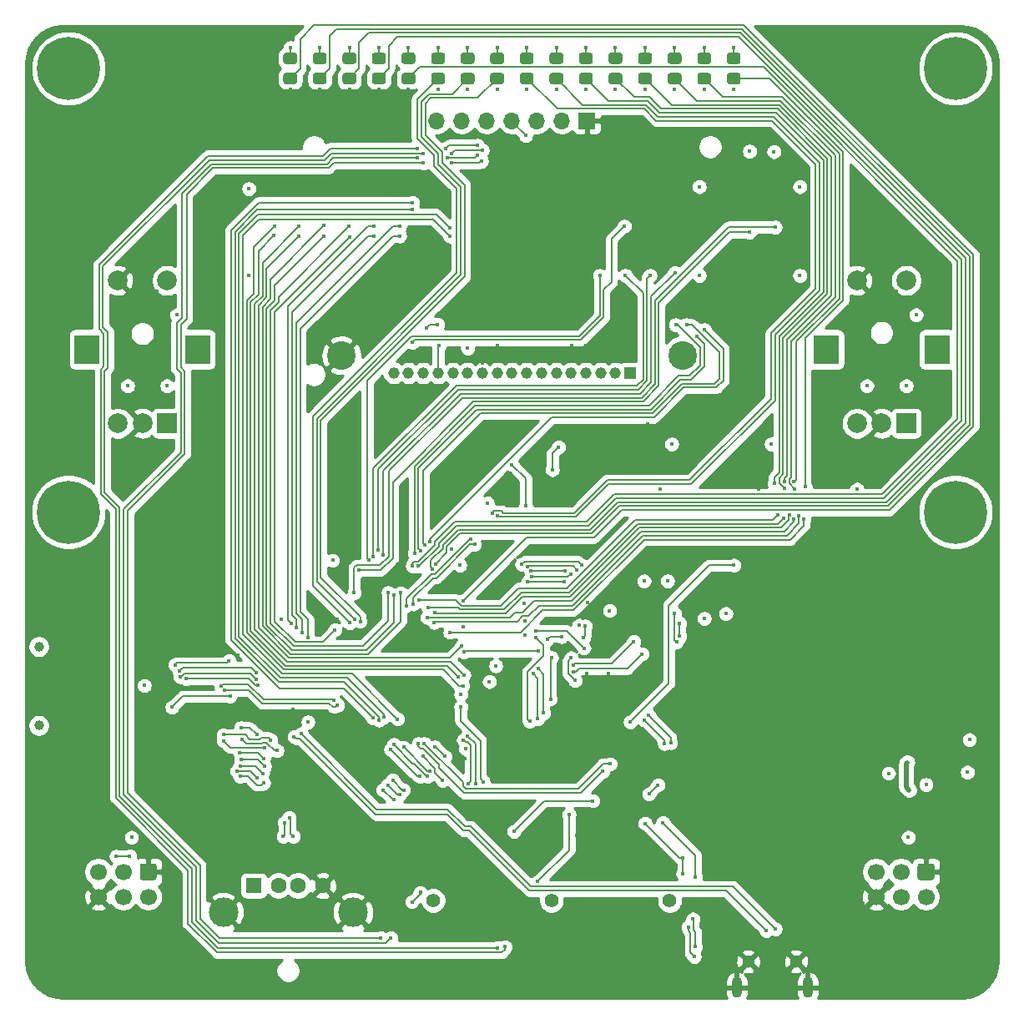
<source format=gbr>
%TF.GenerationSoftware,KiCad,Pcbnew,(5.1.8-0-10_14)*%
%TF.CreationDate,2021-11-08T19:43:21+01:00*%
%TF.ProjectId,KLST_SHEEP,4b4c5354-5f53-4484-9545-502e6b696361,0.1*%
%TF.SameCoordinates,Original*%
%TF.FileFunction,Copper,L4,Bot*%
%TF.FilePolarity,Positive*%
%FSLAX46Y46*%
G04 Gerber Fmt 4.6, Leading zero omitted, Abs format (unit mm)*
G04 Created by KiCad (PCBNEW (5.1.8-0-10_14)) date 2021-11-08 19:43:21*
%MOMM*%
%LPD*%
G01*
G04 APERTURE LIST*
%TA.AperFunction,ComponentPad*%
%ADD10C,2.900000*%
%TD*%
%TA.AperFunction,ComponentPad*%
%ADD11R,1.150000X1.150000*%
%TD*%
%TA.AperFunction,ComponentPad*%
%ADD12C,1.150000*%
%TD*%
%TA.AperFunction,ComponentPad*%
%ADD13R,1.700000X1.700000*%
%TD*%
%TA.AperFunction,ComponentPad*%
%ADD14O,1.700000X1.700000*%
%TD*%
%TA.AperFunction,ComponentPad*%
%ADD15C,1.700000*%
%TD*%
%TA.AperFunction,WasherPad*%
%ADD16C,1.400000*%
%TD*%
%TA.AperFunction,ComponentPad*%
%ADD17C,1.300000*%
%TD*%
%TA.AperFunction,ComponentPad*%
%ADD18O,1.070000X2.140000*%
%TD*%
%TA.AperFunction,WasherPad*%
%ADD19C,1.000000*%
%TD*%
%TA.AperFunction,ComponentPad*%
%ADD20C,1.600000*%
%TD*%
%TA.AperFunction,ComponentPad*%
%ADD21R,1.600000X1.500000*%
%TD*%
%TA.AperFunction,ComponentPad*%
%ADD22C,3.000000*%
%TD*%
%TA.AperFunction,ComponentPad*%
%ADD23C,2.000000*%
%TD*%
%TA.AperFunction,ComponentPad*%
%ADD24R,2.500000X3.000000*%
%TD*%
%TA.AperFunction,ComponentPad*%
%ADD25R,2.000000X2.000000*%
%TD*%
%TA.AperFunction,ComponentPad*%
%ADD26C,6.400000*%
%TD*%
%TA.AperFunction,ComponentPad*%
%ADD27C,0.800000*%
%TD*%
%TA.AperFunction,ViaPad*%
%ADD28C,0.400000*%
%TD*%
%TA.AperFunction,Conductor*%
%ADD29C,0.200000*%
%TD*%
%TA.AperFunction,Conductor*%
%ADD30C,0.500000*%
%TD*%
%TA.AperFunction,Conductor*%
%ADD31C,0.254000*%
%TD*%
%TA.AperFunction,Conductor*%
%ADD32C,0.100000*%
%TD*%
G04 APERTURE END LIST*
D10*
%TO.P,DS1,A*%
%TO.N,Net-(DS1-PadA)*%
X147300000Y-84100000D03*
%TO.P,DS1,K*%
%TO.N,GND*%
X112700000Y-84100000D03*
D11*
%TO.P,DS1,1*%
%TO.N,Net-(C4-Pad1)*%
X142000000Y-85900000D03*
D12*
%TO.P,DS1,2*%
%TO.N,Net-(C6-Pad1)*%
X140500000Y-85900000D03*
%TO.P,DS1,3*%
%TO.N,Net-(C7-Pad1)*%
X139000000Y-85900000D03*
%TO.P,DS1,4*%
%TO.N,Net-(C8-Pad1)*%
X137500000Y-85900000D03*
%TO.P,DS1,5*%
%TO.N,Net-(C9-Pad1)*%
X136000000Y-85900000D03*
%TO.P,DS1,6*%
%TO.N,Net-(C5-Pad2)*%
X134500000Y-85900000D03*
%TO.P,DS1,7*%
%TO.N,Net-(C5-Pad1)*%
X133000000Y-85900000D03*
%TO.P,DS1,8*%
%TO.N,Net-(C3-Pad1)*%
X131500000Y-85900000D03*
%TO.P,DS1,9*%
%TO.N,Net-(C3-Pad2)*%
X130000000Y-85900000D03*
%TO.P,DS1,10*%
%TO.N,Net-(C12-Pad1)*%
X128500000Y-85900000D03*
%TO.P,DS1,11*%
%TO.N,GND*%
X127000000Y-85900000D03*
%TO.P,DS1,12*%
%TO.N,+3V3*%
X125500000Y-85900000D03*
%TO.P,DS1,13*%
%TO.N,/SPI_DISPLAY_MOSI*%
X124000000Y-85900000D03*
%TO.P,DS1,14*%
%TO.N,/SPI_DISPLAY_SCK*%
X122500000Y-85900000D03*
%TO.P,DS1,15*%
%TO.N,/SPI_DISPLAY_REGISTER_SELECT*%
X121000000Y-85900000D03*
%TO.P,DS1,16*%
%TO.N,/SPI_DISPLAY_RESET*%
X119500000Y-85900000D03*
%TO.P,DS1,17*%
%TO.N,/SPI_DISPLAY_CS*%
X118000000Y-85900000D03*
%TD*%
D13*
%TO.P,J8,1*%
%TO.N,GND*%
X137600000Y-60300000D03*
D14*
%TO.P,J8,2*%
%TO.N,+3V3*%
X135060000Y-60300000D03*
%TO.P,J8,3*%
%TO.N,/SPI_DISPLAY_SCK*%
X132520000Y-60300000D03*
%TO.P,J8,4*%
%TO.N,/SPI_DISPLAY_MOSI*%
X129980000Y-60300000D03*
%TO.P,J8,5*%
%TO.N,/SPI_DISPLAY_RESET*%
X127440000Y-60300000D03*
%TO.P,J8,6*%
%TO.N,/SPI_DISPLAY_REGISTER_SELECT*%
X124900000Y-60300000D03*
%TO.P,J8,7*%
%TO.N,/SPI_DISPLAY_CS*%
X122360000Y-60300000D03*
%TD*%
%TO.P,D17,2*%
%TO.N,/LED_15*%
%TA.AperFunction,SMDPad,CuDef*%
G36*
G01*
X152049999Y-55450000D02*
X152950001Y-55450000D01*
G75*
G02*
X153200000Y-55699999I0J-249999D01*
G01*
X153200000Y-56350001D01*
G75*
G02*
X152950001Y-56600000I-249999J0D01*
G01*
X152049999Y-56600000D01*
G75*
G02*
X151800000Y-56350001I0J249999D01*
G01*
X151800000Y-55699999D01*
G75*
G02*
X152049999Y-55450000I249999J0D01*
G01*
G37*
%TD.AperFunction*%
%TO.P,D17,1*%
%TO.N,Net-(D17-Pad1)*%
%TA.AperFunction,SMDPad,CuDef*%
G36*
G01*
X152049999Y-53400000D02*
X152950001Y-53400000D01*
G75*
G02*
X153200000Y-53649999I0J-249999D01*
G01*
X153200000Y-54300001D01*
G75*
G02*
X152950001Y-54550000I-249999J0D01*
G01*
X152049999Y-54550000D01*
G75*
G02*
X151800000Y-54300001I0J249999D01*
G01*
X151800000Y-53649999D01*
G75*
G02*
X152049999Y-53400000I249999J0D01*
G01*
G37*
%TD.AperFunction*%
%TD*%
%TO.P,D16,2*%
%TO.N,/LED_14*%
%TA.AperFunction,SMDPad,CuDef*%
G36*
G01*
X149049999Y-55450000D02*
X149950001Y-55450000D01*
G75*
G02*
X150200000Y-55699999I0J-249999D01*
G01*
X150200000Y-56350001D01*
G75*
G02*
X149950001Y-56600000I-249999J0D01*
G01*
X149049999Y-56600000D01*
G75*
G02*
X148800000Y-56350001I0J249999D01*
G01*
X148800000Y-55699999D01*
G75*
G02*
X149049999Y-55450000I249999J0D01*
G01*
G37*
%TD.AperFunction*%
%TO.P,D16,1*%
%TO.N,Net-(D16-Pad1)*%
%TA.AperFunction,SMDPad,CuDef*%
G36*
G01*
X149049999Y-53400000D02*
X149950001Y-53400000D01*
G75*
G02*
X150200000Y-53649999I0J-249999D01*
G01*
X150200000Y-54300001D01*
G75*
G02*
X149950001Y-54550000I-249999J0D01*
G01*
X149049999Y-54550000D01*
G75*
G02*
X148800000Y-54300001I0J249999D01*
G01*
X148800000Y-53649999D01*
G75*
G02*
X149049999Y-53400000I249999J0D01*
G01*
G37*
%TD.AperFunction*%
%TD*%
%TO.P,D15,2*%
%TO.N,/LED_13*%
%TA.AperFunction,SMDPad,CuDef*%
G36*
G01*
X146049999Y-55450000D02*
X146950001Y-55450000D01*
G75*
G02*
X147200000Y-55699999I0J-249999D01*
G01*
X147200000Y-56350001D01*
G75*
G02*
X146950001Y-56600000I-249999J0D01*
G01*
X146049999Y-56600000D01*
G75*
G02*
X145800000Y-56350001I0J249999D01*
G01*
X145800000Y-55699999D01*
G75*
G02*
X146049999Y-55450000I249999J0D01*
G01*
G37*
%TD.AperFunction*%
%TO.P,D15,1*%
%TO.N,Net-(D15-Pad1)*%
%TA.AperFunction,SMDPad,CuDef*%
G36*
G01*
X146049999Y-53400000D02*
X146950001Y-53400000D01*
G75*
G02*
X147200000Y-53649999I0J-249999D01*
G01*
X147200000Y-54300001D01*
G75*
G02*
X146950001Y-54550000I-249999J0D01*
G01*
X146049999Y-54550000D01*
G75*
G02*
X145800000Y-54300001I0J249999D01*
G01*
X145800000Y-53649999D01*
G75*
G02*
X146049999Y-53400000I249999J0D01*
G01*
G37*
%TD.AperFunction*%
%TD*%
%TO.P,D14,2*%
%TO.N,/LED_12*%
%TA.AperFunction,SMDPad,CuDef*%
G36*
G01*
X143049999Y-55450000D02*
X143950001Y-55450000D01*
G75*
G02*
X144200000Y-55699999I0J-249999D01*
G01*
X144200000Y-56350001D01*
G75*
G02*
X143950001Y-56600000I-249999J0D01*
G01*
X143049999Y-56600000D01*
G75*
G02*
X142800000Y-56350001I0J249999D01*
G01*
X142800000Y-55699999D01*
G75*
G02*
X143049999Y-55450000I249999J0D01*
G01*
G37*
%TD.AperFunction*%
%TO.P,D14,1*%
%TO.N,Net-(D14-Pad1)*%
%TA.AperFunction,SMDPad,CuDef*%
G36*
G01*
X143049999Y-53400000D02*
X143950001Y-53400000D01*
G75*
G02*
X144200000Y-53649999I0J-249999D01*
G01*
X144200000Y-54300001D01*
G75*
G02*
X143950001Y-54550000I-249999J0D01*
G01*
X143049999Y-54550000D01*
G75*
G02*
X142800000Y-54300001I0J249999D01*
G01*
X142800000Y-53649999D01*
G75*
G02*
X143049999Y-53400000I249999J0D01*
G01*
G37*
%TD.AperFunction*%
%TD*%
%TO.P,D13,2*%
%TO.N,/LED_11*%
%TA.AperFunction,SMDPad,CuDef*%
G36*
G01*
X140049999Y-55450000D02*
X140950001Y-55450000D01*
G75*
G02*
X141200000Y-55699999I0J-249999D01*
G01*
X141200000Y-56350001D01*
G75*
G02*
X140950001Y-56600000I-249999J0D01*
G01*
X140049999Y-56600000D01*
G75*
G02*
X139800000Y-56350001I0J249999D01*
G01*
X139800000Y-55699999D01*
G75*
G02*
X140049999Y-55450000I249999J0D01*
G01*
G37*
%TD.AperFunction*%
%TO.P,D13,1*%
%TO.N,Net-(D13-Pad1)*%
%TA.AperFunction,SMDPad,CuDef*%
G36*
G01*
X140049999Y-53400000D02*
X140950001Y-53400000D01*
G75*
G02*
X141200000Y-53649999I0J-249999D01*
G01*
X141200000Y-54300001D01*
G75*
G02*
X140950001Y-54550000I-249999J0D01*
G01*
X140049999Y-54550000D01*
G75*
G02*
X139800000Y-54300001I0J249999D01*
G01*
X139800000Y-53649999D01*
G75*
G02*
X140049999Y-53400000I249999J0D01*
G01*
G37*
%TD.AperFunction*%
%TD*%
%TO.P,D12,2*%
%TO.N,/LED_10*%
%TA.AperFunction,SMDPad,CuDef*%
G36*
G01*
X137049999Y-55450000D02*
X137950001Y-55450000D01*
G75*
G02*
X138200000Y-55699999I0J-249999D01*
G01*
X138200000Y-56350001D01*
G75*
G02*
X137950001Y-56600000I-249999J0D01*
G01*
X137049999Y-56600000D01*
G75*
G02*
X136800000Y-56350001I0J249999D01*
G01*
X136800000Y-55699999D01*
G75*
G02*
X137049999Y-55450000I249999J0D01*
G01*
G37*
%TD.AperFunction*%
%TO.P,D12,1*%
%TO.N,Net-(D12-Pad1)*%
%TA.AperFunction,SMDPad,CuDef*%
G36*
G01*
X137049999Y-53400000D02*
X137950001Y-53400000D01*
G75*
G02*
X138200000Y-53649999I0J-249999D01*
G01*
X138200000Y-54300001D01*
G75*
G02*
X137950001Y-54550000I-249999J0D01*
G01*
X137049999Y-54550000D01*
G75*
G02*
X136800000Y-54300001I0J249999D01*
G01*
X136800000Y-53649999D01*
G75*
G02*
X137049999Y-53400000I249999J0D01*
G01*
G37*
%TD.AperFunction*%
%TD*%
%TO.P,D11,2*%
%TO.N,/LED_09*%
%TA.AperFunction,SMDPad,CuDef*%
G36*
G01*
X134049999Y-55450000D02*
X134950001Y-55450000D01*
G75*
G02*
X135200000Y-55699999I0J-249999D01*
G01*
X135200000Y-56350001D01*
G75*
G02*
X134950001Y-56600000I-249999J0D01*
G01*
X134049999Y-56600000D01*
G75*
G02*
X133800000Y-56350001I0J249999D01*
G01*
X133800000Y-55699999D01*
G75*
G02*
X134049999Y-55450000I249999J0D01*
G01*
G37*
%TD.AperFunction*%
%TO.P,D11,1*%
%TO.N,Net-(D11-Pad1)*%
%TA.AperFunction,SMDPad,CuDef*%
G36*
G01*
X134049999Y-53400000D02*
X134950001Y-53400000D01*
G75*
G02*
X135200000Y-53649999I0J-249999D01*
G01*
X135200000Y-54300001D01*
G75*
G02*
X134950001Y-54550000I-249999J0D01*
G01*
X134049999Y-54550000D01*
G75*
G02*
X133800000Y-54300001I0J249999D01*
G01*
X133800000Y-53649999D01*
G75*
G02*
X134049999Y-53400000I249999J0D01*
G01*
G37*
%TD.AperFunction*%
%TD*%
%TO.P,D10,2*%
%TO.N,/LED_08*%
%TA.AperFunction,SMDPad,CuDef*%
G36*
G01*
X131049999Y-55450000D02*
X131950001Y-55450000D01*
G75*
G02*
X132200000Y-55699999I0J-249999D01*
G01*
X132200000Y-56350001D01*
G75*
G02*
X131950001Y-56600000I-249999J0D01*
G01*
X131049999Y-56600000D01*
G75*
G02*
X130800000Y-56350001I0J249999D01*
G01*
X130800000Y-55699999D01*
G75*
G02*
X131049999Y-55450000I249999J0D01*
G01*
G37*
%TD.AperFunction*%
%TO.P,D10,1*%
%TO.N,Net-(D10-Pad1)*%
%TA.AperFunction,SMDPad,CuDef*%
G36*
G01*
X131049999Y-53400000D02*
X131950001Y-53400000D01*
G75*
G02*
X132200000Y-53649999I0J-249999D01*
G01*
X132200000Y-54300001D01*
G75*
G02*
X131950001Y-54550000I-249999J0D01*
G01*
X131049999Y-54550000D01*
G75*
G02*
X130800000Y-54300001I0J249999D01*
G01*
X130800000Y-53649999D01*
G75*
G02*
X131049999Y-53400000I249999J0D01*
G01*
G37*
%TD.AperFunction*%
%TD*%
%TO.P,D8,2*%
%TO.N,/LED_07*%
%TA.AperFunction,SMDPad,CuDef*%
G36*
G01*
X128049999Y-55450000D02*
X128950001Y-55450000D01*
G75*
G02*
X129200000Y-55699999I0J-249999D01*
G01*
X129200000Y-56350001D01*
G75*
G02*
X128950001Y-56600000I-249999J0D01*
G01*
X128049999Y-56600000D01*
G75*
G02*
X127800000Y-56350001I0J249999D01*
G01*
X127800000Y-55699999D01*
G75*
G02*
X128049999Y-55450000I249999J0D01*
G01*
G37*
%TD.AperFunction*%
%TO.P,D8,1*%
%TO.N,Net-(D8-Pad1)*%
%TA.AperFunction,SMDPad,CuDef*%
G36*
G01*
X128049999Y-53400000D02*
X128950001Y-53400000D01*
G75*
G02*
X129200000Y-53649999I0J-249999D01*
G01*
X129200000Y-54300001D01*
G75*
G02*
X128950001Y-54550000I-249999J0D01*
G01*
X128049999Y-54550000D01*
G75*
G02*
X127800000Y-54300001I0J249999D01*
G01*
X127800000Y-53649999D01*
G75*
G02*
X128049999Y-53400000I249999J0D01*
G01*
G37*
%TD.AperFunction*%
%TD*%
%TO.P,D7,2*%
%TO.N,/LED_06*%
%TA.AperFunction,SMDPad,CuDef*%
G36*
G01*
X125049999Y-55450000D02*
X125950001Y-55450000D01*
G75*
G02*
X126200000Y-55699999I0J-249999D01*
G01*
X126200000Y-56350001D01*
G75*
G02*
X125950001Y-56600000I-249999J0D01*
G01*
X125049999Y-56600000D01*
G75*
G02*
X124800000Y-56350001I0J249999D01*
G01*
X124800000Y-55699999D01*
G75*
G02*
X125049999Y-55450000I249999J0D01*
G01*
G37*
%TD.AperFunction*%
%TO.P,D7,1*%
%TO.N,Net-(D7-Pad1)*%
%TA.AperFunction,SMDPad,CuDef*%
G36*
G01*
X125049999Y-53400000D02*
X125950001Y-53400000D01*
G75*
G02*
X126200000Y-53649999I0J-249999D01*
G01*
X126200000Y-54300001D01*
G75*
G02*
X125950001Y-54550000I-249999J0D01*
G01*
X125049999Y-54550000D01*
G75*
G02*
X124800000Y-54300001I0J249999D01*
G01*
X124800000Y-53649999D01*
G75*
G02*
X125049999Y-53400000I249999J0D01*
G01*
G37*
%TD.AperFunction*%
%TD*%
%TO.P,D6,2*%
%TO.N,/LED_05*%
%TA.AperFunction,SMDPad,CuDef*%
G36*
G01*
X122049999Y-55450000D02*
X122950001Y-55450000D01*
G75*
G02*
X123200000Y-55699999I0J-249999D01*
G01*
X123200000Y-56350001D01*
G75*
G02*
X122950001Y-56600000I-249999J0D01*
G01*
X122049999Y-56600000D01*
G75*
G02*
X121800000Y-56350001I0J249999D01*
G01*
X121800000Y-55699999D01*
G75*
G02*
X122049999Y-55450000I249999J0D01*
G01*
G37*
%TD.AperFunction*%
%TO.P,D6,1*%
%TO.N,Net-(D6-Pad1)*%
%TA.AperFunction,SMDPad,CuDef*%
G36*
G01*
X122049999Y-53400000D02*
X122950001Y-53400000D01*
G75*
G02*
X123200000Y-53649999I0J-249999D01*
G01*
X123200000Y-54300001D01*
G75*
G02*
X122950001Y-54550000I-249999J0D01*
G01*
X122049999Y-54550000D01*
G75*
G02*
X121800000Y-54300001I0J249999D01*
G01*
X121800000Y-53649999D01*
G75*
G02*
X122049999Y-53400000I249999J0D01*
G01*
G37*
%TD.AperFunction*%
%TD*%
%TO.P,D5,2*%
%TO.N,/LED_04*%
%TA.AperFunction,SMDPad,CuDef*%
G36*
G01*
X119049999Y-55450000D02*
X119950001Y-55450000D01*
G75*
G02*
X120200000Y-55699999I0J-249999D01*
G01*
X120200000Y-56350001D01*
G75*
G02*
X119950001Y-56600000I-249999J0D01*
G01*
X119049999Y-56600000D01*
G75*
G02*
X118800000Y-56350001I0J249999D01*
G01*
X118800000Y-55699999D01*
G75*
G02*
X119049999Y-55450000I249999J0D01*
G01*
G37*
%TD.AperFunction*%
%TO.P,D5,1*%
%TO.N,Net-(D5-Pad1)*%
%TA.AperFunction,SMDPad,CuDef*%
G36*
G01*
X119049999Y-53400000D02*
X119950001Y-53400000D01*
G75*
G02*
X120200000Y-53649999I0J-249999D01*
G01*
X120200000Y-54300001D01*
G75*
G02*
X119950001Y-54550000I-249999J0D01*
G01*
X119049999Y-54550000D01*
G75*
G02*
X118800000Y-54300001I0J249999D01*
G01*
X118800000Y-53649999D01*
G75*
G02*
X119049999Y-53400000I249999J0D01*
G01*
G37*
%TD.AperFunction*%
%TD*%
%TO.P,D4,2*%
%TO.N,/LED_03*%
%TA.AperFunction,SMDPad,CuDef*%
G36*
G01*
X116049999Y-55450000D02*
X116950001Y-55450000D01*
G75*
G02*
X117200000Y-55699999I0J-249999D01*
G01*
X117200000Y-56350001D01*
G75*
G02*
X116950001Y-56600000I-249999J0D01*
G01*
X116049999Y-56600000D01*
G75*
G02*
X115800000Y-56350001I0J249999D01*
G01*
X115800000Y-55699999D01*
G75*
G02*
X116049999Y-55450000I249999J0D01*
G01*
G37*
%TD.AperFunction*%
%TO.P,D4,1*%
%TO.N,Net-(D4-Pad1)*%
%TA.AperFunction,SMDPad,CuDef*%
G36*
G01*
X116049999Y-53400000D02*
X116950001Y-53400000D01*
G75*
G02*
X117200000Y-53649999I0J-249999D01*
G01*
X117200000Y-54300001D01*
G75*
G02*
X116950001Y-54550000I-249999J0D01*
G01*
X116049999Y-54550000D01*
G75*
G02*
X115800000Y-54300001I0J249999D01*
G01*
X115800000Y-53649999D01*
G75*
G02*
X116049999Y-53400000I249999J0D01*
G01*
G37*
%TD.AperFunction*%
%TD*%
%TO.P,D3,1*%
%TO.N,Net-(D3-Pad1)*%
%TA.AperFunction,SMDPad,CuDef*%
G36*
G01*
X113049999Y-53400000D02*
X113950001Y-53400000D01*
G75*
G02*
X114200000Y-53649999I0J-249999D01*
G01*
X114200000Y-54300001D01*
G75*
G02*
X113950001Y-54550000I-249999J0D01*
G01*
X113049999Y-54550000D01*
G75*
G02*
X112800000Y-54300001I0J249999D01*
G01*
X112800000Y-53649999D01*
G75*
G02*
X113049999Y-53400000I249999J0D01*
G01*
G37*
%TD.AperFunction*%
%TO.P,D3,2*%
%TO.N,/LED_02*%
%TA.AperFunction,SMDPad,CuDef*%
G36*
G01*
X113049999Y-55450000D02*
X113950001Y-55450000D01*
G75*
G02*
X114200000Y-55699999I0J-249999D01*
G01*
X114200000Y-56350001D01*
G75*
G02*
X113950001Y-56600000I-249999J0D01*
G01*
X113049999Y-56600000D01*
G75*
G02*
X112800000Y-56350001I0J249999D01*
G01*
X112800000Y-55699999D01*
G75*
G02*
X113049999Y-55450000I249999J0D01*
G01*
G37*
%TD.AperFunction*%
%TD*%
%TO.P,D2,1*%
%TO.N,Net-(D2-Pad1)*%
%TA.AperFunction,SMDPad,CuDef*%
G36*
G01*
X110049999Y-53400000D02*
X110950001Y-53400000D01*
G75*
G02*
X111200000Y-53649999I0J-249999D01*
G01*
X111200000Y-54300001D01*
G75*
G02*
X110950001Y-54550000I-249999J0D01*
G01*
X110049999Y-54550000D01*
G75*
G02*
X109800000Y-54300001I0J249999D01*
G01*
X109800000Y-53649999D01*
G75*
G02*
X110049999Y-53400000I249999J0D01*
G01*
G37*
%TD.AperFunction*%
%TO.P,D2,2*%
%TO.N,/LED_01*%
%TA.AperFunction,SMDPad,CuDef*%
G36*
G01*
X110049999Y-55450000D02*
X110950001Y-55450000D01*
G75*
G02*
X111200000Y-55699999I0J-249999D01*
G01*
X111200000Y-56350001D01*
G75*
G02*
X110950001Y-56600000I-249999J0D01*
G01*
X110049999Y-56600000D01*
G75*
G02*
X109800000Y-56350001I0J249999D01*
G01*
X109800000Y-55699999D01*
G75*
G02*
X110049999Y-55450000I249999J0D01*
G01*
G37*
%TD.AperFunction*%
%TD*%
%TO.P,D1,1*%
%TO.N,Net-(D1-Pad1)*%
%TA.AperFunction,SMDPad,CuDef*%
G36*
G01*
X107049999Y-53400000D02*
X107950001Y-53400000D01*
G75*
G02*
X108200000Y-53649999I0J-249999D01*
G01*
X108200000Y-54300001D01*
G75*
G02*
X107950001Y-54550000I-249999J0D01*
G01*
X107049999Y-54550000D01*
G75*
G02*
X106800000Y-54300001I0J249999D01*
G01*
X106800000Y-53649999D01*
G75*
G02*
X107049999Y-53400000I249999J0D01*
G01*
G37*
%TD.AperFunction*%
%TO.P,D1,2*%
%TO.N,/LED_00*%
%TA.AperFunction,SMDPad,CuDef*%
G36*
G01*
X107049999Y-55450000D02*
X107950001Y-55450000D01*
G75*
G02*
X108200000Y-55699999I0J-249999D01*
G01*
X108200000Y-56350001D01*
G75*
G02*
X107950001Y-56600000I-249999J0D01*
G01*
X107049999Y-56600000D01*
G75*
G02*
X106800000Y-56350001I0J249999D01*
G01*
X106800000Y-55699999D01*
G75*
G02*
X107049999Y-55450000I249999J0D01*
G01*
G37*
%TD.AperFunction*%
%TD*%
%TO.P,J13,1*%
%TO.N,GND*%
%TA.AperFunction,ComponentPad*%
G36*
G01*
X171400000Y-135650000D02*
X172600000Y-135650000D01*
G75*
G02*
X172850000Y-135900000I0J-250000D01*
G01*
X172850000Y-137100000D01*
G75*
G02*
X172600000Y-137350000I-250000J0D01*
G01*
X171400000Y-137350000D01*
G75*
G02*
X171150000Y-137100000I0J250000D01*
G01*
X171150000Y-135900000D01*
G75*
G02*
X171400000Y-135650000I250000J0D01*
G01*
G37*
%TD.AperFunction*%
D15*
%TO.P,J13,3*%
%TO.N,Net-(D18-Pad2)*%
X169460000Y-136500000D03*
%TO.P,J13,5*%
%TO.N,/SERIAL_00_RX*%
X166920000Y-136500000D03*
%TO.P,J13,2*%
%TO.N,/SERIAL_00_TX*%
X172000000Y-139040000D03*
%TO.P,J13,4*%
%TO.N,Net-(D18-Pad2)*%
X169460000Y-139040000D03*
%TO.P,J13,6*%
%TO.N,GND*%
X166920000Y-139040000D03*
%TD*%
D16*
%TO.P,J10,*%
%TO.N,*%
X146000000Y-139400000D03*
%TD*%
%TO.P,J12,*%
%TO.N,*%
X122000000Y-139400000D03*
%TD*%
%TO.P,J11,*%
%TO.N,*%
X134000000Y-139400000D03*
%TD*%
%TO.P,J15,1*%
%TO.N,GND*%
%TA.AperFunction,ComponentPad*%
G36*
G01*
X92500000Y-135650000D02*
X93700000Y-135650000D01*
G75*
G02*
X93950000Y-135900000I0J-250000D01*
G01*
X93950000Y-137100000D01*
G75*
G02*
X93700000Y-137350000I-250000J0D01*
G01*
X92500000Y-137350000D01*
G75*
G02*
X92250000Y-137100000I0J250000D01*
G01*
X92250000Y-135900000D01*
G75*
G02*
X92500000Y-135650000I250000J0D01*
G01*
G37*
%TD.AperFunction*%
D15*
%TO.P,J15,3*%
%TO.N,Net-(D19-Pad2)*%
X90560000Y-136500000D03*
%TO.P,J15,5*%
%TO.N,/SERIAL_01_RX*%
X88020000Y-136500000D03*
%TO.P,J15,2*%
%TO.N,/SERIAL_01_TX*%
X93100000Y-139040000D03*
%TO.P,J15,4*%
%TO.N,Net-(D19-Pad2)*%
X90560000Y-139040000D03*
%TO.P,J15,6*%
%TO.N,GND*%
X88020000Y-139040000D03*
%TD*%
D17*
%TO.P,J5,S*%
%TO.N,GND*%
X153975000Y-145600000D03*
X158825000Y-145600000D03*
D18*
X152800000Y-148250000D03*
X160000000Y-148250000D03*
%TD*%
D19*
%TO.P,J1,*%
%TO.N,*%
X82000000Y-121650000D03*
X82000000Y-113650000D03*
%TD*%
D20*
%TO.P,J3,4*%
%TO.N,GND*%
X110800000Y-137900000D03*
%TO.P,J3,3*%
%TO.N,Net-(J3-Pad3)*%
X108300000Y-137900000D03*
%TO.P,J3,2*%
%TO.N,Net-(J3-Pad2)*%
X106300000Y-137900000D03*
D21*
%TO.P,J3,1*%
%TO.N,+5V*%
X103800000Y-137900000D03*
D22*
%TO.P,J3,5*%
%TO.N,GND*%
X113870000Y-140610000D03*
X100730000Y-140610000D03*
%TD*%
D23*
%TO.P,SW4,S2*%
%TO.N,GND*%
X90000000Y-76500000D03*
%TO.P,SW4,S1*%
%TO.N,Net-(R47-Pad1)*%
X95000000Y-76500000D03*
D24*
%TO.P,SW4,MP*%
%TO.N,N/C*%
X86900000Y-83500000D03*
X98100000Y-83500000D03*
D23*
%TO.P,SW4,B*%
%TO.N,Net-(C52-Pad1)*%
X90000000Y-91000000D03*
%TO.P,SW4,C*%
%TO.N,GND*%
X92500000Y-91000000D03*
D25*
%TO.P,SW4,A*%
%TO.N,Net-(C51-Pad1)*%
X95000000Y-91000000D03*
%TD*%
D23*
%TO.P,SW3,S2*%
%TO.N,GND*%
X165000000Y-76500000D03*
%TO.P,SW3,S1*%
%TO.N,Net-(R41-Pad1)*%
X170000000Y-76500000D03*
D24*
%TO.P,SW3,MP*%
%TO.N,N/C*%
X161900000Y-83500000D03*
X173100000Y-83500000D03*
D23*
%TO.P,SW3,B*%
%TO.N,Net-(C49-Pad1)*%
X165000000Y-91000000D03*
%TO.P,SW3,C*%
%TO.N,GND*%
X167500000Y-91000000D03*
D25*
%TO.P,SW3,A*%
%TO.N,Net-(C48-Pad1)*%
X170000000Y-91000000D03*
%TD*%
D26*
%TO.P,H4,1*%
%TO.N,N/C*%
X175000000Y-100000000D03*
D27*
X177400000Y-100000000D03*
X176697056Y-101697056D03*
X175000000Y-102400000D03*
X173302944Y-101697056D03*
X172600000Y-100000000D03*
X173302944Y-98302944D03*
X175000000Y-97600000D03*
X176697056Y-98302944D03*
%TD*%
D26*
%TO.P,H3,1*%
%TO.N,N/C*%
X85000000Y-100000000D03*
D27*
X87400000Y-100000000D03*
X86697056Y-101697056D03*
X85000000Y-102400000D03*
X83302944Y-101697056D03*
X82600000Y-100000000D03*
X83302944Y-98302944D03*
X85000000Y-97600000D03*
X86697056Y-98302944D03*
%TD*%
D26*
%TO.P,H2,1*%
%TO.N,N/C*%
X175000000Y-55000000D03*
D27*
X177400000Y-55000000D03*
X176697056Y-56697056D03*
X175000000Y-57400000D03*
X173302944Y-56697056D03*
X172600000Y-55000000D03*
X173302944Y-53302944D03*
X175000000Y-52600000D03*
X176697056Y-53302944D03*
%TD*%
D26*
%TO.P,H1,1*%
%TO.N,N/C*%
X85000000Y-55000000D03*
D27*
X87400000Y-55000000D03*
X86697056Y-56697056D03*
X85000000Y-57400000D03*
X83302944Y-56697056D03*
X82600000Y-55000000D03*
X83302944Y-53302944D03*
X85000000Y-52600000D03*
X86697056Y-53302944D03*
%TD*%
D28*
%TO.N,GND*%
X137400000Y-135900000D03*
X142399811Y-133266313D03*
X155600000Y-147300000D03*
X157200000Y-147300000D03*
X157700000Y-146600000D03*
X174800000Y-133700000D03*
X176400000Y-125100000D03*
X176400000Y-129100000D03*
X124600000Y-134900000D03*
X119400000Y-134700000D03*
X143400000Y-147100000D03*
X136600000Y-147100000D03*
X128000000Y-147100000D03*
X119400000Y-147100000D03*
X85400000Y-126400000D03*
X92400000Y-125500000D03*
X92400000Y-110800000D03*
X85400000Y-110900000D03*
X92700000Y-115300000D03*
X132100000Y-131700000D03*
X136600000Y-132800006D03*
X131300000Y-134700000D03*
X149500000Y-113900000D03*
X149500000Y-114500000D03*
X152300000Y-109200000D03*
X151800000Y-107600000D03*
X138700000Y-108700000D03*
X139800000Y-116400000D03*
X176400000Y-127600000D03*
X173900000Y-127700000D03*
X113000000Y-104200000D03*
X129200000Y-117400000D03*
X131300000Y-112499976D03*
X90000000Y-87200000D03*
X94000000Y-87200000D03*
X94000000Y-77600000D03*
X103300000Y-76000000D03*
X136400000Y-67000000D03*
X151600000Y-67000000D03*
X163800000Y-93100000D03*
X143800000Y-91100000D03*
X128800000Y-99100000D03*
X130000000Y-99100000D03*
X169000000Y-77600000D03*
X169000000Y-87200000D03*
X137599992Y-116400000D03*
X138100000Y-119800000D03*
X150200000Y-118900000D03*
X127000000Y-84900000D03*
X107800000Y-119999990D03*
X165000000Y-87200000D03*
X107500000Y-57100000D03*
X110500000Y-57100000D03*
X113500000Y-57100000D03*
X116500000Y-57100000D03*
X119500000Y-57100000D03*
X125500000Y-57100000D03*
X128500000Y-57100000D03*
X131500000Y-57100000D03*
X134500000Y-57100000D03*
X137500000Y-57100000D03*
X140500000Y-57100000D03*
X143500000Y-57100000D03*
X146500000Y-57100000D03*
X149500000Y-57100000D03*
X152500000Y-57100000D03*
X151513589Y-75913589D03*
X136349942Y-76200000D03*
X100499990Y-75908606D03*
X136048413Y-83100032D03*
X137486357Y-83100032D03*
X138992219Y-83100032D03*
X140486357Y-83100032D03*
X141986357Y-83100032D03*
X128511412Y-83100010D03*
X131200000Y-109300000D03*
X128700000Y-108100000D03*
X125049652Y-111602461D03*
X137701805Y-109205316D03*
X132641761Y-98917798D03*
X123888120Y-103739208D03*
X155000000Y-97699930D03*
X145000000Y-97699930D03*
X122500000Y-57099979D03*
X149500000Y-109400000D03*
X128500000Y-116800000D03*
X102200000Y-114500000D03*
X151400000Y-113900000D03*
X125198973Y-124997738D03*
X127900000Y-130800000D03*
X109400000Y-129000000D03*
X97400000Y-123500000D03*
X105300000Y-121400000D03*
X116600000Y-125400000D03*
X101600000Y-134100000D03*
X128000000Y-122100000D03*
X165600000Y-131800000D03*
X138900000Y-93900000D03*
X122800000Y-98700000D03*
X118800000Y-87900000D03*
X115900000Y-109100000D03*
X151400000Y-95700000D03*
X121300000Y-112900000D03*
X127900000Y-103900000D03*
X134600000Y-103600000D03*
X112300000Y-110900000D03*
X119600000Y-84000000D03*
X106600000Y-110900000D03*
%TO.N,+3V3*%
X168200000Y-126500000D03*
X170200000Y-133000000D03*
X176400000Y-123100000D03*
X91400000Y-133000000D03*
X92700000Y-117600000D03*
X151699978Y-110300000D03*
X139900000Y-110000000D03*
X136800000Y-111500000D03*
X176200000Y-126400000D03*
X172000000Y-127649998D03*
X111800018Y-104900000D03*
X95000000Y-87200000D03*
X91000000Y-87200000D03*
X96000000Y-80000000D03*
X149000000Y-67000000D03*
X149000000Y-76000000D03*
X159200000Y-67000000D03*
X156300000Y-93100000D03*
X127500000Y-99100000D03*
X154100000Y-63400000D03*
X171000000Y-80000000D03*
X170000000Y-87200000D03*
X109300000Y-121300000D03*
X125500000Y-83400000D03*
X166000000Y-87200021D03*
X146200004Y-93100000D03*
X156563589Y-63436411D03*
X131290049Y-111062804D03*
X145790006Y-106990000D03*
X143400000Y-107000000D03*
X124700000Y-105400000D03*
X165000000Y-97699930D03*
X159200000Y-76000000D03*
X103300000Y-67200010D03*
X149500000Y-110800000D03*
X128349988Y-115600000D03*
X124800000Y-118500000D03*
X127700000Y-117200000D03*
X125300000Y-124000000D03*
%TO.N,+3.3VA*%
X137300000Y-113800000D03*
X136000000Y-114800000D03*
X132426203Y-112051048D03*
X136399997Y-117099997D03*
%TO.N,/audio_codec_WM8731/SIGNAL_IN_RIGHT*%
X130200000Y-132400000D03*
X138200000Y-129300000D03*
%TO.N,/ENCODER_01_BUTTON*%
X96926918Y-116900140D03*
X104239300Y-117599979D03*
%TO.N,/ENCODER_00_BUTTON*%
X131600000Y-107100000D03*
X135299992Y-107100000D03*
%TO.N,/LED_00*%
X125087484Y-108999947D03*
%TO.N,Net-(D1-Pad1)*%
X107500000Y-52900000D03*
%TO.N,/LED_01*%
X122235904Y-105263101D03*
%TO.N,Net-(D2-Pad1)*%
X110500000Y-52900000D03*
%TO.N,/LED_02*%
X121941345Y-105785833D03*
%TO.N,Net-(D3-Pad1)*%
X113500000Y-52900000D03*
%TO.N,Net-(D4-Pad1)*%
X116500000Y-52900000D03*
%TO.N,/ADC_00*%
X120700000Y-103900000D03*
X148726108Y-82173233D03*
%TO.N,/ADC_01*%
X120100000Y-104200000D03*
X146600010Y-81000010D03*
%TO.N,/GPIO_07*%
X107600000Y-111300000D03*
X116000000Y-71000004D03*
%TO.N,/GPIO_06*%
X108150000Y-111750000D03*
X116000000Y-71999978D03*
%TO.N,/GPIO_05*%
X108700000Y-112200000D03*
X118600000Y-71000000D03*
%TO.N,/GPIO_04*%
X109300000Y-112700000D03*
X118600000Y-72000000D03*
%TO.N,/GPIO_03*%
X115900000Y-120900000D03*
X119900000Y-68600000D03*
%TO.N,/GPIO_02*%
X116485494Y-121108703D03*
X119900000Y-69300000D03*
%TO.N,/GPIO_01*%
X117000000Y-120800000D03*
X123700000Y-71200000D03*
%TO.N,/GPIO_00*%
X118400000Y-121000000D03*
X123700000Y-72000000D03*
%TO.N,/SWD_NRST*%
X132699990Y-114100000D03*
X125100021Y-114182029D03*
X133563306Y-112926768D03*
X135037151Y-112638077D03*
%TO.N,/SWD_SWCLK*%
X100873296Y-118090780D03*
X112300000Y-119600000D03*
%TO.N,/SWD_SWDIO*%
X100471943Y-117644765D03*
X111900000Y-119100032D03*
%TO.N,/BOOT_FLASH*%
X120946439Y-124753561D03*
X122962552Y-127235373D03*
X152500000Y-105400000D03*
X142000000Y-121300000D03*
%TO.N,/AUDIOCODEC_I2C_SCL*%
X147000010Y-112600000D03*
X147000010Y-111300000D03*
X120500000Y-123500000D03*
X139227004Y-126300175D03*
%TO.N,/AUDIOCODEC_I2C_SDA*%
X146700000Y-113200000D03*
X146500000Y-110300000D03*
X121100000Y-123500000D03*
X139963581Y-125563598D03*
%TO.N,/ENCODER_01_A*%
X96257099Y-116122834D03*
X104040409Y-116259591D03*
%TO.N,/ENCODER_01_B*%
X104058808Y-116985112D03*
X96339494Y-116717161D03*
%TO.N,/ENCODER_00_A*%
X135405137Y-105999990D03*
X131933236Y-106004293D03*
%TO.N,/ENCODER_00_B*%
X135928935Y-106315427D03*
X132005059Y-106599990D03*
%TO.N,/AUDIOCODEC_I2S_MCK*%
X143200000Y-114400000D03*
X136203566Y-116196444D03*
%TO.N,/AUDIOCODEC_I2S_CK*%
X137424751Y-111563812D03*
X137250367Y-112726755D03*
%TO.N,/audio_codec_WM8731/MIC_IN*%
X147900000Y-142100000D03*
X148500000Y-145100000D03*
%TO.N,/audio_codec_WM8731/SIGNAL_MIC_BIAS*%
X143900000Y-128600000D03*
X144800000Y-127700002D03*
%TO.N,/ADCDAT*%
X142346432Y-113146446D03*
X136200000Y-115499994D03*
%TO.N,/audio_codec_WM8731/HEADPHONE_LEFT*%
X147335752Y-136674297D03*
X147346434Y-135053556D03*
X143500000Y-131600000D03*
%TO.N,/audio_codec_WM8731/SIGNAL_HEADPHONE_LEFT*%
X143881805Y-120642568D03*
X146100000Y-123400000D03*
%TO.N,/audio_codec_WM8731/HEADPHONE_RIGHT*%
X148600000Y-137000000D03*
X145300000Y-131500000D03*
X148360008Y-141300000D03*
X148624272Y-144100000D03*
%TO.N,/audio_codec_WM8731/SIGNAL_HEADPHONE_RIGHT*%
X143412188Y-121112188D03*
X145455943Y-123476779D03*
%TO.N,/LINE_OUT_LEFT*%
X119853564Y-139546442D03*
X120700000Y-138600021D03*
X123400000Y-64100000D03*
X126500000Y-63799994D03*
X120400601Y-64100011D03*
X117700000Y-143200000D03*
%TO.N,/LINE_OUT_RIGHT*%
X123882746Y-64600012D03*
X121017248Y-64600021D03*
X126900000Y-64400000D03*
X116700000Y-143199968D03*
%TO.N,/LINE_IN_LEFT*%
X135800000Y-130700000D03*
X132600000Y-137499979D03*
X123300000Y-63100000D03*
X126495733Y-62799989D03*
X120400000Y-63100000D03*
X129300000Y-144100000D03*
%TO.N,/LINE_IN_RIGHT*%
X121000004Y-63600010D03*
X126979003Y-63301588D03*
X123888604Y-63600000D03*
X128500000Y-144199990D03*
%TO.N,/SDCARD_MOSI*%
X117900000Y-127200000D03*
X104700000Y-126500000D03*
X119000000Y-128200000D03*
X125072748Y-123121271D03*
X102406514Y-125789449D03*
X125518476Y-127600058D03*
%TO.N,/SDCARD_SCK*%
X95800000Y-115500000D03*
X101300000Y-115100000D03*
%TO.N,/SDCARD_MISO*%
X117400000Y-127700000D03*
X118600000Y-128699990D03*
X125500000Y-122700000D03*
X104150000Y-126950000D03*
X102091297Y-126299990D03*
X126308391Y-127553087D03*
%TO.N,/SDCARD_CS*%
X95500000Y-119800000D03*
X101400000Y-118700000D03*
%TO.N,/SDCARD_CARD_DETECT*%
X124800000Y-119800000D03*
X118000000Y-129200000D03*
X116900000Y-128200000D03*
X104800000Y-127500000D03*
X102419352Y-126816894D03*
X127070111Y-127357068D03*
%TO.N,/SERIAL_DEBUG_RX*%
X132123105Y-116406974D03*
X118008704Y-123585495D03*
X132606877Y-120970166D03*
X134100000Y-95700000D03*
X134718561Y-93418561D03*
X121423372Y-126797588D03*
%TO.N,/SERIAL_DEBUG_TX*%
X132654174Y-115875905D03*
X117700000Y-124100000D03*
X133205297Y-120371746D03*
X120664569Y-126807064D03*
%TO.N,/SWD_SWO*%
X130000000Y-95200000D03*
X118999996Y-123869670D03*
X131790282Y-121216839D03*
X121699968Y-126265133D03*
X132399956Y-112719568D03*
X131400000Y-99400000D03*
%TO.N,/SERIAL_01_RX*%
X89851046Y-134937070D03*
X91210010Y-134885974D03*
%TO.N,/SERIAL_00_RX*%
X131572053Y-105525167D03*
X136596439Y-105896439D03*
%TO.N,/SERIAL_00_TX*%
X131000000Y-105299967D03*
X137096439Y-105396439D03*
%TO.N,/USB_DEVICE-*%
X155800000Y-142500000D03*
X107900000Y-122800000D03*
%TO.N,/USB_DEVICE+*%
X156700000Y-142300000D03*
X108599996Y-122500000D03*
%TO.N,/USB_HOST+*%
X107799994Y-132900000D03*
X107400000Y-131000000D03*
%TO.N,/USB_HOST-*%
X106920589Y-131500010D03*
X106800000Y-132900032D03*
%TO.N,Net-(C10-Pad1)*%
X170300000Y-128200000D03*
X170099998Y-125400000D03*
%TO.N,Net-(D5-Pad1)*%
X119500000Y-52900000D03*
%TO.N,Net-(D6-Pad1)*%
X122500000Y-52900000D03*
%TO.N,Net-(D7-Pad1)*%
X125500000Y-52900000D03*
%TO.N,Net-(D8-Pad1)*%
X128500000Y-52900000D03*
%TO.N,Net-(D10-Pad1)*%
X131500000Y-52900000D03*
%TO.N,Net-(D11-Pad1)*%
X134500000Y-52900000D03*
%TO.N,Net-(D12-Pad1)*%
X137500000Y-52900000D03*
%TO.N,Net-(D13-Pad1)*%
X140500000Y-52900000D03*
%TO.N,Net-(D14-Pad1)*%
X143500000Y-52900000D03*
%TO.N,Net-(D15-Pad1)*%
X146500000Y-52900000D03*
%TO.N,Net-(D16-Pad1)*%
X149500000Y-52900000D03*
%TO.N,Net-(D17-Pad1)*%
X152500000Y-52900000D03*
%TO.N,/SPI_DISPLAY_MOSI*%
X104102821Y-122599355D03*
X102509182Y-121897463D03*
X131400000Y-61800000D03*
%TO.N,/SPI_DISPLAY_SCK*%
X106162936Y-124199946D03*
X102646189Y-123100010D03*
X122600000Y-83100000D03*
%TO.N,/SPI_DISPLAY_REGISTER_SELECT*%
X104800000Y-125000000D03*
X102400000Y-124400000D03*
%TO.N,/SPI_DISPLAY_RESET*%
X104896434Y-125803556D03*
X122460780Y-80960780D03*
X121303561Y-81303561D03*
X102503561Y-125096439D03*
%TO.N,/SPI_DISPLAY_CS*%
X100727216Y-122602043D03*
X105525877Y-123112997D03*
%TO.N,/BUTTON_PRG*%
X133898527Y-118971394D03*
X123200000Y-124800000D03*
X122149250Y-123837924D03*
X133999966Y-114774468D03*
%TO.N,/LED_03*%
X120500000Y-105500000D03*
%TO.N,/LED_04*%
X119900547Y-105474109D03*
%TO.N,/LED_05*%
X113542893Y-111246443D03*
%TO.N,/LED_06*%
X114042903Y-110877161D03*
%TO.N,/LED_07*%
X114600000Y-111100000D03*
%TO.N,/LED_08*%
X119300000Y-109500000D03*
X127981585Y-100097906D03*
X125799988Y-102714379D03*
%TO.N,/LED_09*%
X119999990Y-109334002D03*
X128500000Y-100400000D03*
X126199999Y-103300001D03*
%TO.N,/LED_10*%
X120600008Y-108900000D03*
X157000000Y-100300000D03*
X156618986Y-97112691D03*
%TO.N,/LED_11*%
X121500000Y-109699970D03*
X157550938Y-100621973D03*
X157621646Y-97596196D03*
%TO.N,/LED_12*%
X122137799Y-110199980D03*
X158121656Y-100309684D03*
X157618998Y-96878821D03*
%TO.N,/LED_13*%
X121400000Y-110700000D03*
X158599989Y-100722839D03*
X158662223Y-97652499D03*
%TO.N,/LED_14*%
X122100016Y-111200000D03*
X159121668Y-100337765D03*
X158619010Y-96902165D03*
%TO.N,/LED_15*%
X123700000Y-112200000D03*
X159600002Y-100700002D03*
X159738034Y-97403600D03*
%TO.N,/I2C_USR_SDA*%
X156700000Y-71100000D03*
X114000000Y-108200000D03*
%TO.N,/I2C_USR_SCL*%
X114500000Y-105900000D03*
X154100000Y-71600000D03*
%TO.N,/SPI_USR_CS*%
X146536834Y-75699979D03*
X116946439Y-104346439D03*
%TO.N,/SPI_USR_SCK*%
X144000000Y-76000000D03*
X116446429Y-103842367D03*
%TO.N,/SPI_DISPLAY_MISO*%
X104857923Y-123899990D03*
X100708898Y-123201776D03*
X119900000Y-82800000D03*
X141400000Y-71000000D03*
%TO.N,/SPI_USR_MISO*%
X141500000Y-76000000D03*
X115946428Y-104492132D03*
%TO.N,/SPI_USR_MOSI*%
X115500000Y-104899976D03*
X138900000Y-76000000D03*
%TO.N,/GPIO_09*%
X117442903Y-108177161D03*
X113490000Y-70990014D03*
%TO.N,/GPIO_08*%
X113500000Y-72100000D03*
X112046444Y-111946434D03*
%TO.N,/GPIO_11*%
X110950003Y-70949997D03*
X118700020Y-108200000D03*
%TO.N,/GPIO_10*%
X118000000Y-108400000D03*
X110900000Y-71999998D03*
%TO.N,/GPIO_13*%
X108400006Y-71000000D03*
X125114541Y-116528331D03*
%TO.N,/GPIO_12*%
X124900000Y-113600000D03*
X108400000Y-72000000D03*
%TO.N,/GPIO_15*%
X125008703Y-117614506D03*
X105900000Y-71000000D03*
%TO.N,/GPIO_14*%
X124539608Y-116699990D03*
X105870000Y-71930024D03*
%TO.N,/DAC_01*%
X147700000Y-81000000D03*
X121192973Y-103376389D03*
%TO.N,/DAC_00*%
X149500004Y-81500000D03*
X121688076Y-103037438D03*
%TD*%
D29*
%TO.N,+3.3VA*%
X135551048Y-112051048D02*
X132426203Y-112051048D01*
X137300000Y-113800000D02*
X135551048Y-112051048D01*
X135700000Y-116400000D02*
X136399997Y-117099997D01*
X135700000Y-115100000D02*
X135700000Y-116400000D01*
X136000000Y-114800000D02*
X135700000Y-115100000D01*
%TO.N,/audio_codec_WM8731/SIGNAL_IN_RIGHT*%
X130200000Y-132400000D02*
X133300000Y-129300000D01*
X133300000Y-129300000D02*
X138200000Y-129300000D01*
%TO.N,/ENCODER_01_BUTTON*%
X103965310Y-117599979D02*
X104239300Y-117599979D01*
X96926918Y-116900140D02*
X103265471Y-116900140D01*
X103265471Y-116900140D02*
X103965310Y-117599979D01*
%TO.N,/ENCODER_00_BUTTON*%
X131600000Y-107100000D02*
X135299992Y-107100000D01*
%TO.N,/LED_00*%
X109900044Y-50599956D02*
X153522656Y-50599956D01*
X138300000Y-102600000D02*
X131487431Y-102600000D01*
X168300016Y-99799984D02*
X141100016Y-99799984D01*
X176800044Y-73877344D02*
X176800044Y-91299956D01*
X176800044Y-91299956D02*
X168300016Y-99799984D01*
X107500000Y-56025000D02*
X108500010Y-55024990D01*
X141100016Y-99799984D02*
X138300000Y-102600000D01*
X108500010Y-51999990D02*
X109900044Y-50599956D01*
X153522656Y-50599956D02*
X176800044Y-73877344D01*
X131487431Y-102600000D02*
X125087484Y-108999947D01*
X108500010Y-55024990D02*
X108500010Y-51999990D01*
%TO.N,Net-(D1-Pad1)*%
X107500000Y-52900000D02*
X107500000Y-53975000D01*
%TO.N,/LED_01*%
X124687337Y-102199989D02*
X123388119Y-103499207D01*
X110500000Y-56025000D02*
X111500000Y-55025000D01*
X176400033Y-74043033D02*
X176400033Y-91134267D01*
X176400033Y-91134267D02*
X168134327Y-99399973D01*
X140845677Y-99399973D02*
X138045661Y-102199989D01*
X112200033Y-50999967D02*
X153356967Y-50999967D01*
X111500000Y-51700000D02*
X112200033Y-50999967D01*
X123388119Y-103499207D02*
X123388119Y-104110886D01*
X138045661Y-102199989D02*
X124687337Y-102199989D01*
X111500000Y-55025000D02*
X111500000Y-51700000D01*
X123388119Y-104110886D02*
X122235904Y-105263101D01*
X168134327Y-99399973D02*
X140845677Y-99399973D01*
X153356967Y-50999967D02*
X176400033Y-74043033D01*
%TO.N,Net-(D2-Pad1)*%
X110500000Y-53975000D02*
X110500000Y-52900000D01*
%TO.N,/LED_02*%
X114500000Y-55025000D02*
X114500000Y-52400000D01*
X137879972Y-101799978D02*
X124521498Y-101799978D01*
X122988108Y-103333368D02*
X122988108Y-103646192D01*
X113500000Y-56025000D02*
X114500000Y-55025000D01*
X153191278Y-51399978D02*
X176000022Y-74208722D01*
X115500022Y-51399978D02*
X153191278Y-51399978D01*
X114500000Y-52400000D02*
X115500022Y-51399978D01*
X121734618Y-104899682D02*
X121734618Y-105579106D01*
X140679988Y-98999962D02*
X137879972Y-101799978D01*
X121734618Y-105579106D02*
X121941345Y-105785833D01*
X122988108Y-103646192D02*
X121734618Y-104899682D01*
X176000022Y-90968578D02*
X167968638Y-98999962D01*
X176000022Y-74208722D02*
X176000022Y-90968578D01*
X167968638Y-98999962D02*
X140679988Y-98999962D01*
X124521498Y-101799978D02*
X122988108Y-103333368D01*
%TO.N,Net-(D3-Pad1)*%
X113500000Y-52900000D02*
X113500000Y-53975000D01*
%TO.N,Net-(D4-Pad1)*%
X116500000Y-53975000D02*
X116500000Y-52900000D01*
%TO.N,/ADC_00*%
X120500001Y-95534299D02*
X126434322Y-89599978D01*
X144068622Y-89599978D02*
X147093610Y-86574990D01*
X147093610Y-86574990D02*
X148190710Y-86574990D01*
X126434322Y-89599978D02*
X144068622Y-89599978D01*
X148190710Y-86574990D02*
X149500000Y-85265700D01*
X149500000Y-85265700D02*
X149500000Y-82947125D01*
X120700000Y-103900000D02*
X120500001Y-103700001D01*
X149500000Y-82947125D02*
X148726108Y-82173233D01*
X120500001Y-103700001D02*
X120500001Y-95534299D01*
%TO.N,/ADC_01*%
X120100000Y-104200000D02*
X120100000Y-95368600D01*
X120100000Y-95368600D02*
X126268633Y-89199967D01*
X148025021Y-86174979D02*
X149096433Y-85103567D01*
X149096433Y-85103567D02*
X149096433Y-83283562D01*
X126268633Y-89199967D02*
X143902933Y-89199967D01*
X143902933Y-89199967D02*
X146927921Y-86174979D01*
X149096433Y-83283562D02*
X146812881Y-81000010D01*
X146812881Y-81000010D02*
X146600010Y-81000010D01*
X146927921Y-86174979D02*
X148025021Y-86174979D01*
%TO.N,/GPIO_07*%
X115399996Y-71000004D02*
X116000000Y-71000004D01*
X107299978Y-79100022D02*
X115399996Y-71000004D01*
X107299978Y-110999978D02*
X107299978Y-79100022D01*
X107600000Y-111300000D02*
X107299978Y-110999978D01*
%TO.N,/GPIO_06*%
X115400022Y-71999978D02*
X116000000Y-71999978D01*
X107699989Y-79700011D02*
X115400022Y-71999978D01*
X108150000Y-110915700D02*
X107699989Y-110465689D01*
X107699989Y-110465689D02*
X107699989Y-79700011D01*
X108150000Y-111750000D02*
X108150000Y-110915700D01*
%TO.N,/GPIO_05*%
X108099989Y-110265689D02*
X108099989Y-80800011D01*
X117900000Y-71000000D02*
X118600000Y-71000000D01*
X108700000Y-110865700D02*
X108099989Y-110265689D01*
X108099989Y-80800011D02*
X117900000Y-71000000D01*
X108700000Y-112200000D02*
X108700000Y-110865700D01*
%TO.N,/GPIO_04*%
X108500000Y-81400000D02*
X117900000Y-72000000D01*
X108500000Y-110100000D02*
X108500000Y-81400000D01*
X109300000Y-110900000D02*
X108500000Y-110100000D01*
X117900000Y-72000000D02*
X118600000Y-72000000D01*
X109300000Y-112700000D02*
X109300000Y-110900000D01*
%TO.N,/GPIO_03*%
X112900000Y-117900000D02*
X106400000Y-117900000D01*
X104300000Y-68600000D02*
X119900000Y-68600000D01*
X115900000Y-120900000D02*
X112900000Y-117900000D01*
X101499879Y-71400121D02*
X104300000Y-68600000D01*
X106400000Y-117900000D02*
X101499879Y-112999879D01*
X101499879Y-112999879D02*
X101499879Y-71400121D01*
%TO.N,/GPIO_02*%
X101899890Y-112796990D02*
X101899890Y-71565810D01*
X112934410Y-117200110D02*
X106303010Y-117200110D01*
X106303010Y-117200110D02*
X101899890Y-112796990D01*
X116485494Y-121108703D02*
X116485494Y-120751194D01*
X101899890Y-71565810D02*
X104165700Y-69300000D01*
X116485494Y-120751194D02*
X112934410Y-117200110D01*
X104165700Y-69300000D02*
X119900000Y-69300000D01*
%TO.N,/GPIO_01*%
X117000000Y-120517158D02*
X113282941Y-116800099D01*
X104231400Y-69800000D02*
X122300000Y-69800000D01*
X117000000Y-120800000D02*
X117000000Y-120517158D01*
X113282941Y-116800099D02*
X106468699Y-116800099D01*
X102299901Y-112631301D02*
X102299901Y-71731499D01*
X106468699Y-116800099D02*
X102299901Y-112631301D01*
X122300000Y-69800000D02*
X123700000Y-71200000D01*
X102299901Y-71731499D02*
X104231400Y-69800000D01*
%TO.N,/GPIO_00*%
X106674488Y-116400088D02*
X102699912Y-112425512D01*
X102699912Y-71900088D02*
X104300000Y-70300000D01*
X102699912Y-112425512D02*
X102699912Y-71900088D01*
X118400000Y-121000000D02*
X113800088Y-116400088D01*
X113800088Y-116400088D02*
X106674488Y-116400088D01*
X104300000Y-70300000D02*
X122000000Y-70300000D01*
X122000000Y-70300000D02*
X123700000Y-72000000D01*
%TO.N,/SWD_NRST*%
X132699990Y-114100000D02*
X125182050Y-114100000D01*
X125182050Y-114100000D02*
X125100021Y-114182029D01*
X133563306Y-112926768D02*
X133851997Y-112638077D01*
X133851997Y-112638077D02*
X135037151Y-112638077D01*
%TO.N,/SWD_SWCLK*%
X103324711Y-118090780D02*
X104633964Y-119400033D01*
X104633964Y-119400033D02*
X111460008Y-119400033D01*
X111859974Y-119799999D02*
X112100001Y-119799999D01*
X100873296Y-118090780D02*
X103324711Y-118090780D01*
X112100001Y-119799999D02*
X112300000Y-119600000D01*
X111460008Y-119400033D02*
X111859974Y-119799999D01*
%TO.N,/SWD_SWDIO*%
X100471943Y-117644765D02*
X100671942Y-117444766D01*
X100671942Y-117444766D02*
X103244397Y-117444766D01*
X111799990Y-119000022D02*
X111900000Y-119100032D01*
X103244397Y-117444766D02*
X104799653Y-119000022D01*
X104799653Y-119000022D02*
X111799990Y-119000022D01*
%TO.N,/BOOT_FLASH*%
X122199978Y-126007100D02*
X122199978Y-126472799D01*
X120946439Y-124753561D02*
X122199978Y-126007100D01*
X122199978Y-126472799D02*
X122962552Y-127235373D01*
X150000000Y-105400000D02*
X145900000Y-109500000D01*
X145900000Y-117400000D02*
X142000000Y-121300000D01*
X145900000Y-109500000D02*
X145900000Y-117400000D01*
X152500000Y-105400000D02*
X150000000Y-105400000D01*
%TO.N,/AUDIOCODEC_I2C_SCL*%
X147000010Y-112600000D02*
X147000010Y-111300000D01*
X120500000Y-123500000D02*
X120500000Y-123782842D01*
X120717159Y-124000001D02*
X121000001Y-124000001D01*
X121000001Y-124000001D02*
X122599989Y-125599989D01*
X122599989Y-125599989D02*
X122599989Y-125987275D01*
X122599989Y-125987275D02*
X125112785Y-128500071D01*
X125112785Y-128500071D02*
X137027108Y-128500071D01*
X137027108Y-128500071D02*
X139227004Y-126300175D01*
X120500000Y-123782842D02*
X120717159Y-124000001D01*
%TO.N,/AUDIOCODEC_I2C_SDA*%
X146700000Y-113200000D02*
X146500000Y-113000000D01*
X146500000Y-113000000D02*
X146500000Y-110300000D01*
X125278474Y-128100060D02*
X136699940Y-128100060D01*
X136699940Y-128100060D02*
X139236402Y-125563598D01*
X139236402Y-125563598D02*
X139963581Y-125563598D01*
X125018474Y-127840060D02*
X125278474Y-128100060D01*
X125018474Y-127418474D02*
X125018474Y-127840060D01*
X121100000Y-123500000D02*
X125018474Y-127418474D01*
%TO.N,/ENCODER_01_A*%
X96579932Y-115800001D02*
X96257099Y-116122834D01*
X104040409Y-116259591D02*
X103580819Y-115800001D01*
X103580819Y-115800001D02*
X96579932Y-115800001D01*
%TO.N,/ENCODER_01_B*%
X96402774Y-116717161D02*
X96339494Y-116717161D01*
X96757100Y-116362835D02*
X96402774Y-116717161D01*
X104058808Y-116985112D02*
X103436531Y-116362835D01*
X103436531Y-116362835D02*
X96757100Y-116362835D01*
%TO.N,/ENCODER_00_A*%
X131937539Y-105999990D02*
X131933236Y-106004293D01*
X135405137Y-105999990D02*
X131937539Y-105999990D01*
%TO.N,/ENCODER_00_B*%
X135644372Y-106599990D02*
X132005059Y-106599990D01*
X135928935Y-106315427D02*
X135644372Y-106599990D01*
%TO.N,/AUDIOCODEC_I2S_MCK*%
X143200000Y-114400000D02*
X141702499Y-115897501D01*
X141702499Y-115897501D02*
X136785351Y-115897501D01*
X136785351Y-115897501D02*
X136486408Y-116196444D01*
X136486408Y-116196444D02*
X136203566Y-116196444D01*
%TO.N,/AUDIOCODEC_I2S_CK*%
X137424751Y-111563812D02*
X137424751Y-112552371D01*
X137424751Y-112552371D02*
X137250367Y-112726755D01*
%TO.N,/audio_codec_WM8731/MIC_IN*%
X148100000Y-144700000D02*
X148500000Y-145100000D01*
X147900000Y-142500000D02*
X148100000Y-142700000D01*
X148100000Y-142700000D02*
X148100000Y-144700000D01*
X147900000Y-142100000D02*
X147900000Y-142500000D01*
%TO.N,/audio_codec_WM8731/SIGNAL_MIC_BIAS*%
X143900000Y-128600000D02*
X144100001Y-128400001D01*
X144100001Y-128400001D02*
X144800000Y-127700002D01*
%TO.N,/ADCDAT*%
X142346432Y-113146446D02*
X140092877Y-115400001D01*
X140092877Y-115400001D02*
X136299993Y-115400001D01*
X136299993Y-115400001D02*
X136200000Y-115499994D01*
%TO.N,/audio_codec_WM8731/HEADPHONE_LEFT*%
X147335752Y-135064238D02*
X147346434Y-135053556D01*
X147335752Y-136674297D02*
X147335752Y-135064238D01*
X147346434Y-135053556D02*
X146953556Y-135053556D01*
X146953556Y-135053556D02*
X143500000Y-131600000D01*
%TO.N,/audio_codec_WM8731/SIGNAL_HEADPHONE_LEFT*%
X146100000Y-122860763D02*
X146100000Y-123400000D01*
X143881805Y-120642568D02*
X146100000Y-122860763D01*
%TO.N,/audio_codec_WM8731/HEADPHONE_RIGHT*%
X148600000Y-134800000D02*
X145300000Y-131500000D01*
X148600000Y-137000000D02*
X148600000Y-134800000D01*
X148624272Y-142624272D02*
X148624272Y-144100000D01*
X148400000Y-141339992D02*
X148400000Y-142400000D01*
X148400000Y-142400000D02*
X148624272Y-142624272D01*
X148360008Y-141300000D02*
X148400000Y-141339992D01*
%TO.N,/audio_codec_WM8731/SIGNAL_HEADPHONE_RIGHT*%
X145455943Y-123155943D02*
X145455943Y-123476779D01*
X143412188Y-121112188D02*
X145455943Y-123155943D01*
%TO.N,/LINE_OUT_LEFT*%
X120700000Y-138700006D02*
X120700000Y-138600021D01*
X119853564Y-139546442D02*
X120700000Y-138700006D01*
X123400000Y-64100000D02*
X126199994Y-64100000D01*
X126199994Y-64100000D02*
X126500000Y-63799994D01*
X90599989Y-128665689D02*
X97949989Y-136015689D01*
X99500011Y-64699989D02*
X96534311Y-67665689D01*
X97949989Y-141415689D02*
X100234278Y-143699978D01*
X120400601Y-64100011D02*
X111834289Y-64100011D01*
X96399989Y-85865689D02*
X96399989Y-93934311D01*
X95999989Y-85465689D02*
X96399989Y-85865689D01*
X111834289Y-64100011D02*
X111234311Y-64699989D01*
X111234311Y-64699989D02*
X99500011Y-64699989D01*
X95999989Y-80834311D02*
X95999989Y-85465689D01*
X96534311Y-80299989D02*
X95999989Y-80834311D01*
X117200022Y-143699978D02*
X117700000Y-143200000D01*
X100234278Y-143699978D02*
X117200022Y-143699978D01*
X96399989Y-93934311D02*
X90599989Y-99734311D01*
X97949989Y-136015689D02*
X97949989Y-141415689D01*
X90599989Y-99734311D02*
X90599989Y-128665689D01*
X96534311Y-67665689D02*
X96534311Y-80299989D01*
%TO.N,/LINE_OUT_RIGHT*%
X126699988Y-64600012D02*
X126900000Y-64400000D01*
X123882746Y-64600012D02*
X126699988Y-64600012D01*
X91000000Y-99900000D02*
X91000000Y-128500000D01*
X96800000Y-94100000D02*
X91000000Y-99900000D01*
X96800000Y-85700000D02*
X96800000Y-94100000D01*
X97000000Y-80400000D02*
X96400000Y-81000000D01*
X98350000Y-141250000D02*
X100299968Y-143199968D01*
X111400000Y-65100000D02*
X99665700Y-65100000D01*
X97000000Y-67765700D02*
X97000000Y-80400000D01*
X99665700Y-65100000D02*
X97000000Y-67765700D01*
X111899979Y-64600021D02*
X111400000Y-65100000D01*
X121017248Y-64600021D02*
X111899979Y-64600021D01*
X98350000Y-135850000D02*
X98350000Y-141250000D01*
X96400000Y-81000000D02*
X96400000Y-85300000D01*
X91000000Y-128500000D02*
X98350000Y-135850000D01*
X96400000Y-85300000D02*
X96800000Y-85700000D01*
X100299968Y-143199968D02*
X116700000Y-143199968D01*
%TO.N,/LINE_IN_LEFT*%
X135800000Y-130700000D02*
X135800000Y-134299979D01*
X135800000Y-134299979D02*
X132600000Y-137499979D01*
X123600011Y-62799989D02*
X126495733Y-62799989D01*
X123300000Y-63100000D02*
X123600011Y-62799989D01*
X129300000Y-144382842D02*
X129300000Y-144100000D01*
X128982842Y-144700000D02*
X129300000Y-144382842D01*
X97149967Y-136349967D02*
X97149967Y-141747067D01*
X89799967Y-128999967D02*
X97149967Y-136349967D01*
X89799967Y-99699967D02*
X89799967Y-128999967D01*
X100102900Y-144700000D02*
X128982842Y-144700000D01*
X97149967Y-141747067D02*
X100102900Y-144700000D01*
X88599998Y-85200002D02*
X88265680Y-85534320D01*
X88599998Y-81909996D02*
X88599998Y-85200002D01*
X88100000Y-81409998D02*
X88599998Y-81909996D01*
X88100000Y-74900000D02*
X88100000Y-81409998D01*
X99124999Y-63875001D02*
X88100000Y-74900000D01*
X120400000Y-63100000D02*
X111602900Y-63100000D01*
X88265680Y-85534320D02*
X88265680Y-98165680D01*
X88265680Y-98165680D02*
X89799967Y-99699967D01*
X111602900Y-63100000D02*
X110827899Y-63875001D01*
X110827899Y-63875001D02*
X99124999Y-63875001D01*
%TO.N,/LINE_IN_RIGHT*%
X126977408Y-63299993D02*
X126979003Y-63301588D01*
X124188611Y-63299993D02*
X126977408Y-63299993D01*
X123888604Y-63600000D02*
X124188611Y-63299993D01*
X100168590Y-144199990D02*
X128500000Y-144199990D01*
X97549978Y-136181378D02*
X97549978Y-141581378D01*
X88665691Y-85700009D02*
X88665691Y-97999991D01*
X89000009Y-85365691D02*
X88665691Y-85700009D01*
X99290688Y-64275012D02*
X88500011Y-75065689D01*
X88500011Y-81234311D02*
X89000009Y-81734309D01*
X88500011Y-75065689D02*
X88500011Y-81234311D01*
X88665691Y-97999991D02*
X90199978Y-99534278D01*
X111668590Y-63600010D02*
X110993588Y-64275012D01*
X89000009Y-81734309D02*
X89000009Y-85365691D01*
X121000004Y-63600010D02*
X111668590Y-63600010D01*
X90199978Y-128831378D02*
X97549978Y-136181378D01*
X97549978Y-141581378D02*
X100168590Y-144199990D01*
X110993588Y-64275012D02*
X99290688Y-64275012D01*
X90199978Y-99534278D02*
X90199978Y-128831378D01*
%TO.N,/SDCARD_MOSI*%
X118900000Y-128200000D02*
X119000000Y-128200000D01*
X117900000Y-127200000D02*
X118900000Y-128200000D01*
X104700000Y-126500000D02*
X103989449Y-125789449D01*
X103989449Y-125789449D02*
X102406514Y-125789449D01*
X125800001Y-127318533D02*
X125518476Y-127600058D01*
X125800001Y-123659999D02*
X125800001Y-127318533D01*
X125461272Y-123321270D02*
X125800001Y-123659999D01*
X125072748Y-123121271D02*
X125272747Y-123321270D01*
X125272747Y-123321270D02*
X125461272Y-123321270D01*
%TO.N,/SDCARD_SCK*%
X101300000Y-115100000D02*
X101100000Y-115300000D01*
X96000000Y-115300000D02*
X95800000Y-115500000D01*
X101100000Y-115300000D02*
X96000000Y-115300000D01*
%TO.N,/SDCARD_MISO*%
X117400000Y-127700000D02*
X118399990Y-128699990D01*
X118399990Y-128699990D02*
X118600000Y-128699990D01*
X104150000Y-126950000D02*
X103499990Y-126299990D01*
X103499990Y-126299990D02*
X102091297Y-126299990D01*
X126308391Y-123508391D02*
X126308391Y-127553087D01*
X125500000Y-122700000D02*
X126308391Y-123508391D01*
%TO.N,/SDCARD_CS*%
X96600000Y-118700000D02*
X101400000Y-118700000D01*
X95500000Y-119800000D02*
X96600000Y-118700000D01*
%TO.N,/SDCARD_CARD_DETECT*%
X117900000Y-129200000D02*
X116900000Y-128200000D01*
X118000000Y-129200000D02*
X117900000Y-129200000D01*
X104099999Y-127699999D02*
X103216894Y-126816894D01*
X104600001Y-127699999D02*
X104099999Y-127699999D01*
X103216894Y-126816894D02*
X102419352Y-126816894D01*
X104800000Y-127500000D02*
X104600001Y-127699999D01*
X126800000Y-127086957D02*
X127070111Y-127357068D01*
X126800000Y-123200000D02*
X126800000Y-127086957D01*
X124800000Y-121200000D02*
X126800000Y-123200000D01*
X124800000Y-119800000D02*
X124800000Y-121200000D01*
%TO.N,/SERIAL_DEBUG_RX*%
X132606877Y-116890746D02*
X132606877Y-120970166D01*
X132123105Y-116406974D02*
X132606877Y-116890746D01*
X134100000Y-94037122D02*
X134718561Y-93418561D01*
X134100000Y-95700000D02*
X134100000Y-94037122D01*
X119923198Y-125499989D02*
X120064615Y-125499989D01*
X118008704Y-123585495D02*
X119923198Y-125499989D01*
X120064615Y-125499989D02*
X121362214Y-126797588D01*
X121362214Y-126797588D02*
X121423372Y-126797588D01*
%TO.N,/SERIAL_DEBUG_TX*%
X133205297Y-116427028D02*
X133205297Y-120371746D01*
X132654174Y-115875905D02*
X133205297Y-116427028D01*
X120407064Y-126807064D02*
X120664569Y-126807064D01*
X117700000Y-124100000D02*
X120407064Y-126807064D01*
%TO.N,/SWD_SWO*%
X121395459Y-126265133D02*
X121699968Y-126265133D01*
X118999996Y-123869670D02*
X121395459Y-126265133D01*
X131790282Y-121216839D02*
X131590283Y-121016840D01*
X131590283Y-116209717D02*
X133200000Y-114600000D01*
X133200000Y-113519612D02*
X132399956Y-112719568D01*
X133200000Y-114600000D02*
X133200000Y-113519612D01*
X131590283Y-121016840D02*
X131590283Y-116209717D01*
X130000000Y-95200000D02*
X131400000Y-96600000D01*
X131400000Y-96600000D02*
X131400000Y-99400000D01*
%TO.N,/SERIAL_01_RX*%
X91158914Y-134937070D02*
X91210010Y-134885974D01*
X89851046Y-134937070D02*
X91158914Y-134937070D01*
%TO.N,/SERIAL_00_RX*%
X131572053Y-105525167D02*
X131597232Y-105499988D01*
X136199988Y-105499988D02*
X136596439Y-105896439D01*
X131597232Y-105499988D02*
X136199988Y-105499988D01*
%TO.N,/SERIAL_00_TX*%
X131000000Y-105299967D02*
X131274802Y-105025165D01*
X131274802Y-105025165D02*
X136725165Y-105025165D01*
X136725165Y-105025165D02*
X137096439Y-105396439D01*
%TO.N,/USB_DEVICE-*%
X108099999Y-122999999D02*
X107900000Y-122800000D01*
X155800000Y-142500000D02*
X151700000Y-138400000D01*
X108482841Y-122999999D02*
X108099999Y-122999999D01*
X123442881Y-130708579D02*
X125034311Y-132300010D01*
X116191421Y-130708579D02*
X123442881Y-130708579D01*
X116191421Y-130708579D02*
X108482841Y-122999999D01*
X131899997Y-138399997D02*
X131900000Y-138400000D01*
X131734321Y-138399997D02*
X131899997Y-138399997D01*
X125634334Y-132300010D02*
X131734321Y-138399997D01*
X125034311Y-132300010D02*
X125634334Y-132300010D01*
X151700000Y-138400000D02*
X131900000Y-138400000D01*
%TO.N,/USB_DEVICE+*%
X156700000Y-142300000D02*
X152399989Y-137999989D01*
X116249998Y-130150002D02*
X123450002Y-130150002D01*
X116249998Y-130150002D02*
X108599996Y-122500000D01*
X123450002Y-130150002D02*
X125200000Y-131900000D01*
X125800022Y-131900000D02*
X131900011Y-137999989D01*
X125200000Y-131900000D02*
X125800022Y-131900000D01*
X152399989Y-137999989D02*
X131900011Y-137999989D01*
%TO.N,/USB_HOST+*%
X107500000Y-131100000D02*
X107400000Y-131000000D01*
X107500000Y-132600006D02*
X107500000Y-131100000D01*
X107799994Y-132900000D02*
X107500000Y-132600006D01*
%TO.N,/USB_HOST-*%
X106920589Y-131500010D02*
X106920589Y-132779443D01*
X106920589Y-132779443D02*
X106800000Y-132900032D01*
D30*
%TO.N,Net-(C10-Pad1)*%
X170000000Y-125499998D02*
X170099998Y-125400000D01*
X170000000Y-127900000D02*
X170000000Y-125499998D01*
X170300000Y-128200000D02*
X170000000Y-127900000D01*
D29*
%TO.N,Net-(D5-Pad1)*%
X119500000Y-52900000D02*
X119500000Y-53975000D01*
%TO.N,Net-(D6-Pad1)*%
X122500000Y-53975000D02*
X122500000Y-52900000D01*
%TO.N,Net-(D7-Pad1)*%
X125500000Y-52900000D02*
X125500000Y-53975000D01*
%TO.N,Net-(D8-Pad1)*%
X128500000Y-53975000D02*
X128500000Y-52900000D01*
%TO.N,Net-(D10-Pad1)*%
X131500000Y-52900000D02*
X131500000Y-53975000D01*
%TO.N,Net-(D11-Pad1)*%
X134500000Y-53975000D02*
X134500000Y-52900000D01*
%TO.N,Net-(D12-Pad1)*%
X137500000Y-52900000D02*
X137500000Y-53975000D01*
%TO.N,Net-(D13-Pad1)*%
X140500000Y-53975000D02*
X140500000Y-52900000D01*
%TO.N,Net-(D14-Pad1)*%
X143500000Y-52900000D02*
X143500000Y-53975000D01*
%TO.N,Net-(D15-Pad1)*%
X146500000Y-53975000D02*
X146500000Y-52900000D01*
%TO.N,Net-(D16-Pad1)*%
X149500000Y-52900000D02*
X149500000Y-53975000D01*
%TO.N,Net-(D17-Pad1)*%
X152500000Y-53975000D02*
X152500000Y-52900000D01*
%TO.N,/SPI_DISPLAY_MOSI*%
X103400929Y-121897463D02*
X102509182Y-121897463D01*
X104102821Y-122599355D02*
X103400929Y-121897463D01*
X129980000Y-60380000D02*
X129980000Y-60300000D01*
X131400000Y-61800000D02*
X129980000Y-60380000D01*
%TO.N,/SPI_DISPLAY_SCK*%
X106162936Y-124199946D02*
X105880094Y-124199946D01*
X105080137Y-123399989D02*
X104617922Y-123399989D01*
X105880094Y-124199946D02*
X105080137Y-123399989D01*
X104617922Y-123399989D02*
X104517922Y-123499989D01*
X104517922Y-123499989D02*
X103046168Y-123499989D01*
X103046168Y-123499989D02*
X102646189Y-123100010D01*
X122500000Y-85900000D02*
X122500000Y-83700000D01*
X122500000Y-83200000D02*
X122600000Y-83100000D01*
X122500000Y-83700000D02*
X122500000Y-83200000D01*
%TO.N,/SPI_DISPLAY_REGISTER_SELECT*%
X104800000Y-125000000D02*
X104200000Y-124400000D01*
X104200000Y-124400000D02*
X102400000Y-124400000D01*
%TO.N,/SPI_DISPLAY_RESET*%
X121646342Y-80960780D02*
X121303561Y-81303561D01*
X122460780Y-80960780D02*
X121646342Y-80960780D01*
X104896434Y-125803556D02*
X104189317Y-125096439D01*
X104189317Y-125096439D02*
X102503561Y-125096439D01*
%TO.N,/SPI_DISPLAY_CS*%
X102910226Y-122600000D02*
X100729259Y-122600000D01*
X104352233Y-123099978D02*
X103410204Y-123099978D01*
X105325878Y-122912998D02*
X104539213Y-122912998D01*
X105525877Y-123112997D02*
X105325878Y-122912998D01*
X103410204Y-123099978D02*
X102910226Y-122600000D01*
X104539213Y-122912998D02*
X104352233Y-123099978D01*
X100729259Y-122600000D02*
X100727216Y-122602043D01*
%TO.N,/BUTTON_PRG*%
X123200000Y-124800000D02*
X122237924Y-123837924D01*
X122237924Y-123837924D02*
X122149250Y-123837924D01*
X133898527Y-114875907D02*
X133999966Y-114774468D01*
X133898527Y-118971394D02*
X133898527Y-114875907D01*
%TO.N,/LED_03*%
X175600011Y-90731367D02*
X175600011Y-74374411D01*
X120500000Y-105500000D02*
X120568345Y-105500000D01*
X117500010Y-52699990D02*
X117500010Y-55024990D01*
X122588097Y-103167679D02*
X124355809Y-101399967D01*
X153025589Y-51799989D02*
X118400011Y-51799989D01*
X124355809Y-101399967D02*
X137714283Y-101399967D01*
X137714283Y-101399967D02*
X140514299Y-98599951D01*
X175600011Y-74374411D02*
X153025589Y-51799989D01*
X120568345Y-105500000D02*
X122588097Y-103480248D01*
X122588097Y-103480248D02*
X122588097Y-103167679D01*
X140514299Y-98599951D02*
X167731427Y-98599951D01*
X118400011Y-51799989D02*
X117500010Y-52699990D01*
X117500010Y-55024990D02*
X116500000Y-56025000D01*
X167731427Y-98599951D02*
X175600011Y-90731367D01*
%TO.N,/LED_04*%
X140348610Y-98199940D02*
X137548594Y-100999956D01*
X124190120Y-100999956D02*
X122188086Y-103001990D01*
X122188086Y-103001990D02*
X122188086Y-103314559D01*
X120091815Y-104999999D02*
X119900547Y-105191267D01*
X120674990Y-54850010D02*
X155509910Y-54850010D01*
X155509910Y-54850010D02*
X175200000Y-74540100D01*
X175200000Y-74540100D02*
X175200000Y-90565678D01*
X120502646Y-104999999D02*
X120091815Y-104999999D01*
X167565738Y-98199940D02*
X140348610Y-98199940D01*
X137548594Y-100999956D02*
X124190120Y-100999956D01*
X119900547Y-105191267D02*
X119900547Y-105474109D01*
X122188086Y-103314559D02*
X120502646Y-104999999D01*
X119500000Y-56025000D02*
X120674990Y-54850010D01*
X175200000Y-90565678D02*
X167565738Y-98199940D01*
%TO.N,/LED_05*%
X120399978Y-58125022D02*
X120399978Y-62071382D01*
X122500000Y-56025000D02*
X120399978Y-58125022D01*
X122099977Y-63771381D02*
X122099977Y-64871381D01*
X122099977Y-64871381D02*
X124399989Y-67171393D01*
X124399989Y-75700011D02*
X109799978Y-90300022D01*
X109799978Y-107503528D02*
X113542893Y-111246443D01*
X120399978Y-62071382D02*
X122099977Y-63771381D01*
X109799978Y-90300022D02*
X109799978Y-107503528D01*
X124399989Y-67171393D02*
X124399989Y-75700011D01*
%TO.N,/LED_06*%
X121565711Y-57599989D02*
X120799989Y-58365711D01*
X110199989Y-107034247D02*
X114042903Y-110877161D01*
X125500000Y-56025000D02*
X123925011Y-57599989D01*
X123925011Y-57599989D02*
X121565711Y-57599989D01*
X122499988Y-63605692D02*
X122499988Y-64705692D01*
X120799989Y-61905693D02*
X122499988Y-63605692D01*
X120799989Y-58365711D02*
X120799989Y-61905693D01*
X122499988Y-64705692D02*
X124800000Y-67005704D01*
X124800000Y-67005704D02*
X124800000Y-75934300D01*
X124800000Y-75934300D02*
X110199989Y-90534311D01*
X110199989Y-90534311D02*
X110199989Y-107034247D01*
%TO.N,/LED_07*%
X122899999Y-64540003D02*
X125200011Y-66840015D01*
X128500000Y-56025000D02*
X126525000Y-58000000D01*
X125200011Y-66840015D02*
X125200011Y-76099989D01*
X126525000Y-58000000D02*
X121731400Y-58000000D01*
X110600000Y-106617158D02*
X114600000Y-110617158D01*
X121200000Y-61740004D02*
X122899999Y-63440003D01*
X121731400Y-58000000D02*
X121200000Y-58531400D01*
X114600000Y-110617158D02*
X114600000Y-111100000D01*
X125200011Y-76099989D02*
X110600000Y-90700000D01*
X121200000Y-58531400D02*
X121200000Y-61740004D01*
X122899999Y-63440003D02*
X122899999Y-64540003D01*
X110600000Y-90700000D02*
X110600000Y-106617158D01*
%TO.N,/LED_08*%
X121794309Y-106299989D02*
X122134311Y-106299989D01*
X119300000Y-109500000D02*
X119300000Y-108794298D01*
X119300000Y-108794298D02*
X121794309Y-106299989D01*
X122134311Y-106299989D02*
X125719921Y-102714379D01*
X125719921Y-102714379D02*
X125799988Y-102714379D01*
X128181584Y-99897907D02*
X127981585Y-100097906D01*
X128937909Y-99897907D02*
X128181584Y-99897907D01*
X129139991Y-100099989D02*
X128937909Y-99897907D01*
X139667150Y-96767150D02*
X136334311Y-100099989D01*
X148032850Y-96767150D02*
X139667150Y-96767150D01*
X156299923Y-88500077D02*
X148032850Y-96767150D01*
X156299923Y-81850175D02*
X156299923Y-88500077D01*
X160799998Y-64699998D02*
X160799998Y-77350100D01*
X156400000Y-60300000D02*
X160799998Y-64699998D01*
X134575033Y-59100033D02*
X143437233Y-59100033D01*
X144637200Y-60300000D02*
X156400000Y-60300000D01*
X136334311Y-100099989D02*
X129139991Y-100099989D01*
X143437233Y-59100033D02*
X144637200Y-60300000D01*
X160799998Y-77350100D02*
X156299923Y-81850175D01*
X131500000Y-56025000D02*
X134575033Y-59100033D01*
%TO.N,/LED_09*%
X121959998Y-106700000D02*
X122300000Y-106700000D01*
X125699999Y-103300001D02*
X126199999Y-103300001D01*
X122300000Y-106700000D02*
X125699999Y-103300001D01*
X119999990Y-108660008D02*
X121959998Y-106700000D01*
X119999990Y-109334002D02*
X119999990Y-108660008D01*
X161200009Y-64534309D02*
X156565689Y-59899989D01*
X148200071Y-97199929D02*
X156699934Y-88700066D01*
X156565689Y-59899989D02*
X144802889Y-59899989D01*
X128600000Y-100500000D02*
X136500000Y-100500000D01*
X139800071Y-97199929D02*
X148200071Y-97199929D01*
X156699934Y-82015864D02*
X161200009Y-77515789D01*
X156699934Y-88700066D02*
X156699934Y-82015864D01*
X161200009Y-77515789D02*
X161200009Y-64534309D01*
X137175022Y-58700022D02*
X134500000Y-56025000D01*
X144802889Y-59899989D02*
X143602922Y-58700022D01*
X136500000Y-100500000D02*
X139800071Y-97199929D01*
X128500000Y-100400000D02*
X128600000Y-100500000D01*
X143602922Y-58700022D02*
X137175022Y-58700022D01*
%TO.N,/LED_10*%
X130650011Y-107749989D02*
X135515711Y-107749989D01*
X142465645Y-100800055D02*
X156499945Y-100800055D01*
X156499945Y-100800055D02*
X157000000Y-100300000D01*
X128900043Y-109499957D02*
X130650011Y-107749989D01*
X120600008Y-108900000D02*
X124265702Y-108900000D01*
X135515711Y-107749989D02*
X142465645Y-100800055D01*
X124265702Y-108900000D02*
X124865659Y-109499957D01*
X124865659Y-109499957D02*
X128900043Y-109499957D01*
X161600020Y-77681478D02*
X157099945Y-82181553D01*
X161600020Y-64334320D02*
X161600020Y-77681478D01*
X157099945Y-82181553D02*
X157099945Y-95984126D01*
X156765678Y-59499978D02*
X161600020Y-64334320D01*
X139775011Y-58300011D02*
X143768611Y-58300011D01*
X137500000Y-56025000D02*
X139775011Y-58300011D01*
X144968578Y-59499978D02*
X156765678Y-59499978D01*
X143768611Y-58300011D02*
X144968578Y-59499978D01*
X157099945Y-95984126D02*
X156618986Y-96465085D01*
X156618986Y-96465085D02*
X156618986Y-97112691D01*
%TO.N,/LED_11*%
X121500000Y-109699970D02*
X124499971Y-109699970D01*
X156972845Y-101200066D02*
X157550938Y-100621973D01*
X130950000Y-108150000D02*
X135787200Y-108150000D01*
X124699970Y-109899968D02*
X129200032Y-109899968D01*
X124499971Y-109699970D02*
X124699970Y-109899968D01*
X135787200Y-108150000D02*
X142737134Y-101200066D01*
X142737134Y-101200066D02*
X156972845Y-101200066D01*
X129200032Y-109899968D02*
X130950000Y-108150000D01*
X157499956Y-82347242D02*
X162000031Y-77847167D01*
X162000031Y-64168631D02*
X156931367Y-59099967D01*
X142375000Y-57900000D02*
X140500000Y-56025000D01*
X157621646Y-97596196D02*
X157118996Y-97093546D01*
X145134267Y-59099967D02*
X143934300Y-57900000D01*
X157118996Y-96530775D02*
X157499956Y-96149815D01*
X157118996Y-97093546D02*
X157118996Y-96530775D01*
X162000031Y-77847167D02*
X162000031Y-64168631D01*
X157499956Y-96149815D02*
X157499956Y-82347242D01*
X156931367Y-59099967D02*
X145134267Y-59099967D01*
X143934300Y-57900000D02*
X142375000Y-57900000D01*
%TO.N,/LED_12*%
X131100011Y-108599989D02*
X135902912Y-108599988D01*
X157312836Y-101600077D02*
X158099988Y-100812925D01*
X158099988Y-100331352D02*
X158121656Y-100309684D01*
X122137799Y-110199980D02*
X122237798Y-110299979D01*
X129400021Y-110299979D02*
X131100011Y-108599989D01*
X135902912Y-108599988D02*
X142902823Y-101600077D01*
X142902823Y-101600077D02*
X157312836Y-101600077D01*
X122237798Y-110299979D02*
X129400021Y-110299979D01*
X158099988Y-100812925D02*
X158099988Y-100331352D01*
X157618998Y-96596473D02*
X157618998Y-96878821D01*
X157097056Y-58699956D02*
X162400042Y-64002942D01*
X143500000Y-56025000D02*
X146174956Y-58699956D01*
X162400042Y-78012856D02*
X157899967Y-82512931D01*
X162400042Y-64002942D02*
X162400042Y-78012856D01*
X157899967Y-82512931D02*
X157899967Y-96315504D01*
X157899967Y-96315504D02*
X157618998Y-96596473D01*
X146174956Y-58699956D02*
X157097056Y-58699956D01*
%TO.N,/LED_13*%
X157605582Y-102000088D02*
X158599989Y-101005681D01*
X130310784Y-110162792D02*
X131081667Y-110162792D01*
X132244460Y-108999999D02*
X136068601Y-108999999D01*
X158599989Y-101005681D02*
X158599989Y-100722839D01*
X129773576Y-110700000D02*
X130310784Y-110162792D01*
X136068601Y-108999999D02*
X143068512Y-102000088D01*
X121400000Y-110700000D02*
X129773576Y-110700000D01*
X131081667Y-110162792D02*
X132244460Y-108999999D01*
X143068512Y-102000088D02*
X157605582Y-102000088D01*
X158299978Y-96481193D02*
X158119008Y-96662163D01*
X158119008Y-97109284D02*
X158662223Y-97652499D01*
X158299978Y-82678620D02*
X158299978Y-96481193D01*
X162800053Y-63837253D02*
X162800053Y-78178545D01*
X158119008Y-96662163D02*
X158119008Y-97109284D01*
X146500000Y-56025000D02*
X148774945Y-58299945D01*
X148774945Y-58299945D02*
X157262745Y-58299945D01*
X162800053Y-78178545D02*
X158299978Y-82678620D01*
X157262745Y-58299945D02*
X162800053Y-63837253D01*
%TO.N,/LED_14*%
X122200015Y-111100001D02*
X130532918Y-111100001D01*
X143234201Y-102400099D02*
X157867087Y-102400099D01*
X131070116Y-110562803D02*
X131654347Y-110562803D01*
X130532918Y-111100001D02*
X131070116Y-110562803D01*
X159099998Y-100359435D02*
X159121668Y-100337765D01*
X157867087Y-102400099D02*
X159099998Y-101167188D01*
X159099998Y-101167188D02*
X159099998Y-100359435D01*
X122100016Y-111200000D02*
X122200015Y-111100001D01*
X136134300Y-109500000D02*
X143234201Y-102400099D01*
X131654347Y-110562803D02*
X132717150Y-109500000D01*
X132717150Y-109500000D02*
X136134300Y-109500000D01*
X163200064Y-78344234D02*
X158819009Y-82725289D01*
X158819009Y-96702166D02*
X158619010Y-96902165D01*
X158819009Y-82725289D02*
X158819009Y-96702166D01*
X149500000Y-56025000D02*
X151374934Y-57899934D01*
X157428434Y-57899934D02*
X163200064Y-63671564D01*
X163200064Y-63671564D02*
X163200064Y-78344234D01*
X151374934Y-57899934D02*
X157428434Y-57899934D01*
%TO.N,/LED_15*%
X130859974Y-112200000D02*
X133109974Y-109950000D01*
X143399890Y-102800110D02*
X158199890Y-102800110D01*
X123700000Y-112200000D02*
X130859974Y-112200000D01*
X159600002Y-101399998D02*
X159600002Y-100700002D01*
X136250000Y-109950000D02*
X143399890Y-102800110D01*
X158199890Y-102800110D02*
X159600002Y-101399998D01*
X133109974Y-109950000D02*
X136250000Y-109950000D01*
X159738034Y-97403600D02*
X159738034Y-82371964D01*
X159738034Y-82371964D02*
X163600075Y-78509923D01*
X163600075Y-63505875D02*
X156119200Y-56025000D01*
X156119200Y-56025000D02*
X152500000Y-56025000D01*
X163600075Y-78509923D02*
X163600075Y-63505875D01*
%TO.N,/I2C_USR_SDA*%
X124934355Y-88399945D02*
X117499989Y-95834311D01*
X117499989Y-104500011D02*
X116600011Y-105399989D01*
X144499989Y-78534311D02*
X144499989Y-87037211D01*
X114265711Y-105399989D02*
X114000000Y-105665700D01*
X144499989Y-87037211D02*
X143137255Y-88399945D01*
X143137255Y-88399945D02*
X124934355Y-88399945D01*
X116600011Y-105399989D02*
X114265711Y-105399989D01*
X114000000Y-105665700D02*
X114000000Y-108200000D01*
X151934300Y-71100000D02*
X144499989Y-78534311D01*
X156700000Y-71100000D02*
X151934300Y-71100000D01*
X117499989Y-95834311D02*
X117499989Y-104500011D01*
%TO.N,/I2C_USR_SCL*%
X144900000Y-78800000D02*
X152100000Y-71600000D01*
X117900000Y-104700000D02*
X117900000Y-97002900D01*
X126102944Y-88799956D02*
X143302944Y-88799956D01*
X152100000Y-71600000D02*
X154100000Y-71600000D01*
X144900000Y-87202900D02*
X144900000Y-78800000D01*
X143302944Y-88799956D02*
X144900000Y-87202900D01*
X117900000Y-97002900D02*
X126102944Y-88799956D01*
X116700000Y-105900000D02*
X117900000Y-104700000D01*
X114500000Y-105900000D02*
X116700000Y-105900000D01*
%TO.N,/SPI_USR_CS*%
X144099978Y-86871522D02*
X144099978Y-78136835D01*
X116946439Y-104346439D02*
X116946439Y-95822161D01*
X124768666Y-87999934D02*
X142971566Y-87999934D01*
X116946439Y-95822161D02*
X124768666Y-87999934D01*
X142971566Y-87999934D02*
X144099978Y-86871522D01*
X144099978Y-78136835D02*
X146536834Y-75699979D01*
%TO.N,/SPI_USR_SCK*%
X116446429Y-95656471D02*
X116446429Y-103842367D01*
X142805877Y-87599923D02*
X124502977Y-87599923D01*
X144000000Y-76000000D02*
X143699967Y-76300033D01*
X143699967Y-86705833D02*
X142805877Y-87599923D01*
X143699967Y-76300033D02*
X143699967Y-86705833D01*
X124502977Y-87599923D02*
X116446429Y-95656471D01*
%TO.N,/SPI_DISPLAY_MISO*%
X104857923Y-123899990D02*
X101407112Y-123899990D01*
X101407112Y-123899990D02*
X100708898Y-123201776D01*
X140100000Y-72300000D02*
X141400000Y-71000000D01*
X120149991Y-82550009D02*
X137015691Y-82550009D01*
X139300011Y-77465689D02*
X140100000Y-76665700D01*
X139300011Y-80265689D02*
X139300011Y-77465689D01*
X137015691Y-82550009D02*
X139300011Y-80265689D01*
X140100000Y-76665700D02*
X140100000Y-72300000D01*
X119900000Y-82800000D02*
X120149991Y-82550009D01*
%TO.N,/SPI_USR_MISO*%
X124337288Y-87199912D02*
X115946428Y-95590772D01*
X143299956Y-77799956D02*
X143299956Y-86540144D01*
X115946428Y-95590772D02*
X115946428Y-104492132D01*
X143299956Y-86540144D02*
X142640188Y-87199912D01*
X141500000Y-76000000D02*
X143299956Y-77799956D01*
X142640188Y-87199912D02*
X124337288Y-87199912D01*
%TO.N,/SPI_USR_MOSI*%
X115300001Y-104699977D02*
X115500000Y-104899976D01*
X119810000Y-82149998D02*
X115300001Y-86659997D01*
X136850002Y-82149998D02*
X119810000Y-82149998D01*
X138900000Y-80100000D02*
X136850002Y-82149998D01*
X138900000Y-76000000D02*
X138900000Y-80100000D01*
X115300001Y-86659997D02*
X115300001Y-104699977D01*
%TO.N,/GPIO_09*%
X107834311Y-113600011D02*
X105499989Y-111265689D01*
X105499989Y-79534311D02*
X106299989Y-78734311D01*
X106299989Y-78180025D02*
X113490000Y-70990014D01*
X117442903Y-111022797D02*
X114865689Y-113600011D01*
X106299989Y-78734311D02*
X106299989Y-78180025D01*
X114865689Y-113600011D02*
X107834311Y-113600011D01*
X117442903Y-108177161D02*
X117442903Y-111022797D01*
X105499989Y-111265689D02*
X105499989Y-79534311D01*
%TO.N,/GPIO_08*%
X105900000Y-111100000D02*
X108000000Y-113200000D01*
X113500000Y-72100000D02*
X105900000Y-79700000D01*
X105900000Y-79700000D02*
X105900000Y-111100000D01*
X108000000Y-113200000D02*
X110792878Y-113200000D01*
X110792878Y-113200000D02*
X112046444Y-111946434D01*
%TO.N,/GPIO_11*%
X115399967Y-114400033D02*
X118700020Y-111099980D01*
X110950003Y-70949997D02*
X105499967Y-76400033D01*
X105499967Y-78402933D02*
X104699967Y-79202933D01*
X105499967Y-76400033D02*
X105499967Y-78402933D01*
X104699967Y-79202933D02*
X104699967Y-111597067D01*
X118700020Y-111099980D02*
X118700020Y-108200000D01*
X104699967Y-111597067D02*
X107502933Y-114400033D01*
X107502933Y-114400033D02*
X115399967Y-114400033D01*
%TO.N,/GPIO_10*%
X118000000Y-108400000D02*
X118000000Y-111200000D01*
X118000000Y-111200000D02*
X115199978Y-114000022D01*
X115199978Y-114000022D02*
X107668622Y-114000022D01*
X107668622Y-114000022D02*
X105099978Y-111431378D01*
X105099978Y-111431378D02*
X105099978Y-79368622D01*
X105099978Y-79368622D02*
X105899978Y-78568622D01*
X105899978Y-78568622D02*
X105899978Y-77000020D01*
X105899978Y-77000020D02*
X110900000Y-71999998D01*
%TO.N,/GPIO_13*%
X104699945Y-74700061D02*
X104699945Y-78071555D01*
X104699945Y-78071555D02*
X103899945Y-78871555D01*
X103899945Y-78871555D02*
X103899945Y-111928445D01*
X123786265Y-115200055D02*
X125114541Y-116528331D01*
X108400006Y-71000000D02*
X104699945Y-74700061D01*
X103899945Y-111928445D02*
X107171555Y-115200055D01*
X107171555Y-115200055D02*
X123786265Y-115200055D01*
%TO.N,/GPIO_12*%
X105099956Y-78237244D02*
X105099956Y-75300044D01*
X107337244Y-114800044D02*
X104299956Y-111762756D01*
X105099956Y-75300044D02*
X108400000Y-72000000D01*
X104299956Y-79037244D02*
X105099956Y-78237244D01*
X104299956Y-111762756D02*
X104299956Y-79037244D01*
X124900000Y-113600000D02*
X123699956Y-114800044D01*
X123699956Y-114800044D02*
X107337244Y-114800044D01*
%TO.N,/GPIO_15*%
X124614506Y-117614506D02*
X123000077Y-116000077D01*
X103800000Y-73100000D02*
X105900000Y-71000000D01*
X123000077Y-116000077D02*
X106840177Y-116000077D01*
X106840177Y-116000077D02*
X103099923Y-112259823D01*
X103099923Y-112259823D02*
X103099923Y-78540177D01*
X103099923Y-78540177D02*
X103800000Y-77840100D01*
X103800000Y-77840100D02*
X103800000Y-73100000D01*
X125008703Y-117614506D02*
X124614506Y-117614506D01*
%TO.N,/GPIO_14*%
X104299934Y-77905866D02*
X104299934Y-73500090D01*
X124539608Y-116699990D02*
X123439684Y-115600066D01*
X123439684Y-115600066D02*
X107005866Y-115600066D01*
X103499934Y-112094134D02*
X103499934Y-78705866D01*
X103499934Y-78705866D02*
X104299934Y-77905866D01*
X104299934Y-73500090D02*
X105870000Y-71930024D01*
X107005866Y-115600066D02*
X103499934Y-112094134D01*
%TO.N,/DAC_01*%
X148259997Y-81000000D02*
X151025001Y-83765004D01*
X147700000Y-81000000D02*
X148259997Y-81000000D01*
X151025001Y-83765004D02*
X151025001Y-86524999D01*
X150574999Y-86975001D02*
X147259299Y-86975001D01*
X151025001Y-86524999D02*
X150574999Y-86975001D01*
X120992974Y-103176390D02*
X121192973Y-103376389D01*
X147259299Y-86975001D02*
X144234311Y-89999989D01*
X120992974Y-95841326D02*
X120992974Y-103176390D01*
X144234311Y-89999989D02*
X126834311Y-89999989D01*
X126834311Y-89999989D02*
X120992974Y-95841326D01*
%TO.N,/DAC_00*%
X151425012Y-86690688D02*
X150740688Y-87375012D01*
X147424988Y-87375012D02*
X144400000Y-90400000D01*
X144400000Y-90400000D02*
X134042672Y-90400000D01*
X150740688Y-87375012D02*
X147424988Y-87375012D01*
X151425012Y-83425008D02*
X151425012Y-86690688D01*
X121688076Y-102754596D02*
X121688076Y-103037438D01*
X134042672Y-90400000D02*
X121688076Y-102754596D01*
X149500004Y-81500000D02*
X151425012Y-83425008D01*
%TD*%
D31*
%TO.N,GND*%
X108005818Y-51454736D02*
X107977773Y-51477752D01*
X107885924Y-51589670D01*
X107821121Y-51710908D01*
X107817674Y-51717357D01*
X107775645Y-51855905D01*
X107761454Y-51999990D01*
X107765011Y-52036105D01*
X107765011Y-52105974D01*
X107743560Y-52097089D01*
X107582240Y-52065000D01*
X107417760Y-52065000D01*
X107256440Y-52097089D01*
X107104479Y-52160033D01*
X106967719Y-52251413D01*
X106851413Y-52367719D01*
X106760033Y-52504479D01*
X106697089Y-52656440D01*
X106665000Y-52817760D01*
X106665000Y-52853661D01*
X106556613Y-52911595D01*
X106422038Y-53022038D01*
X106311595Y-53156613D01*
X106229528Y-53310149D01*
X106178992Y-53476745D01*
X106161928Y-53649999D01*
X106161928Y-54300001D01*
X106178992Y-54473255D01*
X106229528Y-54639851D01*
X106311595Y-54793387D01*
X106422038Y-54927962D01*
X106509816Y-55000000D01*
X106422038Y-55072038D01*
X106311595Y-55206613D01*
X106229528Y-55360149D01*
X106178992Y-55526745D01*
X106161928Y-55699999D01*
X106161928Y-56350001D01*
X106178992Y-56523255D01*
X106229528Y-56689851D01*
X106311595Y-56843387D01*
X106422038Y-56977962D01*
X106556613Y-57088405D01*
X106710149Y-57170472D01*
X106876745Y-57221008D01*
X107049999Y-57238072D01*
X107950001Y-57238072D01*
X108123255Y-57221008D01*
X108289851Y-57170472D01*
X108443387Y-57088405D01*
X108577962Y-56977962D01*
X108688405Y-56843387D01*
X108770472Y-56689851D01*
X108821008Y-56523255D01*
X108838072Y-56350001D01*
X108838072Y-55726375D01*
X108994207Y-55570240D01*
X109022247Y-55547228D01*
X109045260Y-55519187D01*
X109045263Y-55519184D01*
X109114097Y-55435310D01*
X109182347Y-55307624D01*
X109224375Y-55169075D01*
X109238566Y-55024990D01*
X109235010Y-54988885D01*
X109235010Y-54650107D01*
X109311595Y-54793387D01*
X109422038Y-54927962D01*
X109509816Y-55000000D01*
X109422038Y-55072038D01*
X109311595Y-55206613D01*
X109229528Y-55360149D01*
X109178992Y-55526745D01*
X109161928Y-55699999D01*
X109161928Y-56350001D01*
X109178992Y-56523255D01*
X109229528Y-56689851D01*
X109311595Y-56843387D01*
X109422038Y-56977962D01*
X109556613Y-57088405D01*
X109710149Y-57170472D01*
X109876745Y-57221008D01*
X110049999Y-57238072D01*
X110950001Y-57238072D01*
X111123255Y-57221008D01*
X111289851Y-57170472D01*
X111443387Y-57088405D01*
X111577962Y-56977962D01*
X111688405Y-56843387D01*
X111770472Y-56689851D01*
X111821008Y-56523255D01*
X111838072Y-56350001D01*
X111838072Y-55726375D01*
X111994197Y-55570250D01*
X112022237Y-55547238D01*
X112045250Y-55519197D01*
X112045253Y-55519194D01*
X112114087Y-55435320D01*
X112182337Y-55307634D01*
X112224365Y-55169085D01*
X112238556Y-55025000D01*
X112235000Y-54988895D01*
X112235000Y-54650088D01*
X112311595Y-54793387D01*
X112422038Y-54927962D01*
X112509816Y-55000000D01*
X112422038Y-55072038D01*
X112311595Y-55206613D01*
X112229528Y-55360149D01*
X112178992Y-55526745D01*
X112161928Y-55699999D01*
X112161928Y-56350001D01*
X112178992Y-56523255D01*
X112229528Y-56689851D01*
X112311595Y-56843387D01*
X112422038Y-56977962D01*
X112556613Y-57088405D01*
X112710149Y-57170472D01*
X112876745Y-57221008D01*
X113049999Y-57238072D01*
X113950001Y-57238072D01*
X114123255Y-57221008D01*
X114289851Y-57170472D01*
X114443387Y-57088405D01*
X114577962Y-56977962D01*
X114688405Y-56843387D01*
X114770472Y-56689851D01*
X114821008Y-56523255D01*
X114838072Y-56350001D01*
X114838072Y-55726375D01*
X114994197Y-55570250D01*
X115022237Y-55547238D01*
X115045250Y-55519197D01*
X115045253Y-55519194D01*
X115114087Y-55435320D01*
X115182337Y-55307634D01*
X115224365Y-55169085D01*
X115238556Y-55025000D01*
X115235000Y-54988895D01*
X115235000Y-54650088D01*
X115311595Y-54793387D01*
X115422038Y-54927962D01*
X115509816Y-55000000D01*
X115422038Y-55072038D01*
X115311595Y-55206613D01*
X115229528Y-55360149D01*
X115178992Y-55526745D01*
X115161928Y-55699999D01*
X115161928Y-56350001D01*
X115178992Y-56523255D01*
X115229528Y-56689851D01*
X115311595Y-56843387D01*
X115422038Y-56977962D01*
X115556613Y-57088405D01*
X115710149Y-57170472D01*
X115876745Y-57221008D01*
X116049999Y-57238072D01*
X116950001Y-57238072D01*
X117123255Y-57221008D01*
X117289851Y-57170472D01*
X117443387Y-57088405D01*
X117577962Y-56977962D01*
X117688405Y-56843387D01*
X117770472Y-56689851D01*
X117821008Y-56523255D01*
X117838072Y-56350001D01*
X117838072Y-55726375D01*
X117994203Y-55570244D01*
X118022248Y-55547228D01*
X118114097Y-55435310D01*
X118127137Y-55410914D01*
X118182347Y-55307624D01*
X118224375Y-55169075D01*
X118238566Y-55024990D01*
X118235010Y-54988885D01*
X118235010Y-54650107D01*
X118311595Y-54793387D01*
X118422038Y-54927962D01*
X118509816Y-55000000D01*
X118422038Y-55072038D01*
X118311595Y-55206613D01*
X118229528Y-55360149D01*
X118178992Y-55526745D01*
X118161928Y-55699999D01*
X118161928Y-56350001D01*
X118178992Y-56523255D01*
X118229528Y-56689851D01*
X118311595Y-56843387D01*
X118422038Y-56977962D01*
X118556613Y-57088405D01*
X118710149Y-57170472D01*
X118876745Y-57221008D01*
X119049999Y-57238072D01*
X119950001Y-57238072D01*
X120123255Y-57221008D01*
X120289851Y-57170472D01*
X120344054Y-57141500D01*
X119905786Y-57579768D01*
X119877740Y-57602785D01*
X119785891Y-57714703D01*
X119717641Y-57842390D01*
X119688362Y-57938909D01*
X119675613Y-57980937D01*
X119661422Y-58125022D01*
X119664978Y-58161127D01*
X119664979Y-62035267D01*
X119661422Y-62071382D01*
X119675613Y-62215467D01*
X119706114Y-62316012D01*
X119717642Y-62354015D01*
X119723514Y-62365000D01*
X111639005Y-62365000D01*
X111602900Y-62361444D01*
X111566795Y-62365000D01*
X111458815Y-62375635D01*
X111320267Y-62417663D01*
X111192580Y-62485913D01*
X111102280Y-62560021D01*
X111016598Y-62353166D01*
X110878706Y-62146797D01*
X110703203Y-61971294D01*
X110496834Y-61833402D01*
X110267529Y-61738421D01*
X110024099Y-61690000D01*
X109775901Y-61690000D01*
X109532471Y-61738421D01*
X109303166Y-61833402D01*
X109096797Y-61971294D01*
X108921294Y-62146797D01*
X108783402Y-62353166D01*
X108688421Y-62582471D01*
X108640000Y-62825901D01*
X108640000Y-63074099D01*
X108653109Y-63140001D01*
X99161095Y-63140001D01*
X99124998Y-63136446D01*
X99088901Y-63140001D01*
X99088894Y-63140001D01*
X98995131Y-63149236D01*
X98980913Y-63150636D01*
X98958273Y-63157504D01*
X98842366Y-63192664D01*
X98714679Y-63260914D01*
X98602761Y-63352763D01*
X98579745Y-63380808D01*
X87605808Y-74354746D01*
X87577762Y-74377763D01*
X87485913Y-74489681D01*
X87417663Y-74617368D01*
X87397395Y-74684184D01*
X87375635Y-74755915D01*
X87361444Y-74900000D01*
X87365000Y-74936105D01*
X87365001Y-81361928D01*
X85650000Y-81361928D01*
X85525518Y-81374188D01*
X85405820Y-81410498D01*
X85295506Y-81469463D01*
X85198815Y-81548815D01*
X85119463Y-81645506D01*
X85060498Y-81755820D01*
X85024188Y-81875518D01*
X85011928Y-82000000D01*
X85011928Y-85000000D01*
X85024188Y-85124482D01*
X85060498Y-85244180D01*
X85119463Y-85354494D01*
X85198815Y-85451185D01*
X85295506Y-85530537D01*
X85405820Y-85589502D01*
X85525518Y-85625812D01*
X85650000Y-85638072D01*
X87530680Y-85638072D01*
X87530681Y-97107172D01*
X87444670Y-97021161D01*
X86816554Y-96601467D01*
X86118628Y-96312377D01*
X85377715Y-96165000D01*
X84622285Y-96165000D01*
X83881372Y-96312377D01*
X83183446Y-96601467D01*
X82555330Y-97021161D01*
X82021161Y-97555330D01*
X81601467Y-98183446D01*
X81312377Y-98881372D01*
X81165000Y-99622285D01*
X81165000Y-100377715D01*
X81312377Y-101118628D01*
X81601467Y-101816554D01*
X82021161Y-102444670D01*
X82555330Y-102978839D01*
X83183446Y-103398533D01*
X83881372Y-103687623D01*
X84622285Y-103835000D01*
X85377715Y-103835000D01*
X86118628Y-103687623D01*
X86816554Y-103398533D01*
X87444670Y-102978839D01*
X87978839Y-102444670D01*
X88398533Y-101816554D01*
X88687623Y-101118628D01*
X88835000Y-100377715D01*
X88835000Y-99774447D01*
X89064967Y-100004414D01*
X89064968Y-128963852D01*
X89061411Y-128999967D01*
X89075602Y-129144052D01*
X89106299Y-129245243D01*
X89117631Y-129282600D01*
X89185881Y-129410287D01*
X89277730Y-129522205D01*
X89305775Y-129545221D01*
X96414967Y-136654414D01*
X96414968Y-141710952D01*
X96411411Y-141747067D01*
X96425602Y-141891152D01*
X96463980Y-142017663D01*
X96467631Y-142029700D01*
X96535881Y-142157387D01*
X96627730Y-142269305D01*
X96655775Y-142292321D01*
X99557646Y-145194193D01*
X99580662Y-145222238D01*
X99692580Y-145314087D01*
X99820267Y-145382337D01*
X99945728Y-145420395D01*
X99958815Y-145424365D01*
X100102900Y-145438556D01*
X100139005Y-145435000D01*
X106669950Y-145435000D01*
X106493202Y-145553099D01*
X106319099Y-145727202D01*
X106182307Y-145931926D01*
X106088083Y-146159402D01*
X106040048Y-146400890D01*
X106040048Y-146647110D01*
X106088083Y-146888598D01*
X106182307Y-147116074D01*
X106319099Y-147320798D01*
X106493202Y-147494901D01*
X106697926Y-147631693D01*
X106925402Y-147725917D01*
X107166890Y-147773952D01*
X107413110Y-147773952D01*
X107654598Y-147725917D01*
X107882074Y-147631693D01*
X107947465Y-147588000D01*
X151630000Y-147588000D01*
X151630000Y-148123000D01*
X152673000Y-148123000D01*
X152673000Y-146711756D01*
X152927000Y-146711756D01*
X152927000Y-148123000D01*
X153970000Y-148123000D01*
X153970000Y-147588000D01*
X153922742Y-147362185D01*
X153832338Y-147149928D01*
X153702262Y-146959387D01*
X153562695Y-146822569D01*
X153798524Y-146879102D01*
X154051455Y-146888952D01*
X154301449Y-146849270D01*
X154538896Y-146761578D01*
X154627534Y-146714201D01*
X154680922Y-146485527D01*
X158119078Y-146485527D01*
X158172466Y-146714201D01*
X158402374Y-146820095D01*
X158648524Y-146879102D01*
X158901455Y-146888952D01*
X159151449Y-146849270D01*
X159245499Y-146814536D01*
X159097738Y-146959387D01*
X158967662Y-147149928D01*
X158877258Y-147362185D01*
X158830000Y-147588000D01*
X158830000Y-148123000D01*
X159873000Y-148123000D01*
X159873000Y-146711756D01*
X160127000Y-146711756D01*
X160127000Y-148123000D01*
X161170000Y-148123000D01*
X161170000Y-147588000D01*
X161122742Y-147362185D01*
X161032338Y-147149928D01*
X160902262Y-146959387D01*
X160737513Y-146797883D01*
X160544421Y-146671623D01*
X160307383Y-146586100D01*
X160127000Y-146711756D01*
X159873000Y-146711756D01*
X159692617Y-146586100D01*
X159490408Y-146659057D01*
X159530922Y-146485527D01*
X158825000Y-145779605D01*
X158119078Y-146485527D01*
X154680922Y-146485527D01*
X153975000Y-145779605D01*
X153269078Y-146485527D01*
X153309592Y-146659057D01*
X153107383Y-146586100D01*
X152927000Y-146711756D01*
X152673000Y-146711756D01*
X152492617Y-146586100D01*
X152255579Y-146671623D01*
X152062487Y-146797883D01*
X151897738Y-146959387D01*
X151767662Y-147149928D01*
X151677258Y-147362185D01*
X151630000Y-147588000D01*
X107947465Y-147588000D01*
X108086798Y-147494901D01*
X108260901Y-147320798D01*
X108397693Y-147116074D01*
X108491917Y-146888598D01*
X108539952Y-146647110D01*
X108539952Y-146400890D01*
X108491917Y-146159402D01*
X108397693Y-145931926D01*
X108260901Y-145727202D01*
X108086798Y-145553099D01*
X107910050Y-145435000D01*
X128946737Y-145435000D01*
X128982842Y-145438556D01*
X129018947Y-145435000D01*
X129126927Y-145424365D01*
X129265475Y-145382337D01*
X129393162Y-145314087D01*
X129505080Y-145222238D01*
X129528101Y-145194187D01*
X129794192Y-144928096D01*
X129822237Y-144905080D01*
X129914087Y-144793162D01*
X129982337Y-144665475D01*
X130024365Y-144526927D01*
X130025296Y-144517478D01*
X130039967Y-144495521D01*
X130102911Y-144343560D01*
X130135000Y-144182240D01*
X130135000Y-144017760D01*
X130102911Y-143856440D01*
X130039967Y-143704479D01*
X129948587Y-143567719D01*
X129832281Y-143451413D01*
X129695521Y-143360033D01*
X129543560Y-143297089D01*
X129382240Y-143265000D01*
X129217760Y-143265000D01*
X129056440Y-143297089D01*
X128904479Y-143360033D01*
X128808672Y-143424049D01*
X128743560Y-143397079D01*
X128582240Y-143364990D01*
X128417760Y-143364990D01*
X128256440Y-143397079D01*
X128104479Y-143460023D01*
X128097045Y-143464990D01*
X118494034Y-143464990D01*
X118502911Y-143443560D01*
X118535000Y-143282240D01*
X118535000Y-143117760D01*
X118502911Y-142956440D01*
X118439967Y-142804479D01*
X118348587Y-142667719D01*
X118232281Y-142551413D01*
X118095521Y-142460033D01*
X117943560Y-142397089D01*
X117782240Y-142365000D01*
X117617760Y-142365000D01*
X117456440Y-142397089D01*
X117304479Y-142460033D01*
X117200024Y-142529828D01*
X117095521Y-142460001D01*
X116943560Y-142397057D01*
X116782240Y-142364968D01*
X116617760Y-142364968D01*
X116456440Y-142397057D01*
X116304479Y-142460001D01*
X116297045Y-142464968D01*
X114936695Y-142464968D01*
X115026038Y-142417214D01*
X115182048Y-142101653D01*
X115098155Y-142017760D01*
X147065000Y-142017760D01*
X147065000Y-142182240D01*
X147097089Y-142343560D01*
X147160033Y-142495521D01*
X147161647Y-142497937D01*
X147161444Y-142500000D01*
X147165000Y-142536104D01*
X147165000Y-142536105D01*
X147175635Y-142644085D01*
X147217663Y-142782633D01*
X147285913Y-142910320D01*
X147365000Y-143006687D01*
X147365001Y-144663885D01*
X147361444Y-144700000D01*
X147375635Y-144844085D01*
X147417664Y-144982633D01*
X147485914Y-145110320D01*
X147577763Y-145222238D01*
X147605807Y-145245253D01*
X147695345Y-145334791D01*
X147697089Y-145343560D01*
X147760033Y-145495521D01*
X147851413Y-145632281D01*
X147967719Y-145748587D01*
X148104479Y-145839967D01*
X148256440Y-145902911D01*
X148417760Y-145935000D01*
X148582240Y-145935000D01*
X148743560Y-145902911D01*
X148895521Y-145839967D01*
X149032281Y-145748587D01*
X149104413Y-145676455D01*
X152686048Y-145676455D01*
X152725730Y-145926449D01*
X152813422Y-146163896D01*
X152860799Y-146252534D01*
X153089473Y-146305922D01*
X153795395Y-145600000D01*
X154154605Y-145600000D01*
X154860527Y-146305922D01*
X155089201Y-146252534D01*
X155195095Y-146022626D01*
X155254102Y-145776476D01*
X155257997Y-145676455D01*
X157536048Y-145676455D01*
X157575730Y-145926449D01*
X157663422Y-146163896D01*
X157710799Y-146252534D01*
X157939473Y-146305922D01*
X158645395Y-145600000D01*
X159004605Y-145600000D01*
X159710527Y-146305922D01*
X159939201Y-146252534D01*
X160045095Y-146022626D01*
X160104102Y-145776476D01*
X160113952Y-145523545D01*
X160074270Y-145273551D01*
X159986578Y-145036104D01*
X159939201Y-144947466D01*
X159710527Y-144894078D01*
X159004605Y-145600000D01*
X158645395Y-145600000D01*
X157939473Y-144894078D01*
X157710799Y-144947466D01*
X157604905Y-145177374D01*
X157545898Y-145423524D01*
X157536048Y-145676455D01*
X155257997Y-145676455D01*
X155263952Y-145523545D01*
X155224270Y-145273551D01*
X155136578Y-145036104D01*
X155089201Y-144947466D01*
X154860527Y-144894078D01*
X154154605Y-145600000D01*
X153795395Y-145600000D01*
X153089473Y-144894078D01*
X152860799Y-144947466D01*
X152754905Y-145177374D01*
X152695898Y-145423524D01*
X152686048Y-145676455D01*
X149104413Y-145676455D01*
X149148587Y-145632281D01*
X149239967Y-145495521D01*
X149302911Y-145343560D01*
X149335000Y-145182240D01*
X149335000Y-145017760D01*
X149302911Y-144856440D01*
X149244107Y-144714473D01*
X153269078Y-144714473D01*
X153975000Y-145420395D01*
X154680922Y-144714473D01*
X158119078Y-144714473D01*
X158825000Y-145420395D01*
X159530922Y-144714473D01*
X159477534Y-144485799D01*
X159247626Y-144379905D01*
X159001476Y-144320898D01*
X158748545Y-144311048D01*
X158498551Y-144350730D01*
X158261104Y-144438422D01*
X158172466Y-144485799D01*
X158119078Y-144714473D01*
X154680922Y-144714473D01*
X154627534Y-144485799D01*
X154397626Y-144379905D01*
X154151476Y-144320898D01*
X153898545Y-144311048D01*
X153648551Y-144350730D01*
X153411104Y-144438422D01*
X153322466Y-144485799D01*
X153269078Y-144714473D01*
X149244107Y-144714473D01*
X149239967Y-144704479D01*
X149224223Y-144680917D01*
X149272859Y-144632281D01*
X149364239Y-144495521D01*
X149427183Y-144343560D01*
X149459272Y-144182240D01*
X149459272Y-144017760D01*
X149427183Y-143856440D01*
X149364239Y-143704479D01*
X149359272Y-143697045D01*
X149359272Y-142660377D01*
X149362828Y-142624272D01*
X149348637Y-142480187D01*
X149306609Y-142341639D01*
X149287422Y-142305743D01*
X149238359Y-142213952D01*
X149146509Y-142102034D01*
X149135000Y-142092589D01*
X149135000Y-141610963D01*
X149162919Y-141543560D01*
X149195008Y-141382240D01*
X149195008Y-141217760D01*
X149162919Y-141056440D01*
X149099975Y-140904479D01*
X149008595Y-140767719D01*
X148892289Y-140651413D01*
X148755529Y-140560033D01*
X148603568Y-140497089D01*
X148442248Y-140465000D01*
X148277768Y-140465000D01*
X148116448Y-140497089D01*
X147964487Y-140560033D01*
X147827727Y-140651413D01*
X147711421Y-140767719D01*
X147620041Y-140904479D01*
X147557097Y-141056440D01*
X147525008Y-141217760D01*
X147525008Y-141351530D01*
X147504479Y-141360033D01*
X147367719Y-141451413D01*
X147251413Y-141567719D01*
X147160033Y-141704479D01*
X147097089Y-141856440D01*
X147065000Y-142017760D01*
X115098155Y-142017760D01*
X113870000Y-140789605D01*
X112557952Y-142101653D01*
X112713962Y-142417214D01*
X112807761Y-142464968D01*
X101796695Y-142464968D01*
X101886038Y-142417214D01*
X102042048Y-142101653D01*
X100730000Y-140789605D01*
X100715858Y-140803748D01*
X100536253Y-140624143D01*
X100550395Y-140610000D01*
X100909605Y-140610000D01*
X102221653Y-141922048D01*
X102537214Y-141766038D01*
X102728020Y-141391255D01*
X102842044Y-140986449D01*
X102868189Y-140652824D01*
X111725098Y-140652824D01*
X111774666Y-141070451D01*
X111904757Y-141470383D01*
X112062786Y-141766038D01*
X112378347Y-141922048D01*
X113690395Y-140610000D01*
X114049605Y-140610000D01*
X115361653Y-141922048D01*
X115677214Y-141766038D01*
X115868020Y-141391255D01*
X115982044Y-140986449D01*
X116014902Y-140567176D01*
X115965334Y-140149549D01*
X115835243Y-139749617D01*
X115682688Y-139464202D01*
X119018564Y-139464202D01*
X119018564Y-139628682D01*
X119050653Y-139790002D01*
X119113597Y-139941963D01*
X119204977Y-140078723D01*
X119321283Y-140195029D01*
X119458043Y-140286409D01*
X119610004Y-140349353D01*
X119771324Y-140381442D01*
X119935804Y-140381442D01*
X120097124Y-140349353D01*
X120249085Y-140286409D01*
X120385845Y-140195029D01*
X120502151Y-140078723D01*
X120593531Y-139941963D01*
X120656475Y-139790002D01*
X120658219Y-139781233D01*
X120705311Y-139734141D01*
X120716304Y-139789405D01*
X120816939Y-140032359D01*
X120963038Y-140251013D01*
X121148987Y-140436962D01*
X121367641Y-140583061D01*
X121610595Y-140683696D01*
X121868514Y-140735000D01*
X122131486Y-140735000D01*
X122389405Y-140683696D01*
X122632359Y-140583061D01*
X122851013Y-140436962D01*
X123036962Y-140251013D01*
X123183061Y-140032359D01*
X123283696Y-139789405D01*
X123335000Y-139531486D01*
X123335000Y-139268514D01*
X123283696Y-139010595D01*
X123183061Y-138767641D01*
X123036962Y-138548987D01*
X122851013Y-138363038D01*
X122632359Y-138216939D01*
X122389405Y-138116304D01*
X122131486Y-138065000D01*
X121868514Y-138065000D01*
X121610595Y-138116304D01*
X121430798Y-138190778D01*
X121348587Y-138067740D01*
X121232281Y-137951434D01*
X121095521Y-137860054D01*
X120943560Y-137797110D01*
X120782240Y-137765021D01*
X120617760Y-137765021D01*
X120456440Y-137797110D01*
X120304479Y-137860054D01*
X120167719Y-137951434D01*
X120051413Y-138067740D01*
X119960033Y-138204500D01*
X119897089Y-138356461D01*
X119870518Y-138490042D01*
X119618773Y-138741787D01*
X119610004Y-138743531D01*
X119458043Y-138806475D01*
X119321283Y-138897855D01*
X119204977Y-139014161D01*
X119113597Y-139150921D01*
X119050653Y-139302882D01*
X119018564Y-139464202D01*
X115682688Y-139464202D01*
X115677214Y-139453962D01*
X115361653Y-139297952D01*
X114049605Y-140610000D01*
X113690395Y-140610000D01*
X112378347Y-139297952D01*
X112062786Y-139453962D01*
X111871980Y-139828745D01*
X111757956Y-140233551D01*
X111725098Y-140652824D01*
X102868189Y-140652824D01*
X102874902Y-140567176D01*
X102825334Y-140149549D01*
X102695243Y-139749617D01*
X102537214Y-139453962D01*
X102221653Y-139297952D01*
X100909605Y-140610000D01*
X100550395Y-140610000D01*
X99238347Y-139297952D01*
X99085000Y-139373765D01*
X99085000Y-139118347D01*
X99417952Y-139118347D01*
X100730000Y-140430395D01*
X102042048Y-139118347D01*
X101886038Y-138802786D01*
X101511255Y-138611980D01*
X101106449Y-138497956D01*
X100687176Y-138465098D01*
X100269549Y-138514666D01*
X99869617Y-138644757D01*
X99573962Y-138802786D01*
X99417952Y-139118347D01*
X99085000Y-139118347D01*
X99085000Y-137150000D01*
X102361928Y-137150000D01*
X102361928Y-138650000D01*
X102374188Y-138774482D01*
X102410498Y-138894180D01*
X102469463Y-139004494D01*
X102548815Y-139101185D01*
X102645506Y-139180537D01*
X102755820Y-139239502D01*
X102875518Y-139275812D01*
X103000000Y-139288072D01*
X104600000Y-139288072D01*
X104724482Y-139275812D01*
X104844180Y-139239502D01*
X104954494Y-139180537D01*
X105051185Y-139101185D01*
X105130537Y-139004494D01*
X105189502Y-138894180D01*
X105207023Y-138836419D01*
X105385241Y-139014637D01*
X105620273Y-139171680D01*
X105881426Y-139279853D01*
X106158665Y-139335000D01*
X106441335Y-139335000D01*
X106718574Y-139279853D01*
X106979727Y-139171680D01*
X107214759Y-139014637D01*
X107300000Y-138929396D01*
X107385241Y-139014637D01*
X107620273Y-139171680D01*
X107881426Y-139279853D01*
X108158665Y-139335000D01*
X108441335Y-139335000D01*
X108718574Y-139279853D01*
X108979727Y-139171680D01*
X109214759Y-139014637D01*
X109336694Y-138892702D01*
X109986903Y-138892702D01*
X110058486Y-139136671D01*
X110313996Y-139257571D01*
X110588184Y-139326300D01*
X110870512Y-139340217D01*
X111150130Y-139298787D01*
X111416292Y-139203603D01*
X111541514Y-139136671D01*
X111546890Y-139118347D01*
X112557952Y-139118347D01*
X113870000Y-140430395D01*
X115182048Y-139118347D01*
X115026038Y-138802786D01*
X114651255Y-138611980D01*
X114246449Y-138497956D01*
X113827176Y-138465098D01*
X113409549Y-138514666D01*
X113009617Y-138644757D01*
X112713962Y-138802786D01*
X112557952Y-139118347D01*
X111546890Y-139118347D01*
X111613097Y-138892702D01*
X110800000Y-138079605D01*
X109986903Y-138892702D01*
X109336694Y-138892702D01*
X109414637Y-138814759D01*
X109548692Y-138614131D01*
X109563329Y-138641514D01*
X109807298Y-138713097D01*
X110620395Y-137900000D01*
X110979605Y-137900000D01*
X111792702Y-138713097D01*
X112036671Y-138641514D01*
X112157571Y-138386004D01*
X112226300Y-138111816D01*
X112240217Y-137829488D01*
X112198787Y-137549870D01*
X112103603Y-137283708D01*
X112036671Y-137158486D01*
X111792702Y-137086903D01*
X110979605Y-137900000D01*
X110620395Y-137900000D01*
X109807298Y-137086903D01*
X109563329Y-137158486D01*
X109549676Y-137187341D01*
X109414637Y-136985241D01*
X109336694Y-136907298D01*
X109986903Y-136907298D01*
X110800000Y-137720395D01*
X111613097Y-136907298D01*
X111541514Y-136663329D01*
X111286004Y-136542429D01*
X111011816Y-136473700D01*
X110729488Y-136459783D01*
X110449870Y-136501213D01*
X110183708Y-136596397D01*
X110058486Y-136663329D01*
X109986903Y-136907298D01*
X109336694Y-136907298D01*
X109214759Y-136785363D01*
X108979727Y-136628320D01*
X108718574Y-136520147D01*
X108441335Y-136465000D01*
X108158665Y-136465000D01*
X107881426Y-136520147D01*
X107620273Y-136628320D01*
X107385241Y-136785363D01*
X107300000Y-136870604D01*
X107214759Y-136785363D01*
X106979727Y-136628320D01*
X106718574Y-136520147D01*
X106441335Y-136465000D01*
X106158665Y-136465000D01*
X105881426Y-136520147D01*
X105620273Y-136628320D01*
X105385241Y-136785363D01*
X105207023Y-136963581D01*
X105189502Y-136905820D01*
X105130537Y-136795506D01*
X105051185Y-136698815D01*
X104954494Y-136619463D01*
X104844180Y-136560498D01*
X104724482Y-136524188D01*
X104600000Y-136511928D01*
X103000000Y-136511928D01*
X102875518Y-136524188D01*
X102755820Y-136560498D01*
X102645506Y-136619463D01*
X102548815Y-136698815D01*
X102469463Y-136795506D01*
X102410498Y-136905820D01*
X102374188Y-137025518D01*
X102361928Y-137150000D01*
X99085000Y-137150000D01*
X99085000Y-135886105D01*
X99088556Y-135850000D01*
X99074365Y-135705915D01*
X99032337Y-135567366D01*
X98964087Y-135439680D01*
X98895253Y-135355806D01*
X98895250Y-135355803D01*
X98872237Y-135327762D01*
X98844198Y-135304751D01*
X96357239Y-132817792D01*
X105965000Y-132817792D01*
X105965000Y-132982272D01*
X105997089Y-133143592D01*
X106060033Y-133295553D01*
X106151413Y-133432313D01*
X106267719Y-133548619D01*
X106404479Y-133639999D01*
X106556440Y-133702943D01*
X106717760Y-133735032D01*
X106882240Y-133735032D01*
X107043560Y-133702943D01*
X107195521Y-133639999D01*
X107300021Y-133570174D01*
X107404473Y-133639967D01*
X107556434Y-133702911D01*
X107717754Y-133735000D01*
X107882234Y-133735000D01*
X108043554Y-133702911D01*
X108195515Y-133639967D01*
X108332275Y-133548587D01*
X108448581Y-133432281D01*
X108539961Y-133295521D01*
X108602905Y-133143560D01*
X108634994Y-132982240D01*
X108634994Y-132817760D01*
X108602905Y-132656440D01*
X108539961Y-132504479D01*
X108448581Y-132367719D01*
X108332275Y-132251413D01*
X108235000Y-132186416D01*
X108235000Y-131136094D01*
X108238555Y-131099999D01*
X108235000Y-131063904D01*
X108235000Y-130917760D01*
X108202911Y-130756440D01*
X108139967Y-130604479D01*
X108048587Y-130467719D01*
X107932281Y-130351413D01*
X107795521Y-130260033D01*
X107643560Y-130197089D01*
X107482240Y-130165000D01*
X107317760Y-130165000D01*
X107156440Y-130197089D01*
X107004479Y-130260033D01*
X106867719Y-130351413D01*
X106751413Y-130467719D01*
X106660033Y-130604479D01*
X106610203Y-130724779D01*
X106525068Y-130760043D01*
X106388308Y-130851423D01*
X106272002Y-130967729D01*
X106180622Y-131104489D01*
X106117678Y-131256450D01*
X106085589Y-131417770D01*
X106085589Y-131582250D01*
X106117678Y-131743570D01*
X106180622Y-131895531D01*
X106185589Y-131902965D01*
X106185590Y-132333574D01*
X106151413Y-132367751D01*
X106060033Y-132504511D01*
X105997089Y-132656472D01*
X105965000Y-132817792D01*
X96357239Y-132817792D01*
X91735000Y-128195554D01*
X91735000Y-123119536D01*
X99873898Y-123119536D01*
X99873898Y-123284016D01*
X99905987Y-123445336D01*
X99968931Y-123597297D01*
X100060311Y-123734057D01*
X100176617Y-123850363D01*
X100313377Y-123941743D01*
X100465338Y-124004687D01*
X100474107Y-124006431D01*
X100861858Y-124394183D01*
X100884874Y-124422228D01*
X100912918Y-124445243D01*
X100996792Y-124514077D01*
X101124478Y-124582327D01*
X101263027Y-124624355D01*
X101407112Y-124638546D01*
X101443217Y-124634990D01*
X101595384Y-124634990D01*
X101597089Y-124643560D01*
X101660033Y-124795521D01*
X101700124Y-124855522D01*
X101668561Y-125014199D01*
X101668561Y-125178679D01*
X101700650Y-125339999D01*
X101701389Y-125341783D01*
X101666547Y-125393928D01*
X101603603Y-125545889D01*
X101586232Y-125633218D01*
X101559016Y-125651403D01*
X101442710Y-125767709D01*
X101351330Y-125904469D01*
X101288386Y-126056430D01*
X101256297Y-126217750D01*
X101256297Y-126382230D01*
X101288386Y-126543550D01*
X101351330Y-126695511D01*
X101442710Y-126832271D01*
X101559016Y-126948577D01*
X101599578Y-126975680D01*
X101616441Y-127060454D01*
X101679385Y-127212415D01*
X101770765Y-127349175D01*
X101887071Y-127465481D01*
X102023831Y-127556861D01*
X102175792Y-127619805D01*
X102337112Y-127651894D01*
X102501592Y-127651894D01*
X102662912Y-127619805D01*
X102814873Y-127556861D01*
X102822307Y-127551894D01*
X102912448Y-127551894D01*
X103554745Y-128194192D01*
X103577761Y-128222237D01*
X103689679Y-128314086D01*
X103817366Y-128382336D01*
X103913885Y-128411615D01*
X103955913Y-128424364D01*
X104099998Y-128438555D01*
X104136103Y-128434999D01*
X104563896Y-128434999D01*
X104600001Y-128438555D01*
X104636106Y-128434999D01*
X104744086Y-128424364D01*
X104882634Y-128382336D01*
X105010321Y-128314086D01*
X105017660Y-128308063D01*
X105043560Y-128302911D01*
X105195521Y-128239967D01*
X105332281Y-128148587D01*
X105448587Y-128032281D01*
X105539967Y-127895521D01*
X105602911Y-127743560D01*
X105635000Y-127582240D01*
X105635000Y-127417760D01*
X105602911Y-127256440D01*
X105539967Y-127104479D01*
X105448587Y-126967719D01*
X105414501Y-126933633D01*
X105439967Y-126895521D01*
X105502911Y-126743560D01*
X105535000Y-126582240D01*
X105535000Y-126417760D01*
X105523071Y-126357787D01*
X105545021Y-126335837D01*
X105636401Y-126199077D01*
X105699345Y-126047116D01*
X105731434Y-125885796D01*
X105731434Y-125721316D01*
X105699345Y-125559996D01*
X105636401Y-125408035D01*
X105573671Y-125314152D01*
X105602911Y-125243560D01*
X105635000Y-125082240D01*
X105635000Y-124917760D01*
X105629900Y-124892123D01*
X105693980Y-124911562D01*
X105736008Y-124924311D01*
X105745458Y-124925242D01*
X105767415Y-124939913D01*
X105919376Y-125002857D01*
X106080696Y-125034946D01*
X106245176Y-125034946D01*
X106406496Y-125002857D01*
X106558457Y-124939913D01*
X106695217Y-124848533D01*
X106811523Y-124732227D01*
X106902903Y-124595467D01*
X106965847Y-124443506D01*
X106997936Y-124282186D01*
X106997936Y-124117706D01*
X106965847Y-123956386D01*
X106902903Y-123804425D01*
X106811523Y-123667665D01*
X106695217Y-123551359D01*
X106558457Y-123459979D01*
X106406496Y-123397035D01*
X106319213Y-123379673D01*
X106328788Y-123356557D01*
X106360877Y-123195237D01*
X106360877Y-123030757D01*
X106328788Y-122869437D01*
X106265844Y-122717476D01*
X106174464Y-122580716D01*
X106058158Y-122464410D01*
X105921398Y-122373030D01*
X105769437Y-122310086D01*
X105743537Y-122304934D01*
X105736198Y-122298911D01*
X105608511Y-122230661D01*
X105469963Y-122188633D01*
X105361983Y-122177998D01*
X105325878Y-122174442D01*
X105289773Y-122177998D01*
X104825525Y-122177998D01*
X104751408Y-122067074D01*
X104635102Y-121950768D01*
X104498342Y-121859388D01*
X104346381Y-121796444D01*
X104337612Y-121794700D01*
X103946187Y-121403275D01*
X103923167Y-121375225D01*
X103811249Y-121283376D01*
X103683562Y-121215126D01*
X103545014Y-121173098D01*
X103437034Y-121162463D01*
X103400929Y-121158907D01*
X103364824Y-121162463D01*
X102912137Y-121162463D01*
X102904703Y-121157496D01*
X102752742Y-121094552D01*
X102591422Y-121062463D01*
X102426942Y-121062463D01*
X102265622Y-121094552D01*
X102113661Y-121157496D01*
X101976901Y-121248876D01*
X101860595Y-121365182D01*
X101769215Y-121501942D01*
X101706271Y-121653903D01*
X101674182Y-121815223D01*
X101674182Y-121865000D01*
X101127113Y-121865000D01*
X101122737Y-121862076D01*
X100970776Y-121799132D01*
X100809456Y-121767043D01*
X100644976Y-121767043D01*
X100483656Y-121799132D01*
X100331695Y-121862076D01*
X100194935Y-121953456D01*
X100078629Y-122069762D01*
X99987249Y-122206522D01*
X99924305Y-122358483D01*
X99892216Y-122519803D01*
X99892216Y-122684283D01*
X99924305Y-122845603D01*
X99938469Y-122879798D01*
X99905987Y-122958216D01*
X99873898Y-123119536D01*
X91735000Y-123119536D01*
X91735000Y-117517760D01*
X91865000Y-117517760D01*
X91865000Y-117682240D01*
X91897089Y-117843560D01*
X91960033Y-117995521D01*
X92051413Y-118132281D01*
X92167719Y-118248587D01*
X92304479Y-118339967D01*
X92456440Y-118402911D01*
X92617760Y-118435000D01*
X92782240Y-118435000D01*
X92943560Y-118402911D01*
X93095521Y-118339967D01*
X93232281Y-118248587D01*
X93348587Y-118132281D01*
X93439967Y-117995521D01*
X93502911Y-117843560D01*
X93535000Y-117682240D01*
X93535000Y-117517760D01*
X93502911Y-117356440D01*
X93439967Y-117204479D01*
X93348587Y-117067719D01*
X93232281Y-116951413D01*
X93095521Y-116860033D01*
X92943560Y-116797089D01*
X92782240Y-116765000D01*
X92617760Y-116765000D01*
X92456440Y-116797089D01*
X92304479Y-116860033D01*
X92167719Y-116951413D01*
X92051413Y-117067719D01*
X91960033Y-117204479D01*
X91897089Y-117356440D01*
X91865000Y-117517760D01*
X91735000Y-117517760D01*
X91735000Y-100204446D01*
X97294193Y-94645254D01*
X97322238Y-94622238D01*
X97414087Y-94510320D01*
X97482337Y-94382634D01*
X97524365Y-94244085D01*
X97538556Y-94100000D01*
X97535000Y-94063895D01*
X97535000Y-85736094D01*
X97538555Y-85699999D01*
X97535000Y-85663904D01*
X97535000Y-85663895D01*
X97532457Y-85638072D01*
X99350000Y-85638072D01*
X99474482Y-85625812D01*
X99594180Y-85589502D01*
X99704494Y-85530537D01*
X99801185Y-85451185D01*
X99880537Y-85354494D01*
X99939502Y-85244180D01*
X99975812Y-85124482D01*
X99988072Y-85000000D01*
X99988072Y-82000000D01*
X99975812Y-81875518D01*
X99939502Y-81755820D01*
X99880537Y-81645506D01*
X99801185Y-81548815D01*
X99704494Y-81469463D01*
X99594180Y-81410498D01*
X99474482Y-81374188D01*
X99350000Y-81361928D01*
X97135000Y-81361928D01*
X97135000Y-81304446D01*
X97494193Y-80945254D01*
X97522238Y-80922238D01*
X97614087Y-80810320D01*
X97682337Y-80682633D01*
X97721972Y-80551975D01*
X97724365Y-80544086D01*
X97726995Y-80517378D01*
X97735000Y-80436105D01*
X97735000Y-80436098D01*
X97738555Y-80400001D01*
X97735000Y-80363904D01*
X97735000Y-68070146D01*
X98687376Y-67117770D01*
X102465000Y-67117770D01*
X102465000Y-67282250D01*
X102497089Y-67443570D01*
X102560033Y-67595531D01*
X102651413Y-67732291D01*
X102767719Y-67848597D01*
X102904479Y-67939977D01*
X103056440Y-68002921D01*
X103217760Y-68035010D01*
X103382240Y-68035010D01*
X103543560Y-68002921D01*
X103695521Y-67939977D01*
X103832281Y-67848597D01*
X103948587Y-67732291D01*
X104039967Y-67595531D01*
X104102911Y-67443570D01*
X104135000Y-67282250D01*
X104135000Y-67117770D01*
X104102911Y-66956450D01*
X104039967Y-66804489D01*
X103948587Y-66667729D01*
X103832281Y-66551423D01*
X103695521Y-66460043D01*
X103543560Y-66397099D01*
X103382240Y-66365010D01*
X103217760Y-66365010D01*
X103056440Y-66397099D01*
X102904479Y-66460043D01*
X102767719Y-66551423D01*
X102651413Y-66667729D01*
X102560033Y-66804489D01*
X102497089Y-66956450D01*
X102465000Y-67117770D01*
X98687376Y-67117770D01*
X99970147Y-65835000D01*
X111363895Y-65835000D01*
X111400000Y-65838556D01*
X111436105Y-65835000D01*
X111544085Y-65824365D01*
X111682633Y-65782337D01*
X111810320Y-65714087D01*
X111922238Y-65622238D01*
X111945258Y-65594188D01*
X112204426Y-65335021D01*
X120614293Y-65335021D01*
X120621727Y-65339988D01*
X120773688Y-65402932D01*
X120935008Y-65435021D01*
X121099488Y-65435021D01*
X121260808Y-65402932D01*
X121412769Y-65339988D01*
X121490888Y-65287790D01*
X121577740Y-65393619D01*
X121605785Y-65416635D01*
X123664989Y-67475840D01*
X123664989Y-70125543D01*
X122845258Y-69305812D01*
X122822238Y-69277762D01*
X122710320Y-69185913D01*
X122582633Y-69117663D01*
X122444085Y-69075635D01*
X122336105Y-69065000D01*
X122300000Y-69061444D01*
X122263895Y-69065000D01*
X120704614Y-69065000D01*
X120702911Y-69056440D01*
X120658822Y-68950000D01*
X120702911Y-68843560D01*
X120735000Y-68682240D01*
X120735000Y-68517760D01*
X120702911Y-68356440D01*
X120639967Y-68204479D01*
X120548587Y-68067719D01*
X120432281Y-67951413D01*
X120295521Y-67860033D01*
X120143560Y-67797089D01*
X119982240Y-67765000D01*
X119817760Y-67765000D01*
X119656440Y-67797089D01*
X119504479Y-67860033D01*
X119497045Y-67865000D01*
X104336096Y-67865000D01*
X104299999Y-67861445D01*
X104263902Y-67865000D01*
X104263895Y-67865000D01*
X104170132Y-67874235D01*
X104155914Y-67875635D01*
X104113886Y-67888384D01*
X104017367Y-67917663D01*
X103889680Y-67985913D01*
X103777762Y-68077762D01*
X103754746Y-68105807D01*
X101005687Y-70854867D01*
X100977642Y-70877883D01*
X100885793Y-70989801D01*
X100836381Y-71082244D01*
X100817543Y-71117488D01*
X100775514Y-71256036D01*
X100761323Y-71400121D01*
X100764880Y-71436236D01*
X100764879Y-112963774D01*
X100761323Y-112999879D01*
X100775514Y-113143964D01*
X100778419Y-113153539D01*
X100817542Y-113282511D01*
X100885792Y-113410198D01*
X100977641Y-113522116D01*
X101005687Y-113545133D01*
X102525555Y-115065001D01*
X102135000Y-115065001D01*
X102135000Y-115017760D01*
X102102911Y-114856440D01*
X102039967Y-114704479D01*
X101948587Y-114567719D01*
X101832281Y-114451413D01*
X101695521Y-114360033D01*
X101543560Y-114297089D01*
X101382240Y-114265000D01*
X101217760Y-114265000D01*
X101056440Y-114297089D01*
X100904479Y-114360033D01*
X100767719Y-114451413D01*
X100654132Y-114565000D01*
X96036105Y-114565000D01*
X96000000Y-114561444D01*
X95963895Y-114565000D01*
X95855915Y-114575635D01*
X95717367Y-114617663D01*
X95589680Y-114685913D01*
X95582340Y-114691937D01*
X95556440Y-114697089D01*
X95404479Y-114760033D01*
X95267719Y-114851413D01*
X95151413Y-114967719D01*
X95060033Y-115104479D01*
X94997089Y-115256440D01*
X94965000Y-115417760D01*
X94965000Y-115582240D01*
X94997089Y-115743560D01*
X95060033Y-115895521D01*
X95151413Y-116032281D01*
X95267719Y-116148587D01*
X95404479Y-116239967D01*
X95431245Y-116251054D01*
X95454188Y-116366394D01*
X95517132Y-116518355D01*
X95525261Y-116530521D01*
X95504494Y-116634921D01*
X95504494Y-116799401D01*
X95536583Y-116960721D01*
X95599527Y-117112682D01*
X95690907Y-117249442D01*
X95807213Y-117365748D01*
X95943973Y-117457128D01*
X96095934Y-117520072D01*
X96257254Y-117552161D01*
X96399776Y-117552161D01*
X96531397Y-117640107D01*
X96683358Y-117703051D01*
X96844678Y-117735140D01*
X97009158Y-117735140D01*
X97170478Y-117703051D01*
X97322439Y-117640107D01*
X97329873Y-117635140D01*
X99636943Y-117635140D01*
X99636943Y-117727005D01*
X99669032Y-117888325D01*
X99700792Y-117965000D01*
X96636105Y-117965000D01*
X96600000Y-117961444D01*
X96563895Y-117965000D01*
X96455915Y-117975635D01*
X96317367Y-118017663D01*
X96189680Y-118085913D01*
X96077762Y-118177762D01*
X96054746Y-118205807D01*
X95265209Y-118995345D01*
X95256440Y-118997089D01*
X95104479Y-119060033D01*
X94967719Y-119151413D01*
X94851413Y-119267719D01*
X94760033Y-119404479D01*
X94697089Y-119556440D01*
X94665000Y-119717760D01*
X94665000Y-119882240D01*
X94697089Y-120043560D01*
X94760033Y-120195521D01*
X94851413Y-120332281D01*
X94967719Y-120448587D01*
X95104479Y-120539967D01*
X95256440Y-120602911D01*
X95417760Y-120635000D01*
X95582240Y-120635000D01*
X95743560Y-120602911D01*
X95895521Y-120539967D01*
X96032281Y-120448587D01*
X96148587Y-120332281D01*
X96239967Y-120195521D01*
X96302911Y-120043560D01*
X96304655Y-120034791D01*
X96904447Y-119435000D01*
X100997045Y-119435000D01*
X101004479Y-119439967D01*
X101156440Y-119502911D01*
X101317760Y-119535000D01*
X101482240Y-119535000D01*
X101643560Y-119502911D01*
X101795521Y-119439967D01*
X101932281Y-119348587D01*
X102048587Y-119232281D01*
X102139967Y-119095521D01*
X102202911Y-118943560D01*
X102226339Y-118825780D01*
X103020265Y-118825780D01*
X104088710Y-119894226D01*
X104111726Y-119922271D01*
X104223644Y-120014120D01*
X104351331Y-120082370D01*
X104489879Y-120124398D01*
X104597859Y-120135033D01*
X104597868Y-120135033D01*
X104633963Y-120138588D01*
X104670058Y-120135033D01*
X111155562Y-120135033D01*
X111314715Y-120294186D01*
X111337736Y-120322237D01*
X111449654Y-120414086D01*
X111577341Y-120482336D01*
X111715889Y-120524364D01*
X111823869Y-120534999D01*
X111823878Y-120534999D01*
X111859973Y-120538554D01*
X111896068Y-120534999D01*
X112063896Y-120534999D01*
X112100001Y-120538555D01*
X112136106Y-120534999D01*
X112244086Y-120524364D01*
X112382634Y-120482336D01*
X112510321Y-120414086D01*
X112517660Y-120408063D01*
X112543560Y-120402911D01*
X112695521Y-120339967D01*
X112832281Y-120248587D01*
X112948587Y-120132281D01*
X113039967Y-119995521D01*
X113102911Y-119843560D01*
X113135000Y-119682240D01*
X113135000Y-119517760D01*
X113102911Y-119356440D01*
X113039967Y-119204479D01*
X112948587Y-119067719D01*
X112832281Y-118951413D01*
X112704861Y-118866274D01*
X112702911Y-118856472D01*
X112639967Y-118704511D01*
X112593521Y-118635000D01*
X112595554Y-118635000D01*
X115095345Y-121134792D01*
X115097089Y-121143560D01*
X115160033Y-121295521D01*
X115251413Y-121432281D01*
X115367719Y-121548587D01*
X115504479Y-121639967D01*
X115656440Y-121702911D01*
X115817760Y-121735000D01*
X115930923Y-121735000D01*
X115953213Y-121757290D01*
X116089973Y-121848670D01*
X116241934Y-121911614D01*
X116403254Y-121943703D01*
X116567734Y-121943703D01*
X116729054Y-121911614D01*
X116881015Y-121848670D01*
X117017775Y-121757290D01*
X117134081Y-121640984D01*
X117146639Y-121622190D01*
X117243560Y-121602911D01*
X117395521Y-121539967D01*
X117532281Y-121448587D01*
X117638158Y-121342710D01*
X117660033Y-121395521D01*
X117751413Y-121532281D01*
X117867719Y-121648587D01*
X118004479Y-121739967D01*
X118156440Y-121802911D01*
X118317760Y-121835000D01*
X118482240Y-121835000D01*
X118643560Y-121802911D01*
X118795521Y-121739967D01*
X118932281Y-121648587D01*
X119048587Y-121532281D01*
X119139967Y-121395521D01*
X119202911Y-121243560D01*
X119235000Y-121082240D01*
X119235000Y-120917760D01*
X119202911Y-120756440D01*
X119139967Y-120604479D01*
X119048587Y-120467719D01*
X118932281Y-120351413D01*
X118795521Y-120260033D01*
X118643560Y-120197089D01*
X118634792Y-120195345D01*
X115174523Y-116735077D01*
X122695631Y-116735077D01*
X124062035Y-118101482D01*
X124060033Y-118104479D01*
X123997089Y-118256440D01*
X123965000Y-118417760D01*
X123965000Y-118582240D01*
X123997089Y-118743560D01*
X124060033Y-118895521D01*
X124151413Y-119032281D01*
X124267719Y-119148587D01*
X124269834Y-119150000D01*
X124267719Y-119151413D01*
X124151413Y-119267719D01*
X124060033Y-119404479D01*
X123997089Y-119556440D01*
X123965000Y-119717760D01*
X123965000Y-119882240D01*
X123997089Y-120043560D01*
X124060033Y-120195521D01*
X124065000Y-120202955D01*
X124065001Y-121163885D01*
X124061444Y-121200000D01*
X124075635Y-121344085D01*
X124106325Y-121445253D01*
X124117664Y-121482633D01*
X124185914Y-121610320D01*
X124277763Y-121722238D01*
X124305808Y-121745254D01*
X124802090Y-122241536D01*
X124760033Y-122304479D01*
X124738770Y-122355812D01*
X124677227Y-122381304D01*
X124540467Y-122472684D01*
X124424161Y-122588990D01*
X124332781Y-122725750D01*
X124269837Y-122877711D01*
X124237748Y-123039031D01*
X124237748Y-123203511D01*
X124269837Y-123364831D01*
X124332781Y-123516792D01*
X124424161Y-123653552D01*
X124505864Y-123735255D01*
X124497089Y-123756440D01*
X124465000Y-123917760D01*
X124465000Y-124082240D01*
X124497089Y-124243560D01*
X124560033Y-124395521D01*
X124651413Y-124532281D01*
X124767719Y-124648587D01*
X124904479Y-124739967D01*
X125056440Y-124802911D01*
X125065001Y-124804614D01*
X125065002Y-126425555D01*
X123897910Y-125258464D01*
X123939967Y-125195521D01*
X124002911Y-125043560D01*
X124035000Y-124882240D01*
X124035000Y-124717760D01*
X124002911Y-124556440D01*
X123939967Y-124404479D01*
X123848587Y-124267719D01*
X123732281Y-124151413D01*
X123595521Y-124060033D01*
X123443560Y-123997089D01*
X123434792Y-123995345D01*
X122894427Y-123454981D01*
X122889217Y-123442403D01*
X122797837Y-123305643D01*
X122681531Y-123189337D01*
X122544771Y-123097957D01*
X122392810Y-123035013D01*
X122231490Y-123002924D01*
X122067010Y-123002924D01*
X121905690Y-123035013D01*
X121817860Y-123071393D01*
X121748587Y-122967719D01*
X121632281Y-122851413D01*
X121495521Y-122760033D01*
X121343560Y-122697089D01*
X121182240Y-122665000D01*
X121017760Y-122665000D01*
X120856440Y-122697089D01*
X120800000Y-122720467D01*
X120743560Y-122697089D01*
X120582240Y-122665000D01*
X120417760Y-122665000D01*
X120256440Y-122697089D01*
X120104479Y-122760033D01*
X119967719Y-122851413D01*
X119851413Y-122967719D01*
X119760033Y-123104479D01*
X119697089Y-123256440D01*
X119673553Y-123374760D01*
X119648583Y-123337389D01*
X119532277Y-123221083D01*
X119395517Y-123129703D01*
X119243556Y-123066759D01*
X119082236Y-123034670D01*
X118917756Y-123034670D01*
X118756436Y-123066759D01*
X118685871Y-123095988D01*
X118657291Y-123053214D01*
X118540985Y-122936908D01*
X118404225Y-122845528D01*
X118252264Y-122782584D01*
X118090944Y-122750495D01*
X117926464Y-122750495D01*
X117765144Y-122782584D01*
X117613183Y-122845528D01*
X117476423Y-122936908D01*
X117360117Y-123053214D01*
X117268737Y-123189974D01*
X117205793Y-123341935D01*
X117186514Y-123438854D01*
X117167719Y-123451413D01*
X117051413Y-123567719D01*
X116960033Y-123704479D01*
X116897089Y-123856440D01*
X116865000Y-124017760D01*
X116865000Y-124182240D01*
X116897089Y-124343560D01*
X116960033Y-124495521D01*
X117051413Y-124632281D01*
X117167719Y-124748587D01*
X117304479Y-124839967D01*
X117456440Y-124902911D01*
X117465209Y-124904655D01*
X119861810Y-127301257D01*
X119884826Y-127329302D01*
X119992131Y-127417365D01*
X119996744Y-127421151D01*
X120124430Y-127489401D01*
X120231329Y-127521828D01*
X120269048Y-127547031D01*
X120421009Y-127609975D01*
X120582329Y-127642064D01*
X120746809Y-127642064D01*
X120908129Y-127609975D01*
X121055409Y-127548970D01*
X121179812Y-127600499D01*
X121341132Y-127632588D01*
X121505612Y-127632588D01*
X121666932Y-127600499D01*
X121818893Y-127537555D01*
X121955653Y-127446175D01*
X122044780Y-127357048D01*
X122157897Y-127470164D01*
X122159641Y-127478933D01*
X122222585Y-127630894D01*
X122313965Y-127767654D01*
X122430271Y-127883960D01*
X122567031Y-127975340D01*
X122718992Y-128038284D01*
X122880312Y-128070373D01*
X123044792Y-128070373D01*
X123206112Y-128038284D01*
X123358073Y-127975340D01*
X123472290Y-127899023D01*
X124567531Y-128994264D01*
X124590547Y-129022309D01*
X124702465Y-129114158D01*
X124830152Y-129182408D01*
X124926671Y-129211687D01*
X124968699Y-129224436D01*
X124982917Y-129225836D01*
X125076680Y-129235071D01*
X125076687Y-129235071D01*
X125112784Y-129238626D01*
X125148881Y-129235071D01*
X132325482Y-129235071D01*
X129965209Y-131595345D01*
X129956440Y-131597089D01*
X129804479Y-131660033D01*
X129667719Y-131751413D01*
X129551413Y-131867719D01*
X129460033Y-132004479D01*
X129397089Y-132156440D01*
X129365000Y-132317760D01*
X129365000Y-132482240D01*
X129397089Y-132643560D01*
X129460033Y-132795521D01*
X129551413Y-132932281D01*
X129667719Y-133048587D01*
X129804479Y-133139967D01*
X129956440Y-133202911D01*
X130117760Y-133235000D01*
X130282240Y-133235000D01*
X130443560Y-133202911D01*
X130595521Y-133139967D01*
X130732281Y-133048587D01*
X130848587Y-132932281D01*
X130939967Y-132795521D01*
X131002911Y-132643560D01*
X131004655Y-132634791D01*
X133604447Y-130035000D01*
X135292283Y-130035000D01*
X135267719Y-130051413D01*
X135151413Y-130167719D01*
X135060033Y-130304479D01*
X134997089Y-130456440D01*
X134965000Y-130617760D01*
X134965000Y-130782240D01*
X134997089Y-130943560D01*
X135060033Y-131095521D01*
X135065000Y-131102955D01*
X135065001Y-133995531D01*
X132365209Y-136695324D01*
X132356440Y-136697068D01*
X132204479Y-136760012D01*
X132067719Y-136851392D01*
X131951413Y-136967698D01*
X131933691Y-136994222D01*
X126345281Y-131405813D01*
X126322260Y-131377762D01*
X126210342Y-131285913D01*
X126082655Y-131217663D01*
X125944107Y-131175635D01*
X125836127Y-131165000D01*
X125800022Y-131161444D01*
X125763917Y-131165000D01*
X125504447Y-131165000D01*
X123995260Y-129655814D01*
X123972240Y-129627764D01*
X123860322Y-129535915D01*
X123732635Y-129467665D01*
X123594087Y-129425637D01*
X123486107Y-129415002D01*
X123450002Y-129411446D01*
X123413897Y-129415002D01*
X119032869Y-129415002D01*
X119132281Y-129348577D01*
X119248587Y-129232271D01*
X119339967Y-129095511D01*
X119402911Y-128943550D01*
X119404866Y-128933723D01*
X119532281Y-128848587D01*
X119648587Y-128732281D01*
X119739967Y-128595521D01*
X119802911Y-128443560D01*
X119835000Y-128282240D01*
X119835000Y-128117760D01*
X119802911Y-127956440D01*
X119739967Y-127804479D01*
X119648587Y-127667719D01*
X119532281Y-127551413D01*
X119395521Y-127460033D01*
X119243560Y-127397089D01*
X119109961Y-127370514D01*
X118704655Y-126965209D01*
X118702911Y-126956440D01*
X118639967Y-126804479D01*
X118548587Y-126667719D01*
X118432281Y-126551413D01*
X118295521Y-126460033D01*
X118143560Y-126397089D01*
X117982240Y-126365000D01*
X117817760Y-126365000D01*
X117656440Y-126397089D01*
X117504479Y-126460033D01*
X117367719Y-126551413D01*
X117251413Y-126667719D01*
X117160033Y-126804479D01*
X117114472Y-126914472D01*
X117004479Y-126960033D01*
X116867719Y-127051413D01*
X116751413Y-127167719D01*
X116660033Y-127304479D01*
X116614472Y-127414472D01*
X116504479Y-127460033D01*
X116367719Y-127551413D01*
X116251413Y-127667719D01*
X116160033Y-127804479D01*
X116097089Y-127956440D01*
X116065000Y-128117760D01*
X116065000Y-128282240D01*
X116097089Y-128443560D01*
X116160033Y-128595521D01*
X116251413Y-128732281D01*
X116367719Y-128848587D01*
X116504479Y-128939967D01*
X116656440Y-129002911D01*
X116665209Y-129004655D01*
X117075555Y-129415002D01*
X116554445Y-129415002D01*
X109404651Y-122265209D01*
X109402907Y-122256440D01*
X109352605Y-122135000D01*
X109382240Y-122135000D01*
X109543560Y-122102911D01*
X109695521Y-122039967D01*
X109832281Y-121948587D01*
X109948587Y-121832281D01*
X110039967Y-121695521D01*
X110102911Y-121543560D01*
X110135000Y-121382240D01*
X110135000Y-121217760D01*
X110102911Y-121056440D01*
X110039967Y-120904479D01*
X109948587Y-120767719D01*
X109832281Y-120651413D01*
X109695521Y-120560033D01*
X109543560Y-120497089D01*
X109382240Y-120465000D01*
X109217760Y-120465000D01*
X109056440Y-120497089D01*
X108904479Y-120560033D01*
X108767719Y-120651413D01*
X108651413Y-120767719D01*
X108560033Y-120904479D01*
X108497089Y-121056440D01*
X108465000Y-121217760D01*
X108465000Y-121382240D01*
X108497089Y-121543560D01*
X108547391Y-121665000D01*
X108517756Y-121665000D01*
X108356436Y-121697089D01*
X108204475Y-121760033D01*
X108067715Y-121851413D01*
X107954128Y-121965000D01*
X107817760Y-121965000D01*
X107656440Y-121997089D01*
X107504479Y-122060033D01*
X107367719Y-122151413D01*
X107251413Y-122267719D01*
X107160033Y-122404479D01*
X107097089Y-122556440D01*
X107065000Y-122717760D01*
X107065000Y-122882240D01*
X107097089Y-123043560D01*
X107160033Y-123195521D01*
X107251413Y-123332281D01*
X107367719Y-123448587D01*
X107504479Y-123539967D01*
X107656440Y-123602911D01*
X107682340Y-123608063D01*
X107689679Y-123614086D01*
X107817366Y-123682336D01*
X107955914Y-123724364D01*
X108063894Y-123734999D01*
X108063903Y-123734999D01*
X108099998Y-123738554D01*
X108136093Y-123734999D01*
X108178395Y-123734999D01*
X115646167Y-131202772D01*
X115669183Y-131230817D01*
X115781101Y-131322666D01*
X115908788Y-131390916D01*
X116047336Y-131432944D01*
X116155316Y-131443579D01*
X116155325Y-131443579D01*
X116191420Y-131447134D01*
X116227515Y-131443579D01*
X123138435Y-131443579D01*
X124489057Y-132794203D01*
X124512073Y-132822248D01*
X124606814Y-132900000D01*
X124623991Y-132914097D01*
X124751677Y-132982347D01*
X124890226Y-133024375D01*
X125034311Y-133038566D01*
X125070416Y-133035010D01*
X125329888Y-133035010D01*
X131189067Y-138894190D01*
X131212083Y-138922235D01*
X131324001Y-139014084D01*
X131451688Y-139082334D01*
X131590236Y-139124362D01*
X131698216Y-139134997D01*
X131698225Y-139134997D01*
X131734320Y-139138552D01*
X131770415Y-139134997D01*
X131863865Y-139134997D01*
X131863895Y-139135000D01*
X131863904Y-139135000D01*
X131899999Y-139138555D01*
X131936094Y-139135000D01*
X132691558Y-139135000D01*
X132665000Y-139268514D01*
X132665000Y-139531486D01*
X132716304Y-139789405D01*
X132816939Y-140032359D01*
X132963038Y-140251013D01*
X133148987Y-140436962D01*
X133367641Y-140583061D01*
X133610595Y-140683696D01*
X133868514Y-140735000D01*
X134131486Y-140735000D01*
X134389405Y-140683696D01*
X134632359Y-140583061D01*
X134851013Y-140436962D01*
X135036962Y-140251013D01*
X135183061Y-140032359D01*
X135283696Y-139789405D01*
X135335000Y-139531486D01*
X135335000Y-139268514D01*
X135308442Y-139135000D01*
X144691558Y-139135000D01*
X144665000Y-139268514D01*
X144665000Y-139531486D01*
X144716304Y-139789405D01*
X144816939Y-140032359D01*
X144963038Y-140251013D01*
X145148987Y-140436962D01*
X145367641Y-140583061D01*
X145610595Y-140683696D01*
X145868514Y-140735000D01*
X146131486Y-140735000D01*
X146389405Y-140683696D01*
X146632359Y-140583061D01*
X146851013Y-140436962D01*
X147036962Y-140251013D01*
X147183061Y-140032359D01*
X147283696Y-139789405D01*
X147335000Y-139531486D01*
X147335000Y-139268514D01*
X147308442Y-139135000D01*
X151395554Y-139135000D01*
X154995345Y-142734792D01*
X154997089Y-142743560D01*
X155060033Y-142895521D01*
X155151413Y-143032281D01*
X155267719Y-143148587D01*
X155404479Y-143239967D01*
X155556440Y-143302911D01*
X155717760Y-143335000D01*
X155882240Y-143335000D01*
X156043560Y-143302911D01*
X156195521Y-143239967D01*
X156332281Y-143148587D01*
X156400944Y-143079924D01*
X156456440Y-143102911D01*
X156617760Y-143135000D01*
X156782240Y-143135000D01*
X156943560Y-143102911D01*
X157095521Y-143039967D01*
X157232281Y-142948587D01*
X157348587Y-142832281D01*
X157439967Y-142695521D01*
X157502911Y-142543560D01*
X157535000Y-142382240D01*
X157535000Y-142217760D01*
X157502911Y-142056440D01*
X157439967Y-141904479D01*
X157348587Y-141767719D01*
X157232281Y-141651413D01*
X157095521Y-141560033D01*
X156943560Y-141497089D01*
X156934792Y-141495345D01*
X155507844Y-140068397D01*
X166071208Y-140068397D01*
X166148843Y-140317472D01*
X166412883Y-140443371D01*
X166696411Y-140515339D01*
X166988531Y-140530611D01*
X167278019Y-140488599D01*
X167553747Y-140390919D01*
X167691157Y-140317472D01*
X167768792Y-140068397D01*
X166920000Y-139219605D01*
X166071208Y-140068397D01*
X155507844Y-140068397D01*
X154547978Y-139108531D01*
X165429389Y-139108531D01*
X165471401Y-139398019D01*
X165569081Y-139673747D01*
X165642528Y-139811157D01*
X165891603Y-139888792D01*
X166740395Y-139040000D01*
X165891603Y-138191208D01*
X165642528Y-138268843D01*
X165516629Y-138532883D01*
X165444661Y-138816411D01*
X165429389Y-139108531D01*
X154547978Y-139108531D01*
X152945248Y-137505802D01*
X152922227Y-137477751D01*
X152810309Y-137385902D01*
X152682622Y-137317652D01*
X152544074Y-137275624D01*
X152436094Y-137264989D01*
X152399989Y-137261433D01*
X152363884Y-137264989D01*
X149394035Y-137264989D01*
X149402911Y-137243560D01*
X149435000Y-137082240D01*
X149435000Y-136917760D01*
X149402911Y-136756440D01*
X149339967Y-136604479D01*
X149335000Y-136597045D01*
X149335000Y-136353740D01*
X165435000Y-136353740D01*
X165435000Y-136646260D01*
X165492068Y-136933158D01*
X165604010Y-137203411D01*
X165766525Y-137446632D01*
X165973368Y-137653475D01*
X166146729Y-137769311D01*
X166071208Y-138011603D01*
X166920000Y-138860395D01*
X167768792Y-138011603D01*
X167693271Y-137769311D01*
X167866632Y-137653475D01*
X168073475Y-137446632D01*
X168190000Y-137272240D01*
X168306525Y-137446632D01*
X168513368Y-137653475D01*
X168687760Y-137770000D01*
X168513368Y-137886525D01*
X168306525Y-138093368D01*
X168190689Y-138266729D01*
X167948397Y-138191208D01*
X167099605Y-139040000D01*
X167948397Y-139888792D01*
X168190689Y-139813271D01*
X168306525Y-139986632D01*
X168513368Y-140193475D01*
X168756589Y-140355990D01*
X169026842Y-140467932D01*
X169313740Y-140525000D01*
X169606260Y-140525000D01*
X169893158Y-140467932D01*
X170163411Y-140355990D01*
X170406632Y-140193475D01*
X170613475Y-139986632D01*
X170730000Y-139812240D01*
X170846525Y-139986632D01*
X171053368Y-140193475D01*
X171296589Y-140355990D01*
X171566842Y-140467932D01*
X171853740Y-140525000D01*
X172146260Y-140525000D01*
X172433158Y-140467932D01*
X172703411Y-140355990D01*
X172946632Y-140193475D01*
X173153475Y-139986632D01*
X173315990Y-139743411D01*
X173427932Y-139473158D01*
X173485000Y-139186260D01*
X173485000Y-138893740D01*
X173427932Y-138606842D01*
X173315990Y-138336589D01*
X173153475Y-138093368D01*
X173021620Y-137961513D01*
X173094180Y-137939502D01*
X173204494Y-137880537D01*
X173301185Y-137801185D01*
X173380537Y-137704494D01*
X173439502Y-137594180D01*
X173475812Y-137474482D01*
X173488072Y-137350000D01*
X173485000Y-136785750D01*
X173326250Y-136627000D01*
X172127000Y-136627000D01*
X172127000Y-136647000D01*
X171873000Y-136647000D01*
X171873000Y-136627000D01*
X171853000Y-136627000D01*
X171853000Y-136373000D01*
X171873000Y-136373000D01*
X171873000Y-135173750D01*
X172127000Y-135173750D01*
X172127000Y-136373000D01*
X173326250Y-136373000D01*
X173485000Y-136214250D01*
X173488072Y-135650000D01*
X173475812Y-135525518D01*
X173439502Y-135405820D01*
X173380537Y-135295506D01*
X173301185Y-135198815D01*
X173204494Y-135119463D01*
X173094180Y-135060498D01*
X172974482Y-135024188D01*
X172850000Y-135011928D01*
X172285750Y-135015000D01*
X172127000Y-135173750D01*
X171873000Y-135173750D01*
X171714250Y-135015000D01*
X171150000Y-135011928D01*
X171025518Y-135024188D01*
X170905820Y-135060498D01*
X170795506Y-135119463D01*
X170698815Y-135198815D01*
X170619463Y-135295506D01*
X170560498Y-135405820D01*
X170538487Y-135478380D01*
X170406632Y-135346525D01*
X170163411Y-135184010D01*
X169893158Y-135072068D01*
X169606260Y-135015000D01*
X169313740Y-135015000D01*
X169026842Y-135072068D01*
X168756589Y-135184010D01*
X168513368Y-135346525D01*
X168306525Y-135553368D01*
X168190000Y-135727760D01*
X168073475Y-135553368D01*
X167866632Y-135346525D01*
X167623411Y-135184010D01*
X167353158Y-135072068D01*
X167066260Y-135015000D01*
X166773740Y-135015000D01*
X166486842Y-135072068D01*
X166216589Y-135184010D01*
X165973368Y-135346525D01*
X165766525Y-135553368D01*
X165604010Y-135796589D01*
X165492068Y-136066842D01*
X165435000Y-136353740D01*
X149335000Y-136353740D01*
X149335000Y-134836105D01*
X149338556Y-134800000D01*
X149324365Y-134655915D01*
X149282337Y-134517366D01*
X149214087Y-134389680D01*
X149155717Y-134318556D01*
X149122238Y-134277762D01*
X149094193Y-134254746D01*
X147757207Y-132917760D01*
X169365000Y-132917760D01*
X169365000Y-133082240D01*
X169397089Y-133243560D01*
X169460033Y-133395521D01*
X169551413Y-133532281D01*
X169667719Y-133648587D01*
X169804479Y-133739967D01*
X169956440Y-133802911D01*
X170117760Y-133835000D01*
X170282240Y-133835000D01*
X170443560Y-133802911D01*
X170595521Y-133739967D01*
X170732281Y-133648587D01*
X170848587Y-133532281D01*
X170939967Y-133395521D01*
X171002911Y-133243560D01*
X171035000Y-133082240D01*
X171035000Y-132917760D01*
X171002911Y-132756440D01*
X170939967Y-132604479D01*
X170848587Y-132467719D01*
X170732281Y-132351413D01*
X170595521Y-132260033D01*
X170443560Y-132197089D01*
X170282240Y-132165000D01*
X170117760Y-132165000D01*
X169956440Y-132197089D01*
X169804479Y-132260033D01*
X169667719Y-132351413D01*
X169551413Y-132467719D01*
X169460033Y-132604479D01*
X169397089Y-132756440D01*
X169365000Y-132917760D01*
X147757207Y-132917760D01*
X146104655Y-131265209D01*
X146102911Y-131256440D01*
X146039967Y-131104479D01*
X145948587Y-130967719D01*
X145832281Y-130851413D01*
X145695521Y-130760033D01*
X145543560Y-130697089D01*
X145382240Y-130665000D01*
X145217760Y-130665000D01*
X145056440Y-130697089D01*
X144904479Y-130760033D01*
X144767719Y-130851413D01*
X144651413Y-130967719D01*
X144560033Y-131104479D01*
X144497089Y-131256440D01*
X144465000Y-131417760D01*
X144465000Y-131525554D01*
X144304655Y-131365209D01*
X144302911Y-131356440D01*
X144239967Y-131204479D01*
X144148587Y-131067719D01*
X144032281Y-130951413D01*
X143895521Y-130860033D01*
X143743560Y-130797089D01*
X143582240Y-130765000D01*
X143417760Y-130765000D01*
X143256440Y-130797089D01*
X143104479Y-130860033D01*
X142967719Y-130951413D01*
X142851413Y-131067719D01*
X142760033Y-131204479D01*
X142697089Y-131356440D01*
X142665000Y-131517760D01*
X142665000Y-131682240D01*
X142697089Y-131843560D01*
X142760033Y-131995521D01*
X142851413Y-132132281D01*
X142967719Y-132248587D01*
X143104479Y-132339967D01*
X143256440Y-132402911D01*
X143265209Y-132404655D01*
X146408302Y-135547749D01*
X146431318Y-135575794D01*
X146492009Y-135625602D01*
X146543236Y-135667643D01*
X146600753Y-135698386D01*
X146600752Y-136271342D01*
X146595785Y-136278776D01*
X146532841Y-136430737D01*
X146500752Y-136592057D01*
X146500752Y-136756537D01*
X146532841Y-136917857D01*
X146595785Y-137069818D01*
X146687165Y-137206578D01*
X146745576Y-137264989D01*
X133874436Y-137264989D01*
X136294193Y-134845233D01*
X136322238Y-134822217D01*
X136414087Y-134710299D01*
X136482337Y-134582612D01*
X136524365Y-134444064D01*
X136535000Y-134336084D01*
X136535000Y-134336075D01*
X136538555Y-134299980D01*
X136535000Y-134263885D01*
X136535000Y-131102955D01*
X136539967Y-131095521D01*
X136602911Y-130943560D01*
X136635000Y-130782240D01*
X136635000Y-130617760D01*
X136602911Y-130456440D01*
X136539967Y-130304479D01*
X136448587Y-130167719D01*
X136332281Y-130051413D01*
X136307717Y-130035000D01*
X137797045Y-130035000D01*
X137804479Y-130039967D01*
X137956440Y-130102911D01*
X138117760Y-130135000D01*
X138282240Y-130135000D01*
X138443560Y-130102911D01*
X138595521Y-130039967D01*
X138732281Y-129948587D01*
X138848587Y-129832281D01*
X138939967Y-129695521D01*
X139002911Y-129543560D01*
X139035000Y-129382240D01*
X139035000Y-129217760D01*
X139002911Y-129056440D01*
X138939967Y-128904479D01*
X138848587Y-128767719D01*
X138732281Y-128651413D01*
X138595521Y-128560033D01*
X138493465Y-128517760D01*
X143065000Y-128517760D01*
X143065000Y-128682240D01*
X143097089Y-128843560D01*
X143160033Y-128995521D01*
X143251413Y-129132281D01*
X143367719Y-129248587D01*
X143504479Y-129339967D01*
X143656440Y-129402911D01*
X143817760Y-129435000D01*
X143982240Y-129435000D01*
X144143560Y-129402911D01*
X144295521Y-129339967D01*
X144432281Y-129248587D01*
X144548587Y-129132281D01*
X144639967Y-128995521D01*
X144702911Y-128843560D01*
X144704655Y-128834793D01*
X145034791Y-128504657D01*
X145043560Y-128502913D01*
X145195521Y-128439969D01*
X145332281Y-128348589D01*
X145448587Y-128232283D01*
X145539967Y-128095523D01*
X145602911Y-127943562D01*
X145635000Y-127782242D01*
X145635000Y-127617762D01*
X145602911Y-127456442D01*
X145539967Y-127304481D01*
X145448587Y-127167721D01*
X145332281Y-127051415D01*
X145195521Y-126960035D01*
X145043560Y-126897091D01*
X144882240Y-126865002D01*
X144717760Y-126865002D01*
X144556440Y-126897091D01*
X144404479Y-126960035D01*
X144267719Y-127051415D01*
X144151413Y-127167721D01*
X144060033Y-127304481D01*
X143997089Y-127456442D01*
X143995345Y-127465211D01*
X143665212Y-127795344D01*
X143656440Y-127797089D01*
X143504479Y-127860033D01*
X143367719Y-127951413D01*
X143251413Y-128067719D01*
X143160033Y-128204479D01*
X143097089Y-128356440D01*
X143065000Y-128517760D01*
X138493465Y-128517760D01*
X138443560Y-128497089D01*
X138282240Y-128465000D01*
X138117760Y-128465000D01*
X138097619Y-128469006D01*
X139461796Y-127104830D01*
X139470564Y-127103086D01*
X139622525Y-127040142D01*
X139759285Y-126948762D01*
X139875591Y-126832456D01*
X139966971Y-126695696D01*
X140029915Y-126543735D01*
X140054973Y-126417760D01*
X167365000Y-126417760D01*
X167365000Y-126582240D01*
X167397089Y-126743560D01*
X167460033Y-126895521D01*
X167551413Y-127032281D01*
X167667719Y-127148587D01*
X167804479Y-127239967D01*
X167956440Y-127302911D01*
X168117760Y-127335000D01*
X168282240Y-127335000D01*
X168443560Y-127302911D01*
X168595521Y-127239967D01*
X168732281Y-127148587D01*
X168848587Y-127032281D01*
X168939967Y-126895521D01*
X169002911Y-126743560D01*
X169035000Y-126582240D01*
X169035000Y-126417760D01*
X169002911Y-126256440D01*
X168939967Y-126104479D01*
X168848587Y-125967719D01*
X168732281Y-125851413D01*
X168595521Y-125760033D01*
X168443560Y-125697089D01*
X168282240Y-125665000D01*
X168117760Y-125665000D01*
X167956440Y-125697089D01*
X167804479Y-125760033D01*
X167667719Y-125851413D01*
X167551413Y-125967719D01*
X167460033Y-126104479D01*
X167397089Y-126256440D01*
X167365000Y-126417760D01*
X140054973Y-126417760D01*
X140059319Y-126395913D01*
X140207141Y-126366509D01*
X140359102Y-126303565D01*
X140495862Y-126212185D01*
X140612168Y-126095879D01*
X140703548Y-125959119D01*
X140766492Y-125807158D01*
X140798581Y-125645838D01*
X140798581Y-125499998D01*
X169110719Y-125499998D01*
X169115001Y-125543477D01*
X169115000Y-127856531D01*
X169110719Y-127900000D01*
X169115000Y-127943469D01*
X169115000Y-127943476D01*
X169123774Y-128032560D01*
X169127805Y-128073490D01*
X169138977Y-128110318D01*
X169178411Y-128240312D01*
X169260589Y-128394058D01*
X169371183Y-128528817D01*
X169404956Y-128556534D01*
X169704954Y-128856532D01*
X169805941Y-128939410D01*
X169959687Y-129021588D01*
X170126509Y-129072194D01*
X170299999Y-129089281D01*
X170473490Y-129072194D01*
X170640313Y-129021588D01*
X170794058Y-128939410D01*
X170928817Y-128828817D01*
X171039410Y-128694058D01*
X171121588Y-128540313D01*
X171172194Y-128373490D01*
X171189281Y-128199999D01*
X171172194Y-128026509D01*
X171121588Y-127859687D01*
X171039410Y-127705941D01*
X170956532Y-127604954D01*
X170919336Y-127567758D01*
X171165000Y-127567758D01*
X171165000Y-127732238D01*
X171197089Y-127893558D01*
X171260033Y-128045519D01*
X171351413Y-128182279D01*
X171467719Y-128298585D01*
X171604479Y-128389965D01*
X171756440Y-128452909D01*
X171917760Y-128484998D01*
X172082240Y-128484998D01*
X172243560Y-128452909D01*
X172395521Y-128389965D01*
X172532281Y-128298585D01*
X172648587Y-128182279D01*
X172739967Y-128045519D01*
X172802911Y-127893558D01*
X172835000Y-127732238D01*
X172835000Y-127567758D01*
X172802911Y-127406438D01*
X172739967Y-127254477D01*
X172648587Y-127117717D01*
X172532281Y-127001411D01*
X172395521Y-126910031D01*
X172243560Y-126847087D01*
X172082240Y-126814998D01*
X171917760Y-126814998D01*
X171756440Y-126847087D01*
X171604479Y-126910031D01*
X171467719Y-127001411D01*
X171351413Y-127117717D01*
X171260033Y-127254477D01*
X171197089Y-127406438D01*
X171165000Y-127567758D01*
X170919336Y-127567758D01*
X170885000Y-127533422D01*
X170885000Y-126317760D01*
X175365000Y-126317760D01*
X175365000Y-126482240D01*
X175397089Y-126643560D01*
X175460033Y-126795521D01*
X175551413Y-126932281D01*
X175667719Y-127048587D01*
X175804479Y-127139967D01*
X175956440Y-127202911D01*
X176117760Y-127235000D01*
X176282240Y-127235000D01*
X176443560Y-127202911D01*
X176595521Y-127139967D01*
X176732281Y-127048587D01*
X176848587Y-126932281D01*
X176939967Y-126795521D01*
X177002911Y-126643560D01*
X177035000Y-126482240D01*
X177035000Y-126317760D01*
X177002911Y-126156440D01*
X176939967Y-126004479D01*
X176848587Y-125867719D01*
X176732281Y-125751413D01*
X176595521Y-125660033D01*
X176443560Y-125597089D01*
X176282240Y-125565000D01*
X176117760Y-125565000D01*
X175956440Y-125597089D01*
X175804479Y-125660033D01*
X175667719Y-125751413D01*
X175551413Y-125867719D01*
X175460033Y-126004479D01*
X175397089Y-126156440D01*
X175365000Y-126317760D01*
X170885000Y-126317760D01*
X170885000Y-125808763D01*
X170921587Y-125740313D01*
X170972193Y-125573489D01*
X170989279Y-125400000D01*
X170972193Y-125226510D01*
X170921587Y-125059687D01*
X170839409Y-124905941D01*
X170728815Y-124771183D01*
X170594057Y-124660589D01*
X170440311Y-124578411D01*
X170273488Y-124527805D01*
X170099998Y-124510719D01*
X169926509Y-124527805D01*
X169759685Y-124578411D01*
X169605940Y-124660589D01*
X169504952Y-124743468D01*
X169404952Y-124843468D01*
X169371184Y-124871181D01*
X169343471Y-124904949D01*
X169343468Y-124904952D01*
X169260590Y-125005939D01*
X169178412Y-125159685D01*
X169127805Y-125326508D01*
X169110719Y-125499998D01*
X140798581Y-125499998D01*
X140798581Y-125481358D01*
X140766492Y-125320038D01*
X140703548Y-125168077D01*
X140612168Y-125031317D01*
X140495862Y-124915011D01*
X140359102Y-124823631D01*
X140207141Y-124760687D01*
X140045821Y-124728598D01*
X139881341Y-124728598D01*
X139720021Y-124760687D01*
X139568060Y-124823631D01*
X139560626Y-124828598D01*
X139272507Y-124828598D01*
X139236402Y-124825042D01*
X139200297Y-124828598D01*
X139092317Y-124839233D01*
X138953769Y-124881261D01*
X138826082Y-124949511D01*
X138714164Y-125041360D01*
X138691148Y-125069405D01*
X136395494Y-127365060D01*
X127905111Y-127365060D01*
X127905111Y-127274828D01*
X127873022Y-127113508D01*
X127810078Y-126961547D01*
X127718698Y-126824787D01*
X127602392Y-126708481D01*
X127535000Y-126663451D01*
X127535000Y-123236096D01*
X127538555Y-123199999D01*
X127535000Y-123163902D01*
X127535000Y-123163895D01*
X127524365Y-123055915D01*
X127520838Y-123044286D01*
X127504270Y-122989670D01*
X127482337Y-122917367D01*
X127414087Y-122789680D01*
X127381928Y-122750495D01*
X127345253Y-122705806D01*
X127345250Y-122705803D01*
X127322237Y-122677762D01*
X127294197Y-122654750D01*
X125535000Y-120895554D01*
X125535000Y-120202955D01*
X125539967Y-120195521D01*
X125602911Y-120043560D01*
X125635000Y-119882240D01*
X125635000Y-119717760D01*
X125602911Y-119556440D01*
X125539967Y-119404479D01*
X125448587Y-119267719D01*
X125332281Y-119151413D01*
X125330166Y-119150000D01*
X125332281Y-119148587D01*
X125448587Y-119032281D01*
X125539967Y-118895521D01*
X125602911Y-118743560D01*
X125635000Y-118582240D01*
X125635000Y-118417760D01*
X125602911Y-118256440D01*
X125586722Y-118217355D01*
X125657290Y-118146787D01*
X125748670Y-118010027D01*
X125811614Y-117858066D01*
X125843703Y-117696746D01*
X125843703Y-117532266D01*
X125811614Y-117370946D01*
X125748670Y-117218985D01*
X125691026Y-117132714D01*
X125705980Y-117117760D01*
X126865000Y-117117760D01*
X126865000Y-117282240D01*
X126897089Y-117443560D01*
X126960033Y-117595521D01*
X127051413Y-117732281D01*
X127167719Y-117848587D01*
X127304479Y-117939967D01*
X127456440Y-118002911D01*
X127617760Y-118035000D01*
X127782240Y-118035000D01*
X127943560Y-118002911D01*
X128095521Y-117939967D01*
X128232281Y-117848587D01*
X128348587Y-117732281D01*
X128439967Y-117595521D01*
X128502911Y-117443560D01*
X128535000Y-117282240D01*
X128535000Y-117117760D01*
X128502911Y-116956440D01*
X128439967Y-116804479D01*
X128348587Y-116667719D01*
X128232281Y-116551413D01*
X128095521Y-116460033D01*
X127943560Y-116397089D01*
X127782240Y-116365000D01*
X127617760Y-116365000D01*
X127456440Y-116397089D01*
X127304479Y-116460033D01*
X127167719Y-116551413D01*
X127051413Y-116667719D01*
X126960033Y-116804479D01*
X126897089Y-116956440D01*
X126865000Y-117117760D01*
X125705980Y-117117760D01*
X125763128Y-117060612D01*
X125854508Y-116923852D01*
X125917452Y-116771891D01*
X125949541Y-116610571D01*
X125949541Y-116446091D01*
X125917452Y-116284771D01*
X125854508Y-116132810D01*
X125763128Y-115996050D01*
X125646822Y-115879744D01*
X125510062Y-115788364D01*
X125358101Y-115725420D01*
X125349333Y-115723676D01*
X124582551Y-114956895D01*
X124652318Y-114887129D01*
X124704500Y-114921996D01*
X124856461Y-114984940D01*
X125017781Y-115017029D01*
X125182261Y-115017029D01*
X125343581Y-114984940D01*
X125495542Y-114921996D01*
X125625741Y-114835000D01*
X128014902Y-114835000D01*
X127954467Y-114860033D01*
X127817707Y-114951413D01*
X127701401Y-115067719D01*
X127610021Y-115204479D01*
X127547077Y-115356440D01*
X127514988Y-115517760D01*
X127514988Y-115682240D01*
X127547077Y-115843560D01*
X127610021Y-115995521D01*
X127701401Y-116132281D01*
X127817707Y-116248587D01*
X127954467Y-116339967D01*
X128106428Y-116402911D01*
X128267748Y-116435000D01*
X128432228Y-116435000D01*
X128593548Y-116402911D01*
X128745509Y-116339967D01*
X128882269Y-116248587D01*
X128998575Y-116132281D01*
X129089955Y-115995521D01*
X129152899Y-115843560D01*
X129184988Y-115682240D01*
X129184988Y-115517760D01*
X129152899Y-115356440D01*
X129089955Y-115204479D01*
X128998575Y-115067719D01*
X128882269Y-114951413D01*
X128745509Y-114860033D01*
X128685074Y-114835000D01*
X131925553Y-114835000D01*
X131096091Y-115664463D01*
X131068046Y-115687479D01*
X130976197Y-115799397D01*
X130923759Y-115897502D01*
X130907947Y-115927084D01*
X130865918Y-116065632D01*
X130851727Y-116209717D01*
X130855284Y-116245832D01*
X130855283Y-120980735D01*
X130851727Y-121016840D01*
X130865918Y-121160925D01*
X130866385Y-121162463D01*
X130907946Y-121299472D01*
X130976196Y-121427159D01*
X130982219Y-121434498D01*
X130987371Y-121460399D01*
X131050315Y-121612360D01*
X131141695Y-121749120D01*
X131258001Y-121865426D01*
X131394761Y-121956806D01*
X131546722Y-122019750D01*
X131708042Y-122051839D01*
X131872522Y-122051839D01*
X132033842Y-122019750D01*
X132185803Y-121956806D01*
X132322563Y-121865426D01*
X132406352Y-121781637D01*
X132524637Y-121805166D01*
X132689117Y-121805166D01*
X132850437Y-121773077D01*
X133002398Y-121710133D01*
X133139158Y-121618753D01*
X133255464Y-121502447D01*
X133346844Y-121365687D01*
X133408117Y-121217760D01*
X141165000Y-121217760D01*
X141165000Y-121382240D01*
X141197089Y-121543560D01*
X141260033Y-121695521D01*
X141351413Y-121832281D01*
X141467719Y-121948587D01*
X141604479Y-122039967D01*
X141756440Y-122102911D01*
X141917760Y-122135000D01*
X142082240Y-122135000D01*
X142243560Y-122102911D01*
X142395521Y-122039967D01*
X142532281Y-121948587D01*
X142648587Y-121832281D01*
X142739967Y-121695521D01*
X142762065Y-121642171D01*
X142763601Y-121644469D01*
X142879907Y-121760775D01*
X143016667Y-121852155D01*
X143168628Y-121915099D01*
X143177397Y-121916843D01*
X144626609Y-123366056D01*
X144620943Y-123394539D01*
X144620943Y-123559019D01*
X144653032Y-123720339D01*
X144715976Y-123872300D01*
X144807356Y-124009060D01*
X144923662Y-124125366D01*
X145060422Y-124216746D01*
X145212383Y-124279690D01*
X145373703Y-124311779D01*
X145538183Y-124311779D01*
X145699503Y-124279690D01*
X145851464Y-124216746D01*
X145868561Y-124205322D01*
X146017760Y-124235000D01*
X146182240Y-124235000D01*
X146343560Y-124202911D01*
X146495521Y-124139967D01*
X146632281Y-124048587D01*
X146748587Y-123932281D01*
X146839967Y-123795521D01*
X146902911Y-123643560D01*
X146935000Y-123482240D01*
X146935000Y-123317760D01*
X146902911Y-123156440D01*
X146845469Y-123017760D01*
X175565000Y-123017760D01*
X175565000Y-123182240D01*
X175597089Y-123343560D01*
X175660033Y-123495521D01*
X175751413Y-123632281D01*
X175867719Y-123748587D01*
X176004479Y-123839967D01*
X176156440Y-123902911D01*
X176317760Y-123935000D01*
X176482240Y-123935000D01*
X176643560Y-123902911D01*
X176795521Y-123839967D01*
X176932281Y-123748587D01*
X177048587Y-123632281D01*
X177139967Y-123495521D01*
X177202911Y-123343560D01*
X177235000Y-123182240D01*
X177235000Y-123017760D01*
X177202911Y-122856440D01*
X177139967Y-122704479D01*
X177048587Y-122567719D01*
X176932281Y-122451413D01*
X176795521Y-122360033D01*
X176643560Y-122297089D01*
X176482240Y-122265000D01*
X176317760Y-122265000D01*
X176156440Y-122297089D01*
X176004479Y-122360033D01*
X175867719Y-122451413D01*
X175751413Y-122567719D01*
X175660033Y-122704479D01*
X175597089Y-122856440D01*
X175565000Y-123017760D01*
X146845469Y-123017760D01*
X146839967Y-123004479D01*
X146835000Y-122997045D01*
X146835000Y-122896857D01*
X146838555Y-122860762D01*
X146835000Y-122824667D01*
X146835000Y-122824658D01*
X146824365Y-122716678D01*
X146782337Y-122578130D01*
X146714087Y-122450443D01*
X146676365Y-122404479D01*
X146645253Y-122366569D01*
X146645250Y-122366566D01*
X146622237Y-122338525D01*
X146594197Y-122315513D01*
X144686460Y-120407777D01*
X144684716Y-120399008D01*
X144621772Y-120247047D01*
X144530392Y-120110287D01*
X144414086Y-119993981D01*
X144372951Y-119966495D01*
X146394193Y-117945254D01*
X146422238Y-117922238D01*
X146514087Y-117810320D01*
X146582337Y-117682633D01*
X146624365Y-117544085D01*
X146635000Y-117436105D01*
X146638556Y-117400000D01*
X146635000Y-117363895D01*
X146635000Y-114035000D01*
X146782240Y-114035000D01*
X146943560Y-114002911D01*
X147095521Y-113939967D01*
X147232281Y-113848587D01*
X147348587Y-113732281D01*
X147439967Y-113595521D01*
X147502911Y-113443560D01*
X147535000Y-113282240D01*
X147535000Y-113245878D01*
X147648597Y-113132281D01*
X147739977Y-112995521D01*
X147802921Y-112843560D01*
X147835010Y-112682240D01*
X147835010Y-112517760D01*
X147802921Y-112356440D01*
X147739977Y-112204479D01*
X147735010Y-112197045D01*
X147735010Y-111702955D01*
X147739977Y-111695521D01*
X147802921Y-111543560D01*
X147835010Y-111382240D01*
X147835010Y-111217760D01*
X147802921Y-111056440D01*
X147739977Y-110904479D01*
X147648597Y-110767719D01*
X147598638Y-110717760D01*
X148665000Y-110717760D01*
X148665000Y-110882240D01*
X148697089Y-111043560D01*
X148760033Y-111195521D01*
X148851413Y-111332281D01*
X148967719Y-111448587D01*
X149104479Y-111539967D01*
X149256440Y-111602911D01*
X149417760Y-111635000D01*
X149582240Y-111635000D01*
X149743560Y-111602911D01*
X149895521Y-111539967D01*
X150032281Y-111448587D01*
X150148587Y-111332281D01*
X150239967Y-111195521D01*
X150302911Y-111043560D01*
X150335000Y-110882240D01*
X150335000Y-110717760D01*
X150302911Y-110556440D01*
X150239967Y-110404479D01*
X150148587Y-110267719D01*
X150098628Y-110217760D01*
X150864978Y-110217760D01*
X150864978Y-110382240D01*
X150897067Y-110543560D01*
X150960011Y-110695521D01*
X151051391Y-110832281D01*
X151167697Y-110948587D01*
X151304457Y-111039967D01*
X151456418Y-111102911D01*
X151617738Y-111135000D01*
X151782218Y-111135000D01*
X151943538Y-111102911D01*
X152095499Y-111039967D01*
X152232259Y-110948587D01*
X152348565Y-110832281D01*
X152439945Y-110695521D01*
X152502889Y-110543560D01*
X152534978Y-110382240D01*
X152534978Y-110217760D01*
X152502889Y-110056440D01*
X152439945Y-109904479D01*
X152348565Y-109767719D01*
X152232259Y-109651413D01*
X152095499Y-109560033D01*
X151943538Y-109497089D01*
X151782218Y-109465000D01*
X151617738Y-109465000D01*
X151456418Y-109497089D01*
X151304457Y-109560033D01*
X151167697Y-109651413D01*
X151051391Y-109767719D01*
X150960011Y-109904479D01*
X150897067Y-110056440D01*
X150864978Y-110217760D01*
X150098628Y-110217760D01*
X150032281Y-110151413D01*
X149895521Y-110060033D01*
X149743560Y-109997089D01*
X149582240Y-109965000D01*
X149417760Y-109965000D01*
X149256440Y-109997089D01*
X149104479Y-110060033D01*
X148967719Y-110151413D01*
X148851413Y-110267719D01*
X148760033Y-110404479D01*
X148697089Y-110556440D01*
X148665000Y-110717760D01*
X147598638Y-110717760D01*
X147532291Y-110651413D01*
X147395531Y-110560033D01*
X147306934Y-110523335D01*
X147335000Y-110382240D01*
X147335000Y-110217760D01*
X147302911Y-110056440D01*
X147239967Y-109904479D01*
X147148587Y-109767719D01*
X147032281Y-109651413D01*
X146895521Y-109560033D01*
X146884131Y-109555315D01*
X150304447Y-106135000D01*
X152097045Y-106135000D01*
X152104479Y-106139967D01*
X152256440Y-106202911D01*
X152417760Y-106235000D01*
X152582240Y-106235000D01*
X152743560Y-106202911D01*
X152895521Y-106139967D01*
X153032281Y-106048587D01*
X153148587Y-105932281D01*
X153239967Y-105795521D01*
X153302911Y-105643560D01*
X153335000Y-105482240D01*
X153335000Y-105317760D01*
X153302911Y-105156440D01*
X153239967Y-105004479D01*
X153148587Y-104867719D01*
X153032281Y-104751413D01*
X152895521Y-104660033D01*
X152743560Y-104597089D01*
X152582240Y-104565000D01*
X152417760Y-104565000D01*
X152256440Y-104597089D01*
X152104479Y-104660033D01*
X152097045Y-104665000D01*
X150036105Y-104665000D01*
X150000000Y-104661444D01*
X149855915Y-104675635D01*
X149717366Y-104717663D01*
X149623780Y-104767686D01*
X149589680Y-104785913D01*
X149477762Y-104877762D01*
X149454746Y-104905807D01*
X145405808Y-108954746D01*
X145377762Y-108977763D01*
X145285913Y-109089681D01*
X145217663Y-109217368D01*
X145197865Y-109282633D01*
X145175635Y-109355915D01*
X145161444Y-109500000D01*
X145165000Y-109536104D01*
X145165001Y-117095552D01*
X141765209Y-120495345D01*
X141756440Y-120497089D01*
X141604479Y-120560033D01*
X141467719Y-120651413D01*
X141351413Y-120767719D01*
X141260033Y-120904479D01*
X141197089Y-121056440D01*
X141165000Y-121217760D01*
X133408117Y-121217760D01*
X133409788Y-121213726D01*
X133416270Y-121181139D01*
X133448857Y-121174657D01*
X133600818Y-121111713D01*
X133737578Y-121020333D01*
X133853884Y-120904027D01*
X133945264Y-120767267D01*
X134008208Y-120615306D01*
X134040297Y-120453986D01*
X134040297Y-120289506D01*
X134008208Y-120128186D01*
X133945264Y-119976225D01*
X133940297Y-119968791D01*
X133940297Y-119806394D01*
X133980767Y-119806394D01*
X134142087Y-119774305D01*
X134294048Y-119711361D01*
X134430808Y-119619981D01*
X134547114Y-119503675D01*
X134638494Y-119366915D01*
X134701438Y-119214954D01*
X134733527Y-119053634D01*
X134733527Y-118889154D01*
X134701438Y-118727834D01*
X134638494Y-118575873D01*
X134633527Y-118568439D01*
X134633527Y-115321775D01*
X134648553Y-115306749D01*
X134739933Y-115169989D01*
X134802877Y-115018028D01*
X134834966Y-114856708D01*
X134834966Y-114692228D01*
X134802877Y-114530908D01*
X134739933Y-114378947D01*
X134648553Y-114242187D01*
X134532247Y-114125881D01*
X134395487Y-114034501D01*
X134243526Y-113971557D01*
X134082206Y-113939468D01*
X133935000Y-113939468D01*
X133935000Y-113676604D01*
X133958827Y-113666735D01*
X134095587Y-113575355D01*
X134211893Y-113459049D01*
X134269338Y-113373077D01*
X134634196Y-113373077D01*
X134641630Y-113378044D01*
X134793591Y-113440988D01*
X134954911Y-113473077D01*
X135119391Y-113473077D01*
X135280711Y-113440988D01*
X135432672Y-113378044D01*
X135569432Y-113286664D01*
X135658325Y-113197771D01*
X136495345Y-114034792D01*
X136497089Y-114043560D01*
X136548468Y-114167600D01*
X136532281Y-114151413D01*
X136395521Y-114060033D01*
X136243560Y-113997089D01*
X136082240Y-113965000D01*
X135917760Y-113965000D01*
X135756440Y-113997089D01*
X135604479Y-114060033D01*
X135467719Y-114151413D01*
X135351413Y-114267719D01*
X135260033Y-114404479D01*
X135197089Y-114556440D01*
X135195791Y-114562967D01*
X135177762Y-114577763D01*
X135085913Y-114689681D01*
X135017663Y-114817368D01*
X134995727Y-114889681D01*
X134975635Y-114955915D01*
X134961444Y-115100000D01*
X134965000Y-115136106D01*
X134965001Y-116363885D01*
X134961444Y-116400000D01*
X134975635Y-116544085D01*
X135014565Y-116672416D01*
X135017664Y-116682633D01*
X135085914Y-116810320D01*
X135177763Y-116922238D01*
X135205808Y-116945254D01*
X135595342Y-117334788D01*
X135597086Y-117343557D01*
X135660030Y-117495518D01*
X135751410Y-117632278D01*
X135867716Y-117748584D01*
X136004476Y-117839964D01*
X136156437Y-117902908D01*
X136317757Y-117934997D01*
X136482237Y-117934997D01*
X136643557Y-117902908D01*
X136795518Y-117839964D01*
X136932278Y-117748584D01*
X137048584Y-117632278D01*
X137139964Y-117495518D01*
X137202908Y-117343557D01*
X137234997Y-117182237D01*
X137234997Y-117017757D01*
X137202908Y-116856437D01*
X137139964Y-116704476D01*
X137091872Y-116632501D01*
X141666394Y-116632501D01*
X141702499Y-116636057D01*
X141738604Y-116632501D01*
X141846584Y-116621866D01*
X141985132Y-116579838D01*
X142112819Y-116511588D01*
X142224737Y-116419739D01*
X142247757Y-116391689D01*
X143434792Y-115204655D01*
X143443560Y-115202911D01*
X143595521Y-115139967D01*
X143732281Y-115048587D01*
X143848587Y-114932281D01*
X143939967Y-114795521D01*
X144002911Y-114643560D01*
X144035000Y-114482240D01*
X144035000Y-114317760D01*
X144002911Y-114156440D01*
X143939967Y-114004479D01*
X143848587Y-113867719D01*
X143732281Y-113751413D01*
X143595521Y-113660033D01*
X143443560Y-113597089D01*
X143282240Y-113565000D01*
X143117760Y-113565000D01*
X143063843Y-113575725D01*
X143086399Y-113541967D01*
X143149343Y-113390006D01*
X143181432Y-113228686D01*
X143181432Y-113064206D01*
X143149343Y-112902886D01*
X143086399Y-112750925D01*
X142995019Y-112614165D01*
X142878713Y-112497859D01*
X142741953Y-112406479D01*
X142589992Y-112343535D01*
X142428672Y-112311446D01*
X142264192Y-112311446D01*
X142102872Y-112343535D01*
X141950911Y-112406479D01*
X141814151Y-112497859D01*
X141697845Y-112614165D01*
X141606465Y-112750925D01*
X141543521Y-112902886D01*
X141541777Y-112911654D01*
X139788431Y-114665001D01*
X136824505Y-114665001D01*
X136802911Y-114556440D01*
X136751532Y-114432400D01*
X136767719Y-114448587D01*
X136904479Y-114539967D01*
X137056440Y-114602911D01*
X137217760Y-114635000D01*
X137382240Y-114635000D01*
X137543560Y-114602911D01*
X137695521Y-114539967D01*
X137832281Y-114448587D01*
X137948587Y-114332281D01*
X138039967Y-114195521D01*
X138102911Y-114043560D01*
X138135000Y-113882240D01*
X138135000Y-113717760D01*
X138102911Y-113556440D01*
X138039967Y-113404479D01*
X137948587Y-113267719D01*
X137915356Y-113234488D01*
X137990334Y-113122276D01*
X138053278Y-112970315D01*
X138064252Y-112915144D01*
X138107088Y-112835004D01*
X138149116Y-112696456D01*
X138159751Y-112588476D01*
X138159751Y-112588467D01*
X138163306Y-112552372D01*
X138159751Y-112516277D01*
X138159751Y-111966767D01*
X138164718Y-111959333D01*
X138227662Y-111807372D01*
X138259751Y-111646052D01*
X138259751Y-111481572D01*
X138227662Y-111320252D01*
X138164718Y-111168291D01*
X138073338Y-111031531D01*
X137957032Y-110915225D01*
X137820272Y-110823845D01*
X137668311Y-110760901D01*
X137506991Y-110728812D01*
X137342511Y-110728812D01*
X137192288Y-110758694D01*
X137043560Y-110697089D01*
X136882240Y-110665000D01*
X136717760Y-110665000D01*
X136556440Y-110697089D01*
X136404479Y-110760033D01*
X136267719Y-110851413D01*
X136151413Y-110967719D01*
X136060033Y-111104479D01*
X135997089Y-111256440D01*
X135965000Y-111417760D01*
X135965000Y-111439942D01*
X135961368Y-111436961D01*
X135833681Y-111368711D01*
X135695133Y-111326683D01*
X135587153Y-111316048D01*
X135551048Y-111312492D01*
X135514943Y-111316048D01*
X132829158Y-111316048D01*
X132821724Y-111311081D01*
X132798118Y-111301303D01*
X133414421Y-110685000D01*
X136213895Y-110685000D01*
X136250000Y-110688556D01*
X136286105Y-110685000D01*
X136394085Y-110674365D01*
X136532633Y-110632337D01*
X136660320Y-110564087D01*
X136772238Y-110472238D01*
X136795259Y-110444187D01*
X137321686Y-109917760D01*
X139065000Y-109917760D01*
X139065000Y-110082240D01*
X139097089Y-110243560D01*
X139160033Y-110395521D01*
X139251413Y-110532281D01*
X139367719Y-110648587D01*
X139504479Y-110739967D01*
X139656440Y-110802911D01*
X139817760Y-110835000D01*
X139982240Y-110835000D01*
X140143560Y-110802911D01*
X140295521Y-110739967D01*
X140432281Y-110648587D01*
X140548587Y-110532281D01*
X140639967Y-110395521D01*
X140702911Y-110243560D01*
X140735000Y-110082240D01*
X140735000Y-109917760D01*
X140702911Y-109756440D01*
X140639967Y-109604479D01*
X140548587Y-109467719D01*
X140432281Y-109351413D01*
X140295521Y-109260033D01*
X140143560Y-109197089D01*
X139982240Y-109165000D01*
X139817760Y-109165000D01*
X139656440Y-109197089D01*
X139504479Y-109260033D01*
X139367719Y-109351413D01*
X139251413Y-109467719D01*
X139160033Y-109604479D01*
X139097089Y-109756440D01*
X139065000Y-109917760D01*
X137321686Y-109917760D01*
X140321686Y-106917760D01*
X142565000Y-106917760D01*
X142565000Y-107082240D01*
X142597089Y-107243560D01*
X142660033Y-107395521D01*
X142751413Y-107532281D01*
X142867719Y-107648587D01*
X143004479Y-107739967D01*
X143156440Y-107802911D01*
X143317760Y-107835000D01*
X143482240Y-107835000D01*
X143643560Y-107802911D01*
X143795521Y-107739967D01*
X143932281Y-107648587D01*
X144048587Y-107532281D01*
X144139967Y-107395521D01*
X144202911Y-107243560D01*
X144235000Y-107082240D01*
X144235000Y-106917760D01*
X144233011Y-106907760D01*
X144955006Y-106907760D01*
X144955006Y-107072240D01*
X144987095Y-107233560D01*
X145050039Y-107385521D01*
X145141419Y-107522281D01*
X145257725Y-107638587D01*
X145394485Y-107729967D01*
X145546446Y-107792911D01*
X145707766Y-107825000D01*
X145872246Y-107825000D01*
X146033566Y-107792911D01*
X146185527Y-107729967D01*
X146322287Y-107638587D01*
X146438593Y-107522281D01*
X146529973Y-107385521D01*
X146592917Y-107233560D01*
X146625006Y-107072240D01*
X146625006Y-106907760D01*
X146592917Y-106746440D01*
X146529973Y-106594479D01*
X146438593Y-106457719D01*
X146322287Y-106341413D01*
X146185527Y-106250033D01*
X146033566Y-106187089D01*
X145872246Y-106155000D01*
X145707766Y-106155000D01*
X145546446Y-106187089D01*
X145394485Y-106250033D01*
X145257725Y-106341413D01*
X145141419Y-106457719D01*
X145050039Y-106594479D01*
X144987095Y-106746440D01*
X144955006Y-106907760D01*
X144233011Y-106907760D01*
X144202911Y-106756440D01*
X144139967Y-106604479D01*
X144048587Y-106467719D01*
X143932281Y-106351413D01*
X143795521Y-106260033D01*
X143643560Y-106197089D01*
X143482240Y-106165000D01*
X143317760Y-106165000D01*
X143156440Y-106197089D01*
X143004479Y-106260033D01*
X142867719Y-106351413D01*
X142751413Y-106467719D01*
X142660033Y-106604479D01*
X142597089Y-106756440D01*
X142565000Y-106917760D01*
X140321686Y-106917760D01*
X143704337Y-103535110D01*
X158163785Y-103535110D01*
X158199890Y-103538666D01*
X158235995Y-103535110D01*
X158343975Y-103524475D01*
X158482523Y-103482447D01*
X158610210Y-103414197D01*
X158722128Y-103322348D01*
X158745148Y-103294298D01*
X160094199Y-101945248D01*
X160122239Y-101922236D01*
X160145252Y-101894195D01*
X160145255Y-101894192D01*
X160214088Y-101810319D01*
X160214089Y-101810318D01*
X160282339Y-101682631D01*
X160324367Y-101544083D01*
X160335002Y-101436103D01*
X160335002Y-101436094D01*
X160338557Y-101399999D01*
X160335002Y-101363904D01*
X160335002Y-101102957D01*
X160339969Y-101095523D01*
X160402913Y-100943562D01*
X160435002Y-100782242D01*
X160435002Y-100617762D01*
X160418536Y-100534984D01*
X168263911Y-100534984D01*
X168300016Y-100538540D01*
X168336121Y-100534984D01*
X168444101Y-100524349D01*
X168582649Y-100482321D01*
X168710336Y-100414071D01*
X168822254Y-100322222D01*
X168845275Y-100294171D01*
X169517161Y-99622285D01*
X171165000Y-99622285D01*
X171165000Y-100377715D01*
X171312377Y-101118628D01*
X171601467Y-101816554D01*
X172021161Y-102444670D01*
X172555330Y-102978839D01*
X173183446Y-103398533D01*
X173881372Y-103687623D01*
X174622285Y-103835000D01*
X175377715Y-103835000D01*
X176118628Y-103687623D01*
X176816554Y-103398533D01*
X177444670Y-102978839D01*
X177978839Y-102444670D01*
X178398533Y-101816554D01*
X178687623Y-101118628D01*
X178835000Y-100377715D01*
X178835000Y-99622285D01*
X178687623Y-98881372D01*
X178398533Y-98183446D01*
X177978839Y-97555330D01*
X177444670Y-97021161D01*
X176816554Y-96601467D01*
X176118628Y-96312377D01*
X175377715Y-96165000D01*
X174622285Y-96165000D01*
X173881372Y-96312377D01*
X173183446Y-96601467D01*
X172555330Y-97021161D01*
X172021161Y-97555330D01*
X171601467Y-98183446D01*
X171312377Y-98881372D01*
X171165000Y-99622285D01*
X169517161Y-99622285D01*
X177294237Y-91845210D01*
X177322282Y-91822194D01*
X177414131Y-91710276D01*
X177482381Y-91582589D01*
X177524409Y-91444041D01*
X177535044Y-91336061D01*
X177538600Y-91299956D01*
X177535044Y-91263851D01*
X177535044Y-73913449D01*
X177538600Y-73877344D01*
X177524409Y-73733259D01*
X177518593Y-73714086D01*
X177482381Y-73594711D01*
X177414131Y-73467024D01*
X177382881Y-73428946D01*
X177345297Y-73383150D01*
X177345294Y-73383147D01*
X177322281Y-73355106D01*
X177294242Y-73332095D01*
X158584432Y-54622285D01*
X171165000Y-54622285D01*
X171165000Y-55377715D01*
X171312377Y-56118628D01*
X171601467Y-56816554D01*
X172021161Y-57444670D01*
X172555330Y-57978839D01*
X173183446Y-58398533D01*
X173881372Y-58687623D01*
X174622285Y-58835000D01*
X175377715Y-58835000D01*
X176118628Y-58687623D01*
X176816554Y-58398533D01*
X177444670Y-57978839D01*
X177978839Y-57444670D01*
X178398533Y-56816554D01*
X178687623Y-56118628D01*
X178835000Y-55377715D01*
X178835000Y-54622285D01*
X178687623Y-53881372D01*
X178398533Y-53183446D01*
X177978839Y-52555330D01*
X177444670Y-52021161D01*
X176816554Y-51601467D01*
X176118628Y-51312377D01*
X175377715Y-51165000D01*
X174622285Y-51165000D01*
X173881372Y-51312377D01*
X173183446Y-51601467D01*
X172555330Y-52021161D01*
X172021161Y-52555330D01*
X171601467Y-53183446D01*
X171312377Y-53881372D01*
X171165000Y-54622285D01*
X158584432Y-54622285D01*
X154622146Y-50660000D01*
X175468591Y-50660000D01*
X176225555Y-50732221D01*
X176924940Y-50937398D01*
X177572904Y-51271120D01*
X178146074Y-51721353D01*
X178623762Y-52271839D01*
X178988742Y-52902730D01*
X179227836Y-53591248D01*
X179335790Y-54335790D01*
X179340000Y-54508063D01*
X179340001Y-145468581D01*
X179267779Y-146225555D01*
X179062602Y-146924940D01*
X178728878Y-147572906D01*
X178278650Y-148146072D01*
X177728159Y-148623763D01*
X177097270Y-148988741D01*
X176408752Y-149227836D01*
X175664210Y-149335790D01*
X175491937Y-149340000D01*
X161036628Y-149340000D01*
X161122742Y-149137815D01*
X161170000Y-148912000D01*
X161170000Y-148377000D01*
X160127000Y-148377000D01*
X160127000Y-148397000D01*
X159873000Y-148397000D01*
X159873000Y-148377000D01*
X158830000Y-148377000D01*
X158830000Y-148912000D01*
X158877258Y-149137815D01*
X158963372Y-149340000D01*
X153836628Y-149340000D01*
X153922742Y-149137815D01*
X153970000Y-148912000D01*
X153970000Y-148377000D01*
X152927000Y-148377000D01*
X152927000Y-148397000D01*
X152673000Y-148397000D01*
X152673000Y-148377000D01*
X151630000Y-148377000D01*
X151630000Y-148912000D01*
X151677258Y-149137815D01*
X151763372Y-149340000D01*
X84531409Y-149340000D01*
X83774445Y-149267779D01*
X83075060Y-149062602D01*
X82427094Y-148728878D01*
X81853928Y-148278650D01*
X81376237Y-147728159D01*
X81011259Y-147097270D01*
X80772164Y-146408752D01*
X80664210Y-145664210D01*
X80660000Y-145491937D01*
X80660000Y-140068397D01*
X87171208Y-140068397D01*
X87248843Y-140317472D01*
X87512883Y-140443371D01*
X87796411Y-140515339D01*
X88088531Y-140530611D01*
X88378019Y-140488599D01*
X88653747Y-140390919D01*
X88791157Y-140317472D01*
X88868792Y-140068397D01*
X88020000Y-139219605D01*
X87171208Y-140068397D01*
X80660000Y-140068397D01*
X80660000Y-139108531D01*
X86529389Y-139108531D01*
X86571401Y-139398019D01*
X86669081Y-139673747D01*
X86742528Y-139811157D01*
X86991603Y-139888792D01*
X87840395Y-139040000D01*
X86991603Y-138191208D01*
X86742528Y-138268843D01*
X86616629Y-138532883D01*
X86544661Y-138816411D01*
X86529389Y-139108531D01*
X80660000Y-139108531D01*
X80660000Y-136353740D01*
X86535000Y-136353740D01*
X86535000Y-136646260D01*
X86592068Y-136933158D01*
X86704010Y-137203411D01*
X86866525Y-137446632D01*
X87073368Y-137653475D01*
X87246729Y-137769311D01*
X87171208Y-138011603D01*
X88020000Y-138860395D01*
X88868792Y-138011603D01*
X88793271Y-137769311D01*
X88966632Y-137653475D01*
X89173475Y-137446632D01*
X89290000Y-137272240D01*
X89406525Y-137446632D01*
X89613368Y-137653475D01*
X89787760Y-137770000D01*
X89613368Y-137886525D01*
X89406525Y-138093368D01*
X89290689Y-138266729D01*
X89048397Y-138191208D01*
X88199605Y-139040000D01*
X89048397Y-139888792D01*
X89290689Y-139813271D01*
X89406525Y-139986632D01*
X89613368Y-140193475D01*
X89856589Y-140355990D01*
X90126842Y-140467932D01*
X90413740Y-140525000D01*
X90706260Y-140525000D01*
X90993158Y-140467932D01*
X91263411Y-140355990D01*
X91506632Y-140193475D01*
X91713475Y-139986632D01*
X91830000Y-139812240D01*
X91946525Y-139986632D01*
X92153368Y-140193475D01*
X92396589Y-140355990D01*
X92666842Y-140467932D01*
X92953740Y-140525000D01*
X93246260Y-140525000D01*
X93533158Y-140467932D01*
X93803411Y-140355990D01*
X94046632Y-140193475D01*
X94253475Y-139986632D01*
X94415990Y-139743411D01*
X94527932Y-139473158D01*
X94585000Y-139186260D01*
X94585000Y-138893740D01*
X94527932Y-138606842D01*
X94415990Y-138336589D01*
X94253475Y-138093368D01*
X94121620Y-137961513D01*
X94194180Y-137939502D01*
X94304494Y-137880537D01*
X94401185Y-137801185D01*
X94480537Y-137704494D01*
X94539502Y-137594180D01*
X94575812Y-137474482D01*
X94588072Y-137350000D01*
X94585000Y-136785750D01*
X94426250Y-136627000D01*
X93227000Y-136627000D01*
X93227000Y-136647000D01*
X92973000Y-136647000D01*
X92973000Y-136627000D01*
X92953000Y-136627000D01*
X92953000Y-136373000D01*
X92973000Y-136373000D01*
X92973000Y-135173750D01*
X93227000Y-135173750D01*
X93227000Y-136373000D01*
X94426250Y-136373000D01*
X94585000Y-136214250D01*
X94588072Y-135650000D01*
X94575812Y-135525518D01*
X94539502Y-135405820D01*
X94480537Y-135295506D01*
X94401185Y-135198815D01*
X94304494Y-135119463D01*
X94194180Y-135060498D01*
X94074482Y-135024188D01*
X93950000Y-135011928D01*
X93385750Y-135015000D01*
X93227000Y-135173750D01*
X92973000Y-135173750D01*
X92814250Y-135015000D01*
X92250000Y-135011928D01*
X92125518Y-135024188D01*
X92027991Y-135053772D01*
X92045010Y-134968214D01*
X92045010Y-134803734D01*
X92012921Y-134642414D01*
X91949977Y-134490453D01*
X91858597Y-134353693D01*
X91742291Y-134237387D01*
X91605531Y-134146007D01*
X91453570Y-134083063D01*
X91292250Y-134050974D01*
X91127770Y-134050974D01*
X90966450Y-134083063D01*
X90814489Y-134146007D01*
X90730585Y-134202070D01*
X90254001Y-134202070D01*
X90246567Y-134197103D01*
X90094606Y-134134159D01*
X89933286Y-134102070D01*
X89768806Y-134102070D01*
X89607486Y-134134159D01*
X89455525Y-134197103D01*
X89318765Y-134288483D01*
X89202459Y-134404789D01*
X89111079Y-134541549D01*
X89048135Y-134693510D01*
X89016046Y-134854830D01*
X89016046Y-135019310D01*
X89048135Y-135180630D01*
X89111079Y-135332591D01*
X89202459Y-135469351D01*
X89318765Y-135585657D01*
X89364522Y-135616231D01*
X89290000Y-135727760D01*
X89173475Y-135553368D01*
X88966632Y-135346525D01*
X88723411Y-135184010D01*
X88453158Y-135072068D01*
X88166260Y-135015000D01*
X87873740Y-135015000D01*
X87586842Y-135072068D01*
X87316589Y-135184010D01*
X87073368Y-135346525D01*
X86866525Y-135553368D01*
X86704010Y-135796589D01*
X86592068Y-136066842D01*
X86535000Y-136353740D01*
X80660000Y-136353740D01*
X80660000Y-132917760D01*
X90565000Y-132917760D01*
X90565000Y-133082240D01*
X90597089Y-133243560D01*
X90660033Y-133395521D01*
X90751413Y-133532281D01*
X90867719Y-133648587D01*
X91004479Y-133739967D01*
X91156440Y-133802911D01*
X91317760Y-133835000D01*
X91482240Y-133835000D01*
X91643560Y-133802911D01*
X91795521Y-133739967D01*
X91932281Y-133648587D01*
X92048587Y-133532281D01*
X92139967Y-133395521D01*
X92202911Y-133243560D01*
X92235000Y-133082240D01*
X92235000Y-132917760D01*
X92202911Y-132756440D01*
X92139967Y-132604479D01*
X92048587Y-132467719D01*
X91932281Y-132351413D01*
X91795521Y-132260033D01*
X91643560Y-132197089D01*
X91482240Y-132165000D01*
X91317760Y-132165000D01*
X91156440Y-132197089D01*
X91004479Y-132260033D01*
X90867719Y-132351413D01*
X90751413Y-132467719D01*
X90660033Y-132604479D01*
X90597089Y-132756440D01*
X90565000Y-132917760D01*
X80660000Y-132917760D01*
X80660000Y-121538212D01*
X80865000Y-121538212D01*
X80865000Y-121761788D01*
X80908617Y-121981067D01*
X80994176Y-122187624D01*
X81118388Y-122373520D01*
X81276480Y-122531612D01*
X81462376Y-122655824D01*
X81668933Y-122741383D01*
X81888212Y-122785000D01*
X82111788Y-122785000D01*
X82331067Y-122741383D01*
X82537624Y-122655824D01*
X82723520Y-122531612D01*
X82881612Y-122373520D01*
X83005824Y-122187624D01*
X83091383Y-121981067D01*
X83135000Y-121761788D01*
X83135000Y-121538212D01*
X83091383Y-121318933D01*
X83005824Y-121112376D01*
X82881612Y-120926480D01*
X82723520Y-120768388D01*
X82537624Y-120644176D01*
X82331067Y-120558617D01*
X82111788Y-120515000D01*
X81888212Y-120515000D01*
X81668933Y-120558617D01*
X81462376Y-120644176D01*
X81276480Y-120768388D01*
X81118388Y-120926480D01*
X80994176Y-121112376D01*
X80908617Y-121318933D01*
X80865000Y-121538212D01*
X80660000Y-121538212D01*
X80660000Y-113538212D01*
X80865000Y-113538212D01*
X80865000Y-113761788D01*
X80908617Y-113981067D01*
X80994176Y-114187624D01*
X81118388Y-114373520D01*
X81276480Y-114531612D01*
X81462376Y-114655824D01*
X81668933Y-114741383D01*
X81888212Y-114785000D01*
X82111788Y-114785000D01*
X82331067Y-114741383D01*
X82537624Y-114655824D01*
X82723520Y-114531612D01*
X82881612Y-114373520D01*
X83005824Y-114187624D01*
X83091383Y-113981067D01*
X83135000Y-113761788D01*
X83135000Y-113538212D01*
X83091383Y-113318933D01*
X83005824Y-113112376D01*
X82881612Y-112926480D01*
X82723520Y-112768388D01*
X82537624Y-112644176D01*
X82331067Y-112558617D01*
X82111788Y-112515000D01*
X81888212Y-112515000D01*
X81668933Y-112558617D01*
X81462376Y-112644176D01*
X81276480Y-112768388D01*
X81118388Y-112926480D01*
X80994176Y-113112376D01*
X80908617Y-113318933D01*
X80865000Y-113538212D01*
X80660000Y-113538212D01*
X80660000Y-54622285D01*
X81165000Y-54622285D01*
X81165000Y-55377715D01*
X81312377Y-56118628D01*
X81601467Y-56816554D01*
X82021161Y-57444670D01*
X82555330Y-57978839D01*
X83183446Y-58398533D01*
X83881372Y-58687623D01*
X84622285Y-58835000D01*
X85377715Y-58835000D01*
X86118628Y-58687623D01*
X86816554Y-58398533D01*
X87444670Y-57978839D01*
X87978839Y-57444670D01*
X88398533Y-56816554D01*
X88687623Y-56118628D01*
X88835000Y-55377715D01*
X88835000Y-54622285D01*
X88687623Y-53881372D01*
X88398533Y-53183446D01*
X87978839Y-52555330D01*
X87444670Y-52021161D01*
X86816554Y-51601467D01*
X86118628Y-51312377D01*
X85377715Y-51165000D01*
X84622285Y-51165000D01*
X83881372Y-51312377D01*
X83183446Y-51601467D01*
X82555330Y-52021161D01*
X82021161Y-52555330D01*
X81601467Y-53183446D01*
X81312377Y-53881372D01*
X81165000Y-54622285D01*
X80660000Y-54622285D01*
X80660000Y-54531409D01*
X80732221Y-53774445D01*
X80937398Y-53075060D01*
X81271120Y-52427096D01*
X81721353Y-51853926D01*
X82271839Y-51376238D01*
X82902730Y-51011258D01*
X83591248Y-50772164D01*
X84335790Y-50664210D01*
X84508063Y-50660000D01*
X108800553Y-50660000D01*
X108005818Y-51454736D01*
%TA.AperFunction,Conductor*%
D32*
G36*
X108005818Y-51454736D02*
G01*
X107977773Y-51477752D01*
X107885924Y-51589670D01*
X107821121Y-51710908D01*
X107817674Y-51717357D01*
X107775645Y-51855905D01*
X107761454Y-51999990D01*
X107765011Y-52036105D01*
X107765011Y-52105974D01*
X107743560Y-52097089D01*
X107582240Y-52065000D01*
X107417760Y-52065000D01*
X107256440Y-52097089D01*
X107104479Y-52160033D01*
X106967719Y-52251413D01*
X106851413Y-52367719D01*
X106760033Y-52504479D01*
X106697089Y-52656440D01*
X106665000Y-52817760D01*
X106665000Y-52853661D01*
X106556613Y-52911595D01*
X106422038Y-53022038D01*
X106311595Y-53156613D01*
X106229528Y-53310149D01*
X106178992Y-53476745D01*
X106161928Y-53649999D01*
X106161928Y-54300001D01*
X106178992Y-54473255D01*
X106229528Y-54639851D01*
X106311595Y-54793387D01*
X106422038Y-54927962D01*
X106509816Y-55000000D01*
X106422038Y-55072038D01*
X106311595Y-55206613D01*
X106229528Y-55360149D01*
X106178992Y-55526745D01*
X106161928Y-55699999D01*
X106161928Y-56350001D01*
X106178992Y-56523255D01*
X106229528Y-56689851D01*
X106311595Y-56843387D01*
X106422038Y-56977962D01*
X106556613Y-57088405D01*
X106710149Y-57170472D01*
X106876745Y-57221008D01*
X107049999Y-57238072D01*
X107950001Y-57238072D01*
X108123255Y-57221008D01*
X108289851Y-57170472D01*
X108443387Y-57088405D01*
X108577962Y-56977962D01*
X108688405Y-56843387D01*
X108770472Y-56689851D01*
X108821008Y-56523255D01*
X108838072Y-56350001D01*
X108838072Y-55726375D01*
X108994207Y-55570240D01*
X109022247Y-55547228D01*
X109045260Y-55519187D01*
X109045263Y-55519184D01*
X109114097Y-55435310D01*
X109182347Y-55307624D01*
X109224375Y-55169075D01*
X109238566Y-55024990D01*
X109235010Y-54988885D01*
X109235010Y-54650107D01*
X109311595Y-54793387D01*
X109422038Y-54927962D01*
X109509816Y-55000000D01*
X109422038Y-55072038D01*
X109311595Y-55206613D01*
X109229528Y-55360149D01*
X109178992Y-55526745D01*
X109161928Y-55699999D01*
X109161928Y-56350001D01*
X109178992Y-56523255D01*
X109229528Y-56689851D01*
X109311595Y-56843387D01*
X109422038Y-56977962D01*
X109556613Y-57088405D01*
X109710149Y-57170472D01*
X109876745Y-57221008D01*
X110049999Y-57238072D01*
X110950001Y-57238072D01*
X111123255Y-57221008D01*
X111289851Y-57170472D01*
X111443387Y-57088405D01*
X111577962Y-56977962D01*
X111688405Y-56843387D01*
X111770472Y-56689851D01*
X111821008Y-56523255D01*
X111838072Y-56350001D01*
X111838072Y-55726375D01*
X111994197Y-55570250D01*
X112022237Y-55547238D01*
X112045250Y-55519197D01*
X112045253Y-55519194D01*
X112114087Y-55435320D01*
X112182337Y-55307634D01*
X112224365Y-55169085D01*
X112238556Y-55025000D01*
X112235000Y-54988895D01*
X112235000Y-54650088D01*
X112311595Y-54793387D01*
X112422038Y-54927962D01*
X112509816Y-55000000D01*
X112422038Y-55072038D01*
X112311595Y-55206613D01*
X112229528Y-55360149D01*
X112178992Y-55526745D01*
X112161928Y-55699999D01*
X112161928Y-56350001D01*
X112178992Y-56523255D01*
X112229528Y-56689851D01*
X112311595Y-56843387D01*
X112422038Y-56977962D01*
X112556613Y-57088405D01*
X112710149Y-57170472D01*
X112876745Y-57221008D01*
X113049999Y-57238072D01*
X113950001Y-57238072D01*
X114123255Y-57221008D01*
X114289851Y-57170472D01*
X114443387Y-57088405D01*
X114577962Y-56977962D01*
X114688405Y-56843387D01*
X114770472Y-56689851D01*
X114821008Y-56523255D01*
X114838072Y-56350001D01*
X114838072Y-55726375D01*
X114994197Y-55570250D01*
X115022237Y-55547238D01*
X115045250Y-55519197D01*
X115045253Y-55519194D01*
X115114087Y-55435320D01*
X115182337Y-55307634D01*
X115224365Y-55169085D01*
X115238556Y-55025000D01*
X115235000Y-54988895D01*
X115235000Y-54650088D01*
X115311595Y-54793387D01*
X115422038Y-54927962D01*
X115509816Y-55000000D01*
X115422038Y-55072038D01*
X115311595Y-55206613D01*
X115229528Y-55360149D01*
X115178992Y-55526745D01*
X115161928Y-55699999D01*
X115161928Y-56350001D01*
X115178992Y-56523255D01*
X115229528Y-56689851D01*
X115311595Y-56843387D01*
X115422038Y-56977962D01*
X115556613Y-57088405D01*
X115710149Y-57170472D01*
X115876745Y-57221008D01*
X116049999Y-57238072D01*
X116950001Y-57238072D01*
X117123255Y-57221008D01*
X117289851Y-57170472D01*
X117443387Y-57088405D01*
X117577962Y-56977962D01*
X117688405Y-56843387D01*
X117770472Y-56689851D01*
X117821008Y-56523255D01*
X117838072Y-56350001D01*
X117838072Y-55726375D01*
X117994203Y-55570244D01*
X118022248Y-55547228D01*
X118114097Y-55435310D01*
X118127137Y-55410914D01*
X118182347Y-55307624D01*
X118224375Y-55169075D01*
X118238566Y-55024990D01*
X118235010Y-54988885D01*
X118235010Y-54650107D01*
X118311595Y-54793387D01*
X118422038Y-54927962D01*
X118509816Y-55000000D01*
X118422038Y-55072038D01*
X118311595Y-55206613D01*
X118229528Y-55360149D01*
X118178992Y-55526745D01*
X118161928Y-55699999D01*
X118161928Y-56350001D01*
X118178992Y-56523255D01*
X118229528Y-56689851D01*
X118311595Y-56843387D01*
X118422038Y-56977962D01*
X118556613Y-57088405D01*
X118710149Y-57170472D01*
X118876745Y-57221008D01*
X119049999Y-57238072D01*
X119950001Y-57238072D01*
X120123255Y-57221008D01*
X120289851Y-57170472D01*
X120344054Y-57141500D01*
X119905786Y-57579768D01*
X119877740Y-57602785D01*
X119785891Y-57714703D01*
X119717641Y-57842390D01*
X119688362Y-57938909D01*
X119675613Y-57980937D01*
X119661422Y-58125022D01*
X119664978Y-58161127D01*
X119664979Y-62035267D01*
X119661422Y-62071382D01*
X119675613Y-62215467D01*
X119706114Y-62316012D01*
X119717642Y-62354015D01*
X119723514Y-62365000D01*
X111639005Y-62365000D01*
X111602900Y-62361444D01*
X111566795Y-62365000D01*
X111458815Y-62375635D01*
X111320267Y-62417663D01*
X111192580Y-62485913D01*
X111102280Y-62560021D01*
X111016598Y-62353166D01*
X110878706Y-62146797D01*
X110703203Y-61971294D01*
X110496834Y-61833402D01*
X110267529Y-61738421D01*
X110024099Y-61690000D01*
X109775901Y-61690000D01*
X109532471Y-61738421D01*
X109303166Y-61833402D01*
X109096797Y-61971294D01*
X108921294Y-62146797D01*
X108783402Y-62353166D01*
X108688421Y-62582471D01*
X108640000Y-62825901D01*
X108640000Y-63074099D01*
X108653109Y-63140001D01*
X99161095Y-63140001D01*
X99124998Y-63136446D01*
X99088901Y-63140001D01*
X99088894Y-63140001D01*
X98995131Y-63149236D01*
X98980913Y-63150636D01*
X98958273Y-63157504D01*
X98842366Y-63192664D01*
X98714679Y-63260914D01*
X98602761Y-63352763D01*
X98579745Y-63380808D01*
X87605808Y-74354746D01*
X87577762Y-74377763D01*
X87485913Y-74489681D01*
X87417663Y-74617368D01*
X87397395Y-74684184D01*
X87375635Y-74755915D01*
X87361444Y-74900000D01*
X87365000Y-74936105D01*
X87365001Y-81361928D01*
X85650000Y-81361928D01*
X85525518Y-81374188D01*
X85405820Y-81410498D01*
X85295506Y-81469463D01*
X85198815Y-81548815D01*
X85119463Y-81645506D01*
X85060498Y-81755820D01*
X85024188Y-81875518D01*
X85011928Y-82000000D01*
X85011928Y-85000000D01*
X85024188Y-85124482D01*
X85060498Y-85244180D01*
X85119463Y-85354494D01*
X85198815Y-85451185D01*
X85295506Y-85530537D01*
X85405820Y-85589502D01*
X85525518Y-85625812D01*
X85650000Y-85638072D01*
X87530680Y-85638072D01*
X87530681Y-97107172D01*
X87444670Y-97021161D01*
X86816554Y-96601467D01*
X86118628Y-96312377D01*
X85377715Y-96165000D01*
X84622285Y-96165000D01*
X83881372Y-96312377D01*
X83183446Y-96601467D01*
X82555330Y-97021161D01*
X82021161Y-97555330D01*
X81601467Y-98183446D01*
X81312377Y-98881372D01*
X81165000Y-99622285D01*
X81165000Y-100377715D01*
X81312377Y-101118628D01*
X81601467Y-101816554D01*
X82021161Y-102444670D01*
X82555330Y-102978839D01*
X83183446Y-103398533D01*
X83881372Y-103687623D01*
X84622285Y-103835000D01*
X85377715Y-103835000D01*
X86118628Y-103687623D01*
X86816554Y-103398533D01*
X87444670Y-102978839D01*
X87978839Y-102444670D01*
X88398533Y-101816554D01*
X88687623Y-101118628D01*
X88835000Y-100377715D01*
X88835000Y-99774447D01*
X89064967Y-100004414D01*
X89064968Y-128963852D01*
X89061411Y-128999967D01*
X89075602Y-129144052D01*
X89106299Y-129245243D01*
X89117631Y-129282600D01*
X89185881Y-129410287D01*
X89277730Y-129522205D01*
X89305775Y-129545221D01*
X96414967Y-136654414D01*
X96414968Y-141710952D01*
X96411411Y-141747067D01*
X96425602Y-141891152D01*
X96463980Y-142017663D01*
X96467631Y-142029700D01*
X96535881Y-142157387D01*
X96627730Y-142269305D01*
X96655775Y-142292321D01*
X99557646Y-145194193D01*
X99580662Y-145222238D01*
X99692580Y-145314087D01*
X99820267Y-145382337D01*
X99945728Y-145420395D01*
X99958815Y-145424365D01*
X100102900Y-145438556D01*
X100139005Y-145435000D01*
X106669950Y-145435000D01*
X106493202Y-145553099D01*
X106319099Y-145727202D01*
X106182307Y-145931926D01*
X106088083Y-146159402D01*
X106040048Y-146400890D01*
X106040048Y-146647110D01*
X106088083Y-146888598D01*
X106182307Y-147116074D01*
X106319099Y-147320798D01*
X106493202Y-147494901D01*
X106697926Y-147631693D01*
X106925402Y-147725917D01*
X107166890Y-147773952D01*
X107413110Y-147773952D01*
X107654598Y-147725917D01*
X107882074Y-147631693D01*
X107947465Y-147588000D01*
X151630000Y-147588000D01*
X151630000Y-148123000D01*
X152673000Y-148123000D01*
X152673000Y-146711756D01*
X152927000Y-146711756D01*
X152927000Y-148123000D01*
X153970000Y-148123000D01*
X153970000Y-147588000D01*
X153922742Y-147362185D01*
X153832338Y-147149928D01*
X153702262Y-146959387D01*
X153562695Y-146822569D01*
X153798524Y-146879102D01*
X154051455Y-146888952D01*
X154301449Y-146849270D01*
X154538896Y-146761578D01*
X154627534Y-146714201D01*
X154680922Y-146485527D01*
X158119078Y-146485527D01*
X158172466Y-146714201D01*
X158402374Y-146820095D01*
X158648524Y-146879102D01*
X158901455Y-146888952D01*
X159151449Y-146849270D01*
X159245499Y-146814536D01*
X159097738Y-146959387D01*
X158967662Y-147149928D01*
X158877258Y-147362185D01*
X158830000Y-147588000D01*
X158830000Y-148123000D01*
X159873000Y-148123000D01*
X159873000Y-146711756D01*
X160127000Y-146711756D01*
X160127000Y-148123000D01*
X161170000Y-148123000D01*
X161170000Y-147588000D01*
X161122742Y-147362185D01*
X161032338Y-147149928D01*
X160902262Y-146959387D01*
X160737513Y-146797883D01*
X160544421Y-146671623D01*
X160307383Y-146586100D01*
X160127000Y-146711756D01*
X159873000Y-146711756D01*
X159692617Y-146586100D01*
X159490408Y-146659057D01*
X159530922Y-146485527D01*
X158825000Y-145779605D01*
X158119078Y-146485527D01*
X154680922Y-146485527D01*
X153975000Y-145779605D01*
X153269078Y-146485527D01*
X153309592Y-146659057D01*
X153107383Y-146586100D01*
X152927000Y-146711756D01*
X152673000Y-146711756D01*
X152492617Y-146586100D01*
X152255579Y-146671623D01*
X152062487Y-146797883D01*
X151897738Y-146959387D01*
X151767662Y-147149928D01*
X151677258Y-147362185D01*
X151630000Y-147588000D01*
X107947465Y-147588000D01*
X108086798Y-147494901D01*
X108260901Y-147320798D01*
X108397693Y-147116074D01*
X108491917Y-146888598D01*
X108539952Y-146647110D01*
X108539952Y-146400890D01*
X108491917Y-146159402D01*
X108397693Y-145931926D01*
X108260901Y-145727202D01*
X108086798Y-145553099D01*
X107910050Y-145435000D01*
X128946737Y-145435000D01*
X128982842Y-145438556D01*
X129018947Y-145435000D01*
X129126927Y-145424365D01*
X129265475Y-145382337D01*
X129393162Y-145314087D01*
X129505080Y-145222238D01*
X129528101Y-145194187D01*
X129794192Y-144928096D01*
X129822237Y-144905080D01*
X129914087Y-144793162D01*
X129982337Y-144665475D01*
X130024365Y-144526927D01*
X130025296Y-144517478D01*
X130039967Y-144495521D01*
X130102911Y-144343560D01*
X130135000Y-144182240D01*
X130135000Y-144017760D01*
X130102911Y-143856440D01*
X130039967Y-143704479D01*
X129948587Y-143567719D01*
X129832281Y-143451413D01*
X129695521Y-143360033D01*
X129543560Y-143297089D01*
X129382240Y-143265000D01*
X129217760Y-143265000D01*
X129056440Y-143297089D01*
X128904479Y-143360033D01*
X128808672Y-143424049D01*
X128743560Y-143397079D01*
X128582240Y-143364990D01*
X128417760Y-143364990D01*
X128256440Y-143397079D01*
X128104479Y-143460023D01*
X128097045Y-143464990D01*
X118494034Y-143464990D01*
X118502911Y-143443560D01*
X118535000Y-143282240D01*
X118535000Y-143117760D01*
X118502911Y-142956440D01*
X118439967Y-142804479D01*
X118348587Y-142667719D01*
X118232281Y-142551413D01*
X118095521Y-142460033D01*
X117943560Y-142397089D01*
X117782240Y-142365000D01*
X117617760Y-142365000D01*
X117456440Y-142397089D01*
X117304479Y-142460033D01*
X117200024Y-142529828D01*
X117095521Y-142460001D01*
X116943560Y-142397057D01*
X116782240Y-142364968D01*
X116617760Y-142364968D01*
X116456440Y-142397057D01*
X116304479Y-142460001D01*
X116297045Y-142464968D01*
X114936695Y-142464968D01*
X115026038Y-142417214D01*
X115182048Y-142101653D01*
X115098155Y-142017760D01*
X147065000Y-142017760D01*
X147065000Y-142182240D01*
X147097089Y-142343560D01*
X147160033Y-142495521D01*
X147161647Y-142497937D01*
X147161444Y-142500000D01*
X147165000Y-142536104D01*
X147165000Y-142536105D01*
X147175635Y-142644085D01*
X147217663Y-142782633D01*
X147285913Y-142910320D01*
X147365000Y-143006687D01*
X147365001Y-144663885D01*
X147361444Y-144700000D01*
X147375635Y-144844085D01*
X147417664Y-144982633D01*
X147485914Y-145110320D01*
X147577763Y-145222238D01*
X147605807Y-145245253D01*
X147695345Y-145334791D01*
X147697089Y-145343560D01*
X147760033Y-145495521D01*
X147851413Y-145632281D01*
X147967719Y-145748587D01*
X148104479Y-145839967D01*
X148256440Y-145902911D01*
X148417760Y-145935000D01*
X148582240Y-145935000D01*
X148743560Y-145902911D01*
X148895521Y-145839967D01*
X149032281Y-145748587D01*
X149104413Y-145676455D01*
X152686048Y-145676455D01*
X152725730Y-145926449D01*
X152813422Y-146163896D01*
X152860799Y-146252534D01*
X153089473Y-146305922D01*
X153795395Y-145600000D01*
X154154605Y-145600000D01*
X154860527Y-146305922D01*
X155089201Y-146252534D01*
X155195095Y-146022626D01*
X155254102Y-145776476D01*
X155257997Y-145676455D01*
X157536048Y-145676455D01*
X157575730Y-145926449D01*
X157663422Y-146163896D01*
X157710799Y-146252534D01*
X157939473Y-146305922D01*
X158645395Y-145600000D01*
X159004605Y-145600000D01*
X159710527Y-146305922D01*
X159939201Y-146252534D01*
X160045095Y-146022626D01*
X160104102Y-145776476D01*
X160113952Y-145523545D01*
X160074270Y-145273551D01*
X159986578Y-145036104D01*
X159939201Y-144947466D01*
X159710527Y-144894078D01*
X159004605Y-145600000D01*
X158645395Y-145600000D01*
X157939473Y-144894078D01*
X157710799Y-144947466D01*
X157604905Y-145177374D01*
X157545898Y-145423524D01*
X157536048Y-145676455D01*
X155257997Y-145676455D01*
X155263952Y-145523545D01*
X155224270Y-145273551D01*
X155136578Y-145036104D01*
X155089201Y-144947466D01*
X154860527Y-144894078D01*
X154154605Y-145600000D01*
X153795395Y-145600000D01*
X153089473Y-144894078D01*
X152860799Y-144947466D01*
X152754905Y-145177374D01*
X152695898Y-145423524D01*
X152686048Y-145676455D01*
X149104413Y-145676455D01*
X149148587Y-145632281D01*
X149239967Y-145495521D01*
X149302911Y-145343560D01*
X149335000Y-145182240D01*
X149335000Y-145017760D01*
X149302911Y-144856440D01*
X149244107Y-144714473D01*
X153269078Y-144714473D01*
X153975000Y-145420395D01*
X154680922Y-144714473D01*
X158119078Y-144714473D01*
X158825000Y-145420395D01*
X159530922Y-144714473D01*
X159477534Y-144485799D01*
X159247626Y-144379905D01*
X159001476Y-144320898D01*
X158748545Y-144311048D01*
X158498551Y-144350730D01*
X158261104Y-144438422D01*
X158172466Y-144485799D01*
X158119078Y-144714473D01*
X154680922Y-144714473D01*
X154627534Y-144485799D01*
X154397626Y-144379905D01*
X154151476Y-144320898D01*
X153898545Y-144311048D01*
X153648551Y-144350730D01*
X153411104Y-144438422D01*
X153322466Y-144485799D01*
X153269078Y-144714473D01*
X149244107Y-144714473D01*
X149239967Y-144704479D01*
X149224223Y-144680917D01*
X149272859Y-144632281D01*
X149364239Y-144495521D01*
X149427183Y-144343560D01*
X149459272Y-144182240D01*
X149459272Y-144017760D01*
X149427183Y-143856440D01*
X149364239Y-143704479D01*
X149359272Y-143697045D01*
X149359272Y-142660377D01*
X149362828Y-142624272D01*
X149348637Y-142480187D01*
X149306609Y-142341639D01*
X149287422Y-142305743D01*
X149238359Y-142213952D01*
X149146509Y-142102034D01*
X149135000Y-142092589D01*
X149135000Y-141610963D01*
X149162919Y-141543560D01*
X149195008Y-141382240D01*
X149195008Y-141217760D01*
X149162919Y-141056440D01*
X149099975Y-140904479D01*
X149008595Y-140767719D01*
X148892289Y-140651413D01*
X148755529Y-140560033D01*
X148603568Y-140497089D01*
X148442248Y-140465000D01*
X148277768Y-140465000D01*
X148116448Y-140497089D01*
X147964487Y-140560033D01*
X147827727Y-140651413D01*
X147711421Y-140767719D01*
X147620041Y-140904479D01*
X147557097Y-141056440D01*
X147525008Y-141217760D01*
X147525008Y-141351530D01*
X147504479Y-141360033D01*
X147367719Y-141451413D01*
X147251413Y-141567719D01*
X147160033Y-141704479D01*
X147097089Y-141856440D01*
X147065000Y-142017760D01*
X115098155Y-142017760D01*
X113870000Y-140789605D01*
X112557952Y-142101653D01*
X112713962Y-142417214D01*
X112807761Y-142464968D01*
X101796695Y-142464968D01*
X101886038Y-142417214D01*
X102042048Y-142101653D01*
X100730000Y-140789605D01*
X100715858Y-140803748D01*
X100536253Y-140624143D01*
X100550395Y-140610000D01*
X100909605Y-140610000D01*
X102221653Y-141922048D01*
X102537214Y-141766038D01*
X102728020Y-141391255D01*
X102842044Y-140986449D01*
X102868189Y-140652824D01*
X111725098Y-140652824D01*
X111774666Y-141070451D01*
X111904757Y-141470383D01*
X112062786Y-141766038D01*
X112378347Y-141922048D01*
X113690395Y-140610000D01*
X114049605Y-140610000D01*
X115361653Y-141922048D01*
X115677214Y-141766038D01*
X115868020Y-141391255D01*
X115982044Y-140986449D01*
X116014902Y-140567176D01*
X115965334Y-140149549D01*
X115835243Y-139749617D01*
X115682688Y-139464202D01*
X119018564Y-139464202D01*
X119018564Y-139628682D01*
X119050653Y-139790002D01*
X119113597Y-139941963D01*
X119204977Y-140078723D01*
X119321283Y-140195029D01*
X119458043Y-140286409D01*
X119610004Y-140349353D01*
X119771324Y-140381442D01*
X119935804Y-140381442D01*
X120097124Y-140349353D01*
X120249085Y-140286409D01*
X120385845Y-140195029D01*
X120502151Y-140078723D01*
X120593531Y-139941963D01*
X120656475Y-139790002D01*
X120658219Y-139781233D01*
X120705311Y-139734141D01*
X120716304Y-139789405D01*
X120816939Y-140032359D01*
X120963038Y-140251013D01*
X121148987Y-140436962D01*
X121367641Y-140583061D01*
X121610595Y-140683696D01*
X121868514Y-140735000D01*
X122131486Y-140735000D01*
X122389405Y-140683696D01*
X122632359Y-140583061D01*
X122851013Y-140436962D01*
X123036962Y-140251013D01*
X123183061Y-140032359D01*
X123283696Y-139789405D01*
X123335000Y-139531486D01*
X123335000Y-139268514D01*
X123283696Y-139010595D01*
X123183061Y-138767641D01*
X123036962Y-138548987D01*
X122851013Y-138363038D01*
X122632359Y-138216939D01*
X122389405Y-138116304D01*
X122131486Y-138065000D01*
X121868514Y-138065000D01*
X121610595Y-138116304D01*
X121430798Y-138190778D01*
X121348587Y-138067740D01*
X121232281Y-137951434D01*
X121095521Y-137860054D01*
X120943560Y-137797110D01*
X120782240Y-137765021D01*
X120617760Y-137765021D01*
X120456440Y-137797110D01*
X120304479Y-137860054D01*
X120167719Y-137951434D01*
X120051413Y-138067740D01*
X119960033Y-138204500D01*
X119897089Y-138356461D01*
X119870518Y-138490042D01*
X119618773Y-138741787D01*
X119610004Y-138743531D01*
X119458043Y-138806475D01*
X119321283Y-138897855D01*
X119204977Y-139014161D01*
X119113597Y-139150921D01*
X119050653Y-139302882D01*
X119018564Y-139464202D01*
X115682688Y-139464202D01*
X115677214Y-139453962D01*
X115361653Y-139297952D01*
X114049605Y-140610000D01*
X113690395Y-140610000D01*
X112378347Y-139297952D01*
X112062786Y-139453962D01*
X111871980Y-139828745D01*
X111757956Y-140233551D01*
X111725098Y-140652824D01*
X102868189Y-140652824D01*
X102874902Y-140567176D01*
X102825334Y-140149549D01*
X102695243Y-139749617D01*
X102537214Y-139453962D01*
X102221653Y-139297952D01*
X100909605Y-140610000D01*
X100550395Y-140610000D01*
X99238347Y-139297952D01*
X99085000Y-139373765D01*
X99085000Y-139118347D01*
X99417952Y-139118347D01*
X100730000Y-140430395D01*
X102042048Y-139118347D01*
X101886038Y-138802786D01*
X101511255Y-138611980D01*
X101106449Y-138497956D01*
X100687176Y-138465098D01*
X100269549Y-138514666D01*
X99869617Y-138644757D01*
X99573962Y-138802786D01*
X99417952Y-139118347D01*
X99085000Y-139118347D01*
X99085000Y-137150000D01*
X102361928Y-137150000D01*
X102361928Y-138650000D01*
X102374188Y-138774482D01*
X102410498Y-138894180D01*
X102469463Y-139004494D01*
X102548815Y-139101185D01*
X102645506Y-139180537D01*
X102755820Y-139239502D01*
X102875518Y-139275812D01*
X103000000Y-139288072D01*
X104600000Y-139288072D01*
X104724482Y-139275812D01*
X104844180Y-139239502D01*
X104954494Y-139180537D01*
X105051185Y-139101185D01*
X105130537Y-139004494D01*
X105189502Y-138894180D01*
X105207023Y-138836419D01*
X105385241Y-139014637D01*
X105620273Y-139171680D01*
X105881426Y-139279853D01*
X106158665Y-139335000D01*
X106441335Y-139335000D01*
X106718574Y-139279853D01*
X106979727Y-139171680D01*
X107214759Y-139014637D01*
X107300000Y-138929396D01*
X107385241Y-139014637D01*
X107620273Y-139171680D01*
X107881426Y-139279853D01*
X108158665Y-139335000D01*
X108441335Y-139335000D01*
X108718574Y-139279853D01*
X108979727Y-139171680D01*
X109214759Y-139014637D01*
X109336694Y-138892702D01*
X109986903Y-138892702D01*
X110058486Y-139136671D01*
X110313996Y-139257571D01*
X110588184Y-139326300D01*
X110870512Y-139340217D01*
X111150130Y-139298787D01*
X111416292Y-139203603D01*
X111541514Y-139136671D01*
X111546890Y-139118347D01*
X112557952Y-139118347D01*
X113870000Y-140430395D01*
X115182048Y-139118347D01*
X115026038Y-138802786D01*
X114651255Y-138611980D01*
X114246449Y-138497956D01*
X113827176Y-138465098D01*
X113409549Y-138514666D01*
X113009617Y-138644757D01*
X112713962Y-138802786D01*
X112557952Y-139118347D01*
X111546890Y-139118347D01*
X111613097Y-138892702D01*
X110800000Y-138079605D01*
X109986903Y-138892702D01*
X109336694Y-138892702D01*
X109414637Y-138814759D01*
X109548692Y-138614131D01*
X109563329Y-138641514D01*
X109807298Y-138713097D01*
X110620395Y-137900000D01*
X110979605Y-137900000D01*
X111792702Y-138713097D01*
X112036671Y-138641514D01*
X112157571Y-138386004D01*
X112226300Y-138111816D01*
X112240217Y-137829488D01*
X112198787Y-137549870D01*
X112103603Y-137283708D01*
X112036671Y-137158486D01*
X111792702Y-137086903D01*
X110979605Y-137900000D01*
X110620395Y-137900000D01*
X109807298Y-137086903D01*
X109563329Y-137158486D01*
X109549676Y-137187341D01*
X109414637Y-136985241D01*
X109336694Y-136907298D01*
X109986903Y-136907298D01*
X110800000Y-137720395D01*
X111613097Y-136907298D01*
X111541514Y-136663329D01*
X111286004Y-136542429D01*
X111011816Y-136473700D01*
X110729488Y-136459783D01*
X110449870Y-136501213D01*
X110183708Y-136596397D01*
X110058486Y-136663329D01*
X109986903Y-136907298D01*
X109336694Y-136907298D01*
X109214759Y-136785363D01*
X108979727Y-136628320D01*
X108718574Y-136520147D01*
X108441335Y-136465000D01*
X108158665Y-136465000D01*
X107881426Y-136520147D01*
X107620273Y-136628320D01*
X107385241Y-136785363D01*
X107300000Y-136870604D01*
X107214759Y-136785363D01*
X106979727Y-136628320D01*
X106718574Y-136520147D01*
X106441335Y-136465000D01*
X106158665Y-136465000D01*
X105881426Y-136520147D01*
X105620273Y-136628320D01*
X105385241Y-136785363D01*
X105207023Y-136963581D01*
X105189502Y-136905820D01*
X105130537Y-136795506D01*
X105051185Y-136698815D01*
X104954494Y-136619463D01*
X104844180Y-136560498D01*
X104724482Y-136524188D01*
X104600000Y-136511928D01*
X103000000Y-136511928D01*
X102875518Y-136524188D01*
X102755820Y-136560498D01*
X102645506Y-136619463D01*
X102548815Y-136698815D01*
X102469463Y-136795506D01*
X102410498Y-136905820D01*
X102374188Y-137025518D01*
X102361928Y-137150000D01*
X99085000Y-137150000D01*
X99085000Y-135886105D01*
X99088556Y-135850000D01*
X99074365Y-135705915D01*
X99032337Y-135567366D01*
X98964087Y-135439680D01*
X98895253Y-135355806D01*
X98895250Y-135355803D01*
X98872237Y-135327762D01*
X98844198Y-135304751D01*
X96357239Y-132817792D01*
X105965000Y-132817792D01*
X105965000Y-132982272D01*
X105997089Y-133143592D01*
X106060033Y-133295553D01*
X106151413Y-133432313D01*
X106267719Y-133548619D01*
X106404479Y-133639999D01*
X106556440Y-133702943D01*
X106717760Y-133735032D01*
X106882240Y-133735032D01*
X107043560Y-133702943D01*
X107195521Y-133639999D01*
X107300021Y-133570174D01*
X107404473Y-133639967D01*
X107556434Y-133702911D01*
X107717754Y-133735000D01*
X107882234Y-133735000D01*
X108043554Y-133702911D01*
X108195515Y-133639967D01*
X108332275Y-133548587D01*
X108448581Y-133432281D01*
X108539961Y-133295521D01*
X108602905Y-133143560D01*
X108634994Y-132982240D01*
X108634994Y-132817760D01*
X108602905Y-132656440D01*
X108539961Y-132504479D01*
X108448581Y-132367719D01*
X108332275Y-132251413D01*
X108235000Y-132186416D01*
X108235000Y-131136094D01*
X108238555Y-131099999D01*
X108235000Y-131063904D01*
X108235000Y-130917760D01*
X108202911Y-130756440D01*
X108139967Y-130604479D01*
X108048587Y-130467719D01*
X107932281Y-130351413D01*
X107795521Y-130260033D01*
X107643560Y-130197089D01*
X107482240Y-130165000D01*
X107317760Y-130165000D01*
X107156440Y-130197089D01*
X107004479Y-130260033D01*
X106867719Y-130351413D01*
X106751413Y-130467719D01*
X106660033Y-130604479D01*
X106610203Y-130724779D01*
X106525068Y-130760043D01*
X106388308Y-130851423D01*
X106272002Y-130967729D01*
X106180622Y-131104489D01*
X106117678Y-131256450D01*
X106085589Y-131417770D01*
X106085589Y-131582250D01*
X106117678Y-131743570D01*
X106180622Y-131895531D01*
X106185589Y-131902965D01*
X106185590Y-132333574D01*
X106151413Y-132367751D01*
X106060033Y-132504511D01*
X105997089Y-132656472D01*
X105965000Y-132817792D01*
X96357239Y-132817792D01*
X91735000Y-128195554D01*
X91735000Y-123119536D01*
X99873898Y-123119536D01*
X99873898Y-123284016D01*
X99905987Y-123445336D01*
X99968931Y-123597297D01*
X100060311Y-123734057D01*
X100176617Y-123850363D01*
X100313377Y-123941743D01*
X100465338Y-124004687D01*
X100474107Y-124006431D01*
X100861858Y-124394183D01*
X100884874Y-124422228D01*
X100912918Y-124445243D01*
X100996792Y-124514077D01*
X101124478Y-124582327D01*
X101263027Y-124624355D01*
X101407112Y-124638546D01*
X101443217Y-124634990D01*
X101595384Y-124634990D01*
X101597089Y-124643560D01*
X101660033Y-124795521D01*
X101700124Y-124855522D01*
X101668561Y-125014199D01*
X101668561Y-125178679D01*
X101700650Y-125339999D01*
X101701389Y-125341783D01*
X101666547Y-125393928D01*
X101603603Y-125545889D01*
X101586232Y-125633218D01*
X101559016Y-125651403D01*
X101442710Y-125767709D01*
X101351330Y-125904469D01*
X101288386Y-126056430D01*
X101256297Y-126217750D01*
X101256297Y-126382230D01*
X101288386Y-126543550D01*
X101351330Y-126695511D01*
X101442710Y-126832271D01*
X101559016Y-126948577D01*
X101599578Y-126975680D01*
X101616441Y-127060454D01*
X101679385Y-127212415D01*
X101770765Y-127349175D01*
X101887071Y-127465481D01*
X102023831Y-127556861D01*
X102175792Y-127619805D01*
X102337112Y-127651894D01*
X102501592Y-127651894D01*
X102662912Y-127619805D01*
X102814873Y-127556861D01*
X102822307Y-127551894D01*
X102912448Y-127551894D01*
X103554745Y-128194192D01*
X103577761Y-128222237D01*
X103689679Y-128314086D01*
X103817366Y-128382336D01*
X103913885Y-128411615D01*
X103955913Y-128424364D01*
X104099998Y-128438555D01*
X104136103Y-128434999D01*
X104563896Y-128434999D01*
X104600001Y-128438555D01*
X104636106Y-128434999D01*
X104744086Y-128424364D01*
X104882634Y-128382336D01*
X105010321Y-128314086D01*
X105017660Y-128308063D01*
X105043560Y-128302911D01*
X105195521Y-128239967D01*
X105332281Y-128148587D01*
X105448587Y-128032281D01*
X105539967Y-127895521D01*
X105602911Y-127743560D01*
X105635000Y-127582240D01*
X105635000Y-127417760D01*
X105602911Y-127256440D01*
X105539967Y-127104479D01*
X105448587Y-126967719D01*
X105414501Y-126933633D01*
X105439967Y-126895521D01*
X105502911Y-126743560D01*
X105535000Y-126582240D01*
X105535000Y-126417760D01*
X105523071Y-126357787D01*
X105545021Y-126335837D01*
X105636401Y-126199077D01*
X105699345Y-126047116D01*
X105731434Y-125885796D01*
X105731434Y-125721316D01*
X105699345Y-125559996D01*
X105636401Y-125408035D01*
X105573671Y-125314152D01*
X105602911Y-125243560D01*
X105635000Y-125082240D01*
X105635000Y-124917760D01*
X105629900Y-124892123D01*
X105693980Y-124911562D01*
X105736008Y-124924311D01*
X105745458Y-124925242D01*
X105767415Y-124939913D01*
X105919376Y-125002857D01*
X106080696Y-125034946D01*
X106245176Y-125034946D01*
X106406496Y-125002857D01*
X106558457Y-124939913D01*
X106695217Y-124848533D01*
X106811523Y-124732227D01*
X106902903Y-124595467D01*
X106965847Y-124443506D01*
X106997936Y-124282186D01*
X106997936Y-124117706D01*
X106965847Y-123956386D01*
X106902903Y-123804425D01*
X106811523Y-123667665D01*
X106695217Y-123551359D01*
X106558457Y-123459979D01*
X106406496Y-123397035D01*
X106319213Y-123379673D01*
X106328788Y-123356557D01*
X106360877Y-123195237D01*
X106360877Y-123030757D01*
X106328788Y-122869437D01*
X106265844Y-122717476D01*
X106174464Y-122580716D01*
X106058158Y-122464410D01*
X105921398Y-122373030D01*
X105769437Y-122310086D01*
X105743537Y-122304934D01*
X105736198Y-122298911D01*
X105608511Y-122230661D01*
X105469963Y-122188633D01*
X105361983Y-122177998D01*
X105325878Y-122174442D01*
X105289773Y-122177998D01*
X104825525Y-122177998D01*
X104751408Y-122067074D01*
X104635102Y-121950768D01*
X104498342Y-121859388D01*
X104346381Y-121796444D01*
X104337612Y-121794700D01*
X103946187Y-121403275D01*
X103923167Y-121375225D01*
X103811249Y-121283376D01*
X103683562Y-121215126D01*
X103545014Y-121173098D01*
X103437034Y-121162463D01*
X103400929Y-121158907D01*
X103364824Y-121162463D01*
X102912137Y-121162463D01*
X102904703Y-121157496D01*
X102752742Y-121094552D01*
X102591422Y-121062463D01*
X102426942Y-121062463D01*
X102265622Y-121094552D01*
X102113661Y-121157496D01*
X101976901Y-121248876D01*
X101860595Y-121365182D01*
X101769215Y-121501942D01*
X101706271Y-121653903D01*
X10167
... [185702 chars truncated]
</source>
